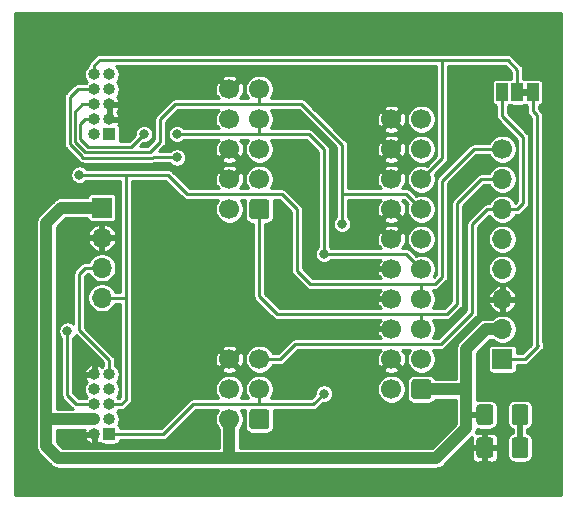
<source format=gbr>
%TF.GenerationSoftware,KiCad,Pcbnew,(5.1.7)-1*%
%TF.CreationDate,2020-11-29T11:25:41+01:00*%
%TF.ProjectId,PickitUp,5069636b-6974-4557-902e-6b696361645f,rev?*%
%TF.SameCoordinates,Original*%
%TF.FileFunction,Copper,L1,Top*%
%TF.FilePolarity,Positive*%
%FSLAX46Y46*%
G04 Gerber Fmt 4.6, Leading zero omitted, Abs format (unit mm)*
G04 Created by KiCad (PCBNEW (5.1.7)-1) date 2020-11-29 11:25:41*
%MOMM*%
%LPD*%
G01*
G04 APERTURE LIST*
%TA.AperFunction,EtchedComponent*%
%ADD10C,0.100000*%
%TD*%
%TA.AperFunction,ComponentPad*%
%ADD11C,1.700000*%
%TD*%
%TA.AperFunction,SMDPad,CuDef*%
%ADD12R,1.000000X1.500000*%
%TD*%
%TA.AperFunction,ComponentPad*%
%ADD13R,1.700000X1.700000*%
%TD*%
%TA.AperFunction,ComponentPad*%
%ADD14O,1.700000X1.700000*%
%TD*%
%TA.AperFunction,ComponentPad*%
%ADD15R,1.000000X1.000000*%
%TD*%
%TA.AperFunction,ComponentPad*%
%ADD16O,1.000000X1.000000*%
%TD*%
%TA.AperFunction,ViaPad*%
%ADD17C,0.800000*%
%TD*%
%TA.AperFunction,Conductor*%
%ADD18C,0.250000*%
%TD*%
%TA.AperFunction,Conductor*%
%ADD19C,0.500000*%
%TD*%
%TA.AperFunction,Conductor*%
%ADD20C,1.000000*%
%TD*%
%TA.AperFunction,Conductor*%
%ADD21C,0.254000*%
%TD*%
%TA.AperFunction,Conductor*%
%ADD22C,0.100000*%
%TD*%
G04 APERTURE END LIST*
D10*
%TO.C,JP1*%
G36*
X199020000Y-84882000D02*
G01*
X198520000Y-84882000D01*
X198520000Y-84282000D01*
X199020000Y-84282000D01*
X199020000Y-84882000D01*
G37*
%TD*%
%TO.P,R1,2*%
%TO.N,Net-(D1-Pad1)*%
%TA.AperFunction,SMDPad,CuDef*%
G36*
G01*
X197625000Y-112512000D02*
X197625000Y-111262000D01*
G75*
G02*
X197875000Y-111012000I250000J0D01*
G01*
X198800000Y-111012000D01*
G75*
G02*
X199050000Y-111262000I0J-250000D01*
G01*
X199050000Y-112512000D01*
G75*
G02*
X198800000Y-112762000I-250000J0D01*
G01*
X197875000Y-112762000D01*
G75*
G02*
X197625000Y-112512000I0J250000D01*
G01*
G37*
%TD.AperFunction*%
%TO.P,R1,1*%
%TO.N,/VDD*%
%TA.AperFunction,SMDPad,CuDef*%
G36*
G01*
X194650000Y-112512000D02*
X194650000Y-111262000D01*
G75*
G02*
X194900000Y-111012000I250000J0D01*
G01*
X195825000Y-111012000D01*
G75*
G02*
X196075000Y-111262000I0J-250000D01*
G01*
X196075000Y-112512000D01*
G75*
G02*
X195825000Y-112762000I-250000J0D01*
G01*
X194900000Y-112762000D01*
G75*
G02*
X194650000Y-112512000I0J250000D01*
G01*
G37*
%TD.AperFunction*%
%TD*%
%TO.P,D1,2*%
%TO.N,/GND*%
%TA.AperFunction,SMDPad,CuDef*%
G36*
G01*
X196075000Y-114056000D02*
X196075000Y-115306000D01*
G75*
G02*
X195825000Y-115556000I-250000J0D01*
G01*
X194900000Y-115556000D01*
G75*
G02*
X194650000Y-115306000I0J250000D01*
G01*
X194650000Y-114056000D01*
G75*
G02*
X194900000Y-113806000I250000J0D01*
G01*
X195825000Y-113806000D01*
G75*
G02*
X196075000Y-114056000I0J-250000D01*
G01*
G37*
%TD.AperFunction*%
%TO.P,D1,1*%
%TO.N,Net-(D1-Pad1)*%
%TA.AperFunction,SMDPad,CuDef*%
G36*
G01*
X199050000Y-114056000D02*
X199050000Y-115306000D01*
G75*
G02*
X198800000Y-115556000I-250000J0D01*
G01*
X197875000Y-115556000D01*
G75*
G02*
X197625000Y-115306000I0J250000D01*
G01*
X197625000Y-114056000D01*
G75*
G02*
X197875000Y-113806000I250000J0D01*
G01*
X198800000Y-113806000D01*
G75*
G02*
X199050000Y-114056000I0J-250000D01*
G01*
G37*
%TD.AperFunction*%
%TD*%
D11*
%TO.P,J3,20*%
%TO.N,/GND*%
X187452000Y-86868000D03*
%TO.P,J3,18*%
X187452000Y-89408000D03*
%TO.P,J3,16*%
X187452000Y-91948000D03*
%TO.P,J3,14*%
X187452000Y-94488000D03*
%TO.P,J3,12*%
X187452000Y-97028000D03*
%TO.P,J3,10*%
X187452000Y-99568000D03*
%TO.P,J3,8*%
X187452000Y-102108000D03*
%TO.P,J3,6*%
X187452000Y-104648000D03*
%TO.P,J3,4*%
X187452000Y-107188000D03*
%TO.P,J3,2*%
%TO.N,N/C*%
X187452000Y-109728000D03*
%TO.P,J3,19*%
X189992000Y-86868000D03*
%TO.P,J3,17*%
X189992000Y-89408000D03*
%TO.P,J3,15*%
%TO.N,/RESET*%
X189992000Y-91948000D03*
%TO.P,J3,13*%
%TO.N,/PGD*%
X189992000Y-94488000D03*
%TO.P,J3,11*%
%TO.N,N/C*%
X189992000Y-97028000D03*
%TO.P,J3,9*%
%TO.N,/PGC*%
X189992000Y-99568000D03*
%TO.P,J3,7*%
%TO.N,/TMS*%
X189992000Y-102108000D03*
%TO.P,J3,5*%
%TO.N,/TDI*%
X189992000Y-104648000D03*
%TO.P,J3,3*%
%TO.N,N/C*%
X189992000Y-107188000D03*
%TO.P,J3,1*%
%TO.N,/VDD*%
%TA.AperFunction,ComponentPad*%
G36*
G01*
X190842000Y-109128000D02*
X190842000Y-110328000D01*
G75*
G02*
X190592000Y-110578000I-250000J0D01*
G01*
X189392000Y-110578000D01*
G75*
G02*
X189142000Y-110328000I0J250000D01*
G01*
X189142000Y-109128000D01*
G75*
G02*
X189392000Y-108878000I250000J0D01*
G01*
X190592000Y-108878000D01*
G75*
G02*
X190842000Y-109128000I0J-250000D01*
G01*
G37*
%TD.AperFunction*%
%TD*%
D12*
%TO.P,JP1,2*%
%TO.N,/RESET*%
X198120000Y-84582000D03*
%TO.P,JP1,3*%
%TO.N,/AUX*%
X196820000Y-84582000D03*
%TO.P,JP1,1*%
%TO.N,/MCLR*%
X199420000Y-84582000D03*
%TD*%
D13*
%TO.P,J1,1*%
%TO.N,/MCLR*%
X196850000Y-107188000D03*
D14*
%TO.P,J1,2*%
%TO.N,/VDD*%
X196850000Y-104648000D03*
%TO.P,J1,3*%
%TO.N,/GND*%
X196850000Y-102108000D03*
%TO.P,J1,4*%
%TO.N,/PGD*%
X196850000Y-99568000D03*
%TO.P,J1,5*%
%TO.N,/PGC*%
X196850000Y-97028000D03*
%TO.P,J1,6*%
%TO.N,/AUX*%
X196850000Y-94488000D03*
%TO.P,J1,7*%
%TO.N,/TDI*%
X196850000Y-91948000D03*
D11*
%TO.P,J1,8*%
%TO.N,/TMS*%
X196850000Y-89408000D03*
%TD*%
D14*
%TO.P,J7,4*%
%TO.N,/TMS*%
X162941000Y-101981000D03*
%TO.P,J7,3*%
%TO.N,/TDI*%
X162941000Y-99441000D03*
%TO.P,J7,2*%
%TO.N,/GND*%
X162941000Y-96901000D03*
D13*
%TO.P,J7,1*%
%TO.N,/VDD*%
X162941000Y-94361000D03*
%TD*%
D15*
%TO.P,J5,1*%
%TO.N,/VDD*%
X163576000Y-88138000D03*
D16*
%TO.P,J5,2*%
%TO.N,/TMS*%
X162306000Y-88138000D03*
%TO.P,J5,3*%
%TO.N,/GND*%
X163576000Y-86868000D03*
%TO.P,J5,4*%
%TO.N,/PGC*%
X162306000Y-86868000D03*
%TO.P,J5,5*%
%TO.N,/GND*%
X163576000Y-85598000D03*
%TO.P,J5,6*%
%TO.N,/PGD*%
X162306000Y-85598000D03*
%TO.P,J5,7*%
%TO.N,N/C*%
X163576000Y-84328000D03*
%TO.P,J5,8*%
%TO.N,/TDI*%
X162306000Y-84328000D03*
%TO.P,J5,9*%
%TO.N,N/C*%
X163576000Y-83058000D03*
%TO.P,J5,10*%
%TO.N,/RESET*%
X162306000Y-83058000D03*
%TD*%
D11*
%TO.P,J4,10*%
%TO.N,/GND*%
X173736000Y-84328000D03*
%TO.P,J4,8*%
X173736000Y-86868000D03*
%TO.P,J4,6*%
X173736000Y-89408000D03*
%TO.P,J4,4*%
X173736000Y-91948000D03*
%TO.P,J4,2*%
%TO.N,/VDD*%
X173736000Y-94488000D03*
%TO.P,J4,9*%
%TO.N,/PGD*%
X176276000Y-84328000D03*
%TO.P,J4,7*%
%TO.N,/PGC*%
X176276000Y-86868000D03*
%TO.P,J4,5*%
%TO.N,/AUX*%
X176276000Y-89408000D03*
%TO.P,J4,3*%
%TO.N,N/C*%
X176276000Y-91948000D03*
%TO.P,J4,1*%
%TO.N,/TDI*%
%TA.AperFunction,ComponentPad*%
G36*
G01*
X177126000Y-93888000D02*
X177126000Y-95088000D01*
G75*
G02*
X176876000Y-95338000I-250000J0D01*
G01*
X175676000Y-95338000D01*
G75*
G02*
X175426000Y-95088000I0J250000D01*
G01*
X175426000Y-93888000D01*
G75*
G02*
X175676000Y-93638000I250000J0D01*
G01*
X176876000Y-93638000D01*
G75*
G02*
X177126000Y-93888000I0J-250000D01*
G01*
G37*
%TD.AperFunction*%
%TD*%
%TO.P,J6,6*%
%TO.N,/GND*%
X173736000Y-107188000D03*
%TO.P,J6,4*%
%TO.N,/TDI*%
X173736000Y-109728000D03*
%TO.P,J6,2*%
%TO.N,/VDD*%
X173736000Y-112268000D03*
%TO.P,J6,5*%
%TO.N,/AUX*%
X176276000Y-107188000D03*
%TO.P,J6,3*%
%TO.N,/PGC*%
X176276000Y-109728000D03*
%TO.P,J6,1*%
%TO.N,/PGD*%
%TA.AperFunction,ComponentPad*%
G36*
G01*
X177126000Y-111668000D02*
X177126000Y-112868000D01*
G75*
G02*
X176876000Y-113118000I-250000J0D01*
G01*
X175676000Y-113118000D01*
G75*
G02*
X175426000Y-112868000I0J250000D01*
G01*
X175426000Y-111668000D01*
G75*
G02*
X175676000Y-111418000I250000J0D01*
G01*
X176876000Y-111418000D01*
G75*
G02*
X177126000Y-111668000I0J-250000D01*
G01*
G37*
%TD.AperFunction*%
%TD*%
D15*
%TO.P,J2,1*%
%TO.N,/PGC*%
X163576000Y-113538000D03*
D16*
%TO.P,J2,2*%
%TO.N,/GND*%
X162306000Y-113538000D03*
%TO.P,J2,3*%
%TO.N,/PGD*%
X163576000Y-112268000D03*
%TO.P,J2,4*%
%TO.N,/VDD*%
X162306000Y-112268000D03*
%TO.P,J2,5*%
%TO.N,/TMS*%
X163576000Y-110998000D03*
%TO.P,J2,6*%
%TO.N,/AUX*%
X162306000Y-110998000D03*
%TO.P,J2,7*%
%TO.N,N/C*%
X163576000Y-109728000D03*
%TO.P,J2,8*%
X162306000Y-109728000D03*
%TO.P,J2,9*%
%TO.N,/TDI*%
X163576000Y-108458000D03*
%TO.P,J2,10*%
%TO.N,/GND*%
X162306000Y-108458000D03*
%TD*%
D17*
%TO.N,/TMS*%
X161036000Y-91567000D03*
%TO.N,/AUX*%
X160020000Y-104775000D03*
%TO.N,/PGC*%
X181737000Y-98298000D03*
X169291000Y-88138000D03*
X166497000Y-88138000D03*
X181737000Y-110109000D03*
%TO.N,/PGD*%
X183261000Y-95758000D03*
%TO.N,/TDI*%
X169291000Y-90106500D03*
%TD*%
D18*
%TO.N,/TMS*%
X189992000Y-102108000D02*
X189992000Y-100838000D01*
X164973000Y-110617000D02*
X164973000Y-101981000D01*
X162941000Y-101981000D02*
X164973000Y-101981000D01*
X164973000Y-101981000D02*
X164973000Y-91567000D01*
X161036000Y-91567000D02*
X164973000Y-91567000D01*
X164592000Y-110998000D02*
X164973000Y-110617000D01*
X163576000Y-110998000D02*
X164592000Y-110998000D01*
X190754000Y-100838000D02*
X189992000Y-100838000D01*
X191770000Y-100203000D02*
X191135000Y-100838000D01*
X191770000Y-92075000D02*
X191770000Y-100203000D01*
X194437000Y-89408000D02*
X191770000Y-92075000D01*
X196850000Y-89408000D02*
X194437000Y-89408000D01*
X168529000Y-91567000D02*
X164973000Y-91567000D01*
X170180000Y-93218000D02*
X168529000Y-91567000D01*
X178181000Y-93218000D02*
X170180000Y-93218000D01*
X179451000Y-94488000D02*
X178181000Y-93218000D01*
X179451000Y-99695000D02*
X179451000Y-94488000D01*
X180594000Y-100838000D02*
X179451000Y-99695000D01*
X189992000Y-100838000D02*
X180594000Y-100838000D01*
X191135000Y-100838000D02*
X190754000Y-100838000D01*
%TO.N,/AUX*%
X162306000Y-110998000D02*
X160782000Y-110998000D01*
X160782000Y-110998000D02*
X160020000Y-110236000D01*
X160020000Y-110236000D02*
X160020000Y-104775000D01*
X196820000Y-86584000D02*
X196820000Y-84582000D01*
X198628000Y-88392000D02*
X196820000Y-86584000D01*
X198628000Y-93980000D02*
X198628000Y-88392000D01*
X198120000Y-94488000D02*
X198628000Y-93980000D01*
X196850000Y-94488000D02*
X198120000Y-94488000D01*
X178054000Y-107188000D02*
X176276000Y-107188000D01*
X179324000Y-105918000D02*
X178054000Y-107188000D01*
X191643000Y-105918000D02*
X179324000Y-105918000D01*
X194310000Y-103251000D02*
X191643000Y-105918000D01*
X194310000Y-95758000D02*
X194310000Y-103251000D01*
X195580000Y-94488000D02*
X194310000Y-95758000D01*
X196850000Y-94488000D02*
X195580000Y-94488000D01*
%TO.N,/PGC*%
X188722000Y-98298000D02*
X181737000Y-98298000D01*
X189992000Y-99568000D02*
X188722000Y-98298000D01*
X168148000Y-113538000D02*
X170688000Y-110998000D01*
X163576000Y-113538000D02*
X168148000Y-113538000D01*
X176276000Y-109728000D02*
X176276000Y-110871000D01*
X170688000Y-110998000D02*
X176149000Y-110998000D01*
X176276000Y-86868000D02*
X176276000Y-88138000D01*
X180467000Y-110998000D02*
X180848000Y-110998000D01*
X180848000Y-110998000D02*
X181737000Y-110109000D01*
X181737000Y-98298000D02*
X181737000Y-89408000D01*
X180467000Y-88138000D02*
X181737000Y-89408000D01*
X176276000Y-88138000D02*
X180467000Y-88138000D01*
X171196000Y-88138000D02*
X169291000Y-88138000D01*
X161105010Y-87249000D02*
X161486010Y-86868000D01*
X161105010Y-88586600D02*
X161105010Y-87249000D01*
X161735910Y-89217500D02*
X161105010Y-88586600D01*
X165417500Y-89217500D02*
X161735910Y-89217500D01*
X161486010Y-86868000D02*
X162306000Y-86868000D01*
X166497000Y-88138000D02*
X165417500Y-89217500D01*
X176276000Y-88138000D02*
X171196000Y-88138000D01*
X176276000Y-110998000D02*
X180467000Y-110998000D01*
X176149000Y-110998000D02*
X176276000Y-110998000D01*
X176276000Y-110998000D02*
X176276000Y-110871000D01*
%TO.N,/PGD*%
X176276000Y-84328000D02*
X176276000Y-85598000D01*
X189992000Y-94488000D02*
X188722000Y-93218000D01*
X188722000Y-93218000D02*
X183261000Y-93218000D01*
X183261000Y-89027000D02*
X183261000Y-93218000D01*
X179832000Y-85598000D02*
X183261000Y-89027000D01*
X176276000Y-85598000D02*
X179832000Y-85598000D01*
X183261000Y-95758000D02*
X183261000Y-93218000D01*
X169164000Y-85598000D02*
X176276000Y-85598000D01*
X167894000Y-86868000D02*
X169164000Y-85598000D01*
X167894000Y-88773000D02*
X167894000Y-86868000D01*
X166999490Y-89667510D02*
X167894000Y-88773000D01*
X160655000Y-88773000D02*
X161549510Y-89667510D01*
X160655000Y-86233000D02*
X160655000Y-88773000D01*
X161290000Y-85598000D02*
X160655000Y-86233000D01*
X161549510Y-89667510D02*
X166999490Y-89667510D01*
X162306000Y-85598000D02*
X161290000Y-85598000D01*
D19*
%TO.N,/GND*%
X187452000Y-102108000D02*
X184912000Y-102108000D01*
X187452000Y-104648000D02*
X184912000Y-104648000D01*
X187452000Y-99568000D02*
X184785000Y-99568000D01*
D20*
%TO.N,/VDD*%
X196850000Y-104648000D02*
X195453000Y-104648000D01*
X195453000Y-104648000D02*
X193802000Y-106299000D01*
X193675000Y-109728000D02*
X193802000Y-109855000D01*
X189992000Y-109728000D02*
X193675000Y-109728000D01*
X193802000Y-106299000D02*
X193802000Y-109855000D01*
X162941000Y-94361000D02*
X159512000Y-94361000D01*
X159512000Y-94361000D02*
X158242000Y-95631000D01*
X162306000Y-112268000D02*
X158242000Y-112268000D01*
X158242000Y-95631000D02*
X158242000Y-112268000D01*
X158242000Y-112268000D02*
X158242000Y-114554000D01*
X158242000Y-114554000D02*
X159258000Y-115570000D01*
X191262000Y-115570000D02*
X193802000Y-113030000D01*
X173736000Y-112268000D02*
X173736000Y-115570000D01*
X173736000Y-115570000D02*
X191262000Y-115570000D01*
X159258000Y-115570000D02*
X173736000Y-115570000D01*
D19*
X195362500Y-111887000D02*
X193802000Y-111887000D01*
D20*
X193802000Y-111887000D02*
X193802000Y-109855000D01*
X193802000Y-113030000D02*
X193802000Y-111887000D01*
D18*
%TO.N,/TDI*%
X161544000Y-99441000D02*
X162941000Y-99441000D01*
X161036000Y-99949000D02*
X161544000Y-99441000D01*
X161036000Y-104717998D02*
X161036000Y-99949000D01*
X163576000Y-107257998D02*
X161036000Y-104717998D01*
X163576000Y-108458000D02*
X163576000Y-107257998D01*
X160909000Y-84328000D02*
X162306000Y-84328000D01*
X160204990Y-85032010D02*
X160909000Y-84328000D01*
X160204991Y-88959401D02*
X160204990Y-85032010D01*
X176276000Y-94488000D02*
X176276000Y-101854000D01*
X189992000Y-104648000D02*
X189992000Y-103378000D01*
X189992000Y-103378000D02*
X185293000Y-103378000D01*
X191643000Y-103378000D02*
X189992000Y-103378000D01*
X177800000Y-103378000D02*
X176276000Y-101854000D01*
X185293000Y-103378000D02*
X177800000Y-103378000D01*
X185293000Y-103378000D02*
X185166000Y-103378000D01*
X193040000Y-102489000D02*
X192151000Y-103378000D01*
X195072000Y-91948000D02*
X193040000Y-93980000D01*
X193040000Y-93980000D02*
X193040000Y-102489000D01*
X196850000Y-91948000D02*
X195072000Y-91948000D01*
X161363110Y-90117520D02*
X167247980Y-90117520D01*
X160204991Y-88959401D02*
X161363110Y-90117520D01*
X167259000Y-90106500D02*
X169291000Y-90106500D01*
X167247980Y-90117520D02*
X167259000Y-90106500D01*
X161225795Y-89980205D02*
X160204991Y-88959401D01*
X192151000Y-103378000D02*
X191643000Y-103378000D01*
%TO.N,/RESET*%
X162306000Y-82296000D02*
X162306000Y-83058000D01*
X162750500Y-81851500D02*
X162306000Y-82296000D01*
X162877500Y-81851500D02*
X162750500Y-81851500D01*
X164147500Y-81851500D02*
X162877500Y-81851500D01*
X195516500Y-81851500D02*
X191960500Y-81851500D01*
X198120000Y-84582000D02*
X198120000Y-82677000D01*
X197294500Y-81851500D02*
X195516500Y-81851500D01*
X198120000Y-82677000D02*
X197294500Y-81851500D01*
X195770500Y-81851500D02*
X195516500Y-81851500D01*
X191770000Y-81915000D02*
X191706500Y-81851500D01*
X191706500Y-81851500D02*
X162877500Y-81851500D01*
X191770000Y-90170000D02*
X191770000Y-81915000D01*
X189992000Y-91948000D02*
X191770000Y-90170000D01*
X191960500Y-81851500D02*
X191706500Y-81851500D01*
%TO.N,/MCLR*%
X198755000Y-107188000D02*
X196850000Y-107188000D01*
X198755000Y-107188000D02*
X199898000Y-106045000D01*
X199898000Y-106045000D02*
X199771000Y-105918000D01*
X199771000Y-86554000D02*
X199420000Y-86203000D01*
X199771000Y-105918000D02*
X199771000Y-86554000D01*
X199420000Y-84582000D02*
X199420000Y-86203000D01*
D19*
%TO.N,Net-(D1-Pad1)*%
X198337500Y-111887000D02*
X198337500Y-114681000D01*
%TD*%
D21*
%TO.N,/GND*%
X201778001Y-118720000D02*
X155600000Y-118720000D01*
X155600000Y-95631000D01*
X157356738Y-95631000D01*
X157361000Y-95674270D01*
X157361001Y-112224717D01*
X157356738Y-112268000D01*
X157361000Y-112311273D01*
X157361001Y-114510720D01*
X157356738Y-114554000D01*
X157373749Y-114726705D01*
X157424125Y-114892774D01*
X157505932Y-115045825D01*
X157574085Y-115128869D01*
X157616026Y-115179975D01*
X157649640Y-115207561D01*
X158604439Y-116162361D01*
X158632025Y-116195975D01*
X158665637Y-116223559D01*
X158766174Y-116306068D01*
X158919225Y-116387875D01*
X159085294Y-116438252D01*
X159214727Y-116451000D01*
X159214730Y-116451000D01*
X159258000Y-116455262D01*
X159301270Y-116451000D01*
X173692727Y-116451000D01*
X173736000Y-116455262D01*
X173779273Y-116451000D01*
X191218730Y-116451000D01*
X191262000Y-116455262D01*
X191305270Y-116451000D01*
X191305273Y-116451000D01*
X191434706Y-116438252D01*
X191600775Y-116387875D01*
X191753825Y-116306068D01*
X191887975Y-116195975D01*
X191915566Y-116162355D01*
X192521921Y-115556000D01*
X194267157Y-115556000D01*
X194274513Y-115630689D01*
X194296299Y-115702508D01*
X194331678Y-115768696D01*
X194379289Y-115826711D01*
X194437304Y-115874322D01*
X194503492Y-115909701D01*
X194575311Y-115931487D01*
X194650000Y-115938843D01*
X195140250Y-115937000D01*
X195235500Y-115841750D01*
X195235500Y-114808000D01*
X195489500Y-114808000D01*
X195489500Y-115841750D01*
X195584750Y-115937000D01*
X196075000Y-115938843D01*
X196149689Y-115931487D01*
X196221508Y-115909701D01*
X196287696Y-115874322D01*
X196345711Y-115826711D01*
X196393322Y-115768696D01*
X196428701Y-115702508D01*
X196450487Y-115630689D01*
X196457843Y-115556000D01*
X196456000Y-114903250D01*
X196360750Y-114808000D01*
X195489500Y-114808000D01*
X195235500Y-114808000D01*
X194364250Y-114808000D01*
X194269000Y-114903250D01*
X194267157Y-115556000D01*
X192521921Y-115556000D01*
X194267170Y-113810752D01*
X194269000Y-114458750D01*
X194364250Y-114554000D01*
X195235500Y-114554000D01*
X195235500Y-113520250D01*
X195489500Y-113520250D01*
X195489500Y-114554000D01*
X196360750Y-114554000D01*
X196456000Y-114458750D01*
X196457843Y-113806000D01*
X196450487Y-113731311D01*
X196428701Y-113659492D01*
X196393322Y-113593304D01*
X196345711Y-113535289D01*
X196287696Y-113487678D01*
X196221508Y-113452299D01*
X196149689Y-113430513D01*
X196075000Y-113423157D01*
X195584750Y-113425000D01*
X195489500Y-113520250D01*
X195235500Y-113520250D01*
X195140250Y-113425000D01*
X194650000Y-113423157D01*
X194587518Y-113429311D01*
X194619875Y-113368775D01*
X194670252Y-113202706D01*
X194680032Y-113103409D01*
X194776538Y-113132683D01*
X194900000Y-113144843D01*
X195825000Y-113144843D01*
X195948462Y-113132683D01*
X196067179Y-113096671D01*
X196176589Y-113038190D01*
X196272488Y-112959488D01*
X196351190Y-112863589D01*
X196409671Y-112754179D01*
X196445683Y-112635462D01*
X196457843Y-112512000D01*
X196457843Y-111262000D01*
X197242157Y-111262000D01*
X197242157Y-112512000D01*
X197254317Y-112635462D01*
X197290329Y-112754179D01*
X197348810Y-112863589D01*
X197427512Y-112959488D01*
X197523411Y-113038190D01*
X197632821Y-113096671D01*
X197706500Y-113119021D01*
X197706501Y-113448979D01*
X197632821Y-113471329D01*
X197523411Y-113529810D01*
X197427512Y-113608512D01*
X197348810Y-113704411D01*
X197290329Y-113813821D01*
X197254317Y-113932538D01*
X197242157Y-114056000D01*
X197242157Y-115306000D01*
X197254317Y-115429462D01*
X197290329Y-115548179D01*
X197348810Y-115657589D01*
X197427512Y-115753488D01*
X197523411Y-115832190D01*
X197632821Y-115890671D01*
X197751538Y-115926683D01*
X197875000Y-115938843D01*
X198800000Y-115938843D01*
X198923462Y-115926683D01*
X199042179Y-115890671D01*
X199151589Y-115832190D01*
X199247488Y-115753488D01*
X199326190Y-115657589D01*
X199384671Y-115548179D01*
X199420683Y-115429462D01*
X199432843Y-115306000D01*
X199432843Y-114056000D01*
X199420683Y-113932538D01*
X199384671Y-113813821D01*
X199326190Y-113704411D01*
X199247488Y-113608512D01*
X199151589Y-113529810D01*
X199042179Y-113471329D01*
X198968500Y-113448979D01*
X198968500Y-113119021D01*
X199042179Y-113096671D01*
X199151589Y-113038190D01*
X199247488Y-112959488D01*
X199326190Y-112863589D01*
X199384671Y-112754179D01*
X199420683Y-112635462D01*
X199432843Y-112512000D01*
X199432843Y-111262000D01*
X199420683Y-111138538D01*
X199384671Y-111019821D01*
X199326190Y-110910411D01*
X199247488Y-110814512D01*
X199151589Y-110735810D01*
X199042179Y-110677329D01*
X198923462Y-110641317D01*
X198800000Y-110629157D01*
X197875000Y-110629157D01*
X197751538Y-110641317D01*
X197632821Y-110677329D01*
X197523411Y-110735810D01*
X197427512Y-110814512D01*
X197348810Y-110910411D01*
X197290329Y-111019821D01*
X197254317Y-111138538D01*
X197242157Y-111262000D01*
X196457843Y-111262000D01*
X196445683Y-111138538D01*
X196409671Y-111019821D01*
X196351190Y-110910411D01*
X196272488Y-110814512D01*
X196176589Y-110735810D01*
X196067179Y-110677329D01*
X195948462Y-110641317D01*
X195825000Y-110629157D01*
X194900000Y-110629157D01*
X194776538Y-110641317D01*
X194683000Y-110669691D01*
X194683000Y-109898269D01*
X194687262Y-109854999D01*
X194683000Y-109811727D01*
X194683000Y-106663921D01*
X195817922Y-105529000D01*
X195990103Y-105529000D01*
X196065283Y-105604180D01*
X196266903Y-105738898D01*
X196490931Y-105831693D01*
X196728757Y-105879000D01*
X196971243Y-105879000D01*
X197209069Y-105831693D01*
X197433097Y-105738898D01*
X197634717Y-105604180D01*
X197806180Y-105432717D01*
X197940898Y-105231097D01*
X198033693Y-105007069D01*
X198081000Y-104769243D01*
X198081000Y-104526757D01*
X198033693Y-104288931D01*
X197940898Y-104064903D01*
X197806180Y-103863283D01*
X197634717Y-103691820D01*
X197433097Y-103557102D01*
X197209069Y-103464307D01*
X196971243Y-103417000D01*
X196728757Y-103417000D01*
X196490931Y-103464307D01*
X196266903Y-103557102D01*
X196065283Y-103691820D01*
X195990103Y-103767000D01*
X195496270Y-103767000D01*
X195453000Y-103762738D01*
X195409730Y-103767000D01*
X195409727Y-103767000D01*
X195280294Y-103779748D01*
X195114225Y-103830125D01*
X194961174Y-103911932D01*
X194893022Y-103967863D01*
X194827025Y-104022025D01*
X194799439Y-104055639D01*
X193209645Y-105645434D01*
X193176025Y-105673025D01*
X193105952Y-105758411D01*
X193065932Y-105807175D01*
X192991833Y-105945806D01*
X192984125Y-105960226D01*
X192933748Y-106126295D01*
X192927327Y-106191492D01*
X192916738Y-106299000D01*
X192921000Y-106342270D01*
X192921001Y-108847000D01*
X191155921Y-108847000D01*
X191118190Y-108776411D01*
X191039488Y-108680512D01*
X190943589Y-108601810D01*
X190834179Y-108543329D01*
X190715462Y-108507317D01*
X190592000Y-108495157D01*
X189392000Y-108495157D01*
X189268538Y-108507317D01*
X189149821Y-108543329D01*
X189040411Y-108601810D01*
X188944512Y-108680512D01*
X188865810Y-108776411D01*
X188807329Y-108885821D01*
X188771317Y-109004538D01*
X188759157Y-109128000D01*
X188759157Y-110328000D01*
X188771317Y-110451462D01*
X188807329Y-110570179D01*
X188865810Y-110679589D01*
X188944512Y-110775488D01*
X189040411Y-110854190D01*
X189149821Y-110912671D01*
X189268538Y-110948683D01*
X189392000Y-110960843D01*
X190592000Y-110960843D01*
X190715462Y-110948683D01*
X190834179Y-110912671D01*
X190943589Y-110854190D01*
X191039488Y-110775488D01*
X191118190Y-110679589D01*
X191155921Y-110609000D01*
X192921001Y-110609000D01*
X192921000Y-111930272D01*
X192921001Y-111930281D01*
X192921000Y-112665078D01*
X190897079Y-114689000D01*
X174617000Y-114689000D01*
X174617000Y-113127897D01*
X174692180Y-113052717D01*
X174826898Y-112851097D01*
X174919693Y-112627069D01*
X174967000Y-112389243D01*
X174967000Y-112146757D01*
X174919693Y-111908931D01*
X174826898Y-111684903D01*
X174706023Y-111504000D01*
X175067614Y-111504000D01*
X175055317Y-111544538D01*
X175043157Y-111668000D01*
X175043157Y-112868000D01*
X175055317Y-112991462D01*
X175091329Y-113110179D01*
X175149810Y-113219589D01*
X175228512Y-113315488D01*
X175324411Y-113394190D01*
X175433821Y-113452671D01*
X175552538Y-113488683D01*
X175676000Y-113500843D01*
X176876000Y-113500843D01*
X176999462Y-113488683D01*
X177118179Y-113452671D01*
X177227589Y-113394190D01*
X177323488Y-113315488D01*
X177402190Y-113219589D01*
X177460671Y-113110179D01*
X177496683Y-112991462D01*
X177508843Y-112868000D01*
X177508843Y-111668000D01*
X177496683Y-111544538D01*
X177484386Y-111504000D01*
X180823154Y-111504000D01*
X180848000Y-111506447D01*
X180872846Y-111504000D01*
X180872854Y-111504000D01*
X180947193Y-111496678D01*
X181042575Y-111467745D01*
X181130479Y-111420759D01*
X181207527Y-111357527D01*
X181223376Y-111338215D01*
X181671592Y-110890000D01*
X181813922Y-110890000D01*
X181964809Y-110859987D01*
X182106942Y-110801113D01*
X182234859Y-110715642D01*
X182343642Y-110606859D01*
X182429113Y-110478942D01*
X182487987Y-110336809D01*
X182518000Y-110185922D01*
X182518000Y-110032078D01*
X182487987Y-109881191D01*
X182429113Y-109739058D01*
X182343642Y-109611141D01*
X182339258Y-109606757D01*
X186221000Y-109606757D01*
X186221000Y-109849243D01*
X186268307Y-110087069D01*
X186361102Y-110311097D01*
X186495820Y-110512717D01*
X186667283Y-110684180D01*
X186868903Y-110818898D01*
X187092931Y-110911693D01*
X187330757Y-110959000D01*
X187573243Y-110959000D01*
X187811069Y-110911693D01*
X188035097Y-110818898D01*
X188236717Y-110684180D01*
X188408180Y-110512717D01*
X188542898Y-110311097D01*
X188635693Y-110087069D01*
X188683000Y-109849243D01*
X188683000Y-109606757D01*
X188635693Y-109368931D01*
X188542898Y-109144903D01*
X188408180Y-108943283D01*
X188236717Y-108771820D01*
X188035097Y-108637102D01*
X187811069Y-108544307D01*
X187573243Y-108497000D01*
X187330757Y-108497000D01*
X187092931Y-108544307D01*
X186868903Y-108637102D01*
X186667283Y-108771820D01*
X186495820Y-108943283D01*
X186361102Y-109144903D01*
X186268307Y-109368931D01*
X186221000Y-109606757D01*
X182339258Y-109606757D01*
X182234859Y-109502358D01*
X182106942Y-109416887D01*
X181964809Y-109358013D01*
X181813922Y-109328000D01*
X181660078Y-109328000D01*
X181509191Y-109358013D01*
X181367058Y-109416887D01*
X181239141Y-109502358D01*
X181130358Y-109611141D01*
X181044887Y-109739058D01*
X180986013Y-109881191D01*
X180956000Y-110032078D01*
X180956000Y-110174408D01*
X180638409Y-110492000D01*
X177246023Y-110492000D01*
X177366898Y-110311097D01*
X177459693Y-110087069D01*
X177507000Y-109849243D01*
X177507000Y-109606757D01*
X177459693Y-109368931D01*
X177366898Y-109144903D01*
X177232180Y-108943283D01*
X177060717Y-108771820D01*
X176859097Y-108637102D01*
X176635069Y-108544307D01*
X176397243Y-108497000D01*
X176154757Y-108497000D01*
X175916931Y-108544307D01*
X175692903Y-108637102D01*
X175491283Y-108771820D01*
X175319820Y-108943283D01*
X175185102Y-109144903D01*
X175092307Y-109368931D01*
X175045000Y-109606757D01*
X175045000Y-109849243D01*
X175092307Y-110087069D01*
X175185102Y-110311097D01*
X175305977Y-110492000D01*
X174706023Y-110492000D01*
X174826898Y-110311097D01*
X174919693Y-110087069D01*
X174967000Y-109849243D01*
X174967000Y-109606757D01*
X174919693Y-109368931D01*
X174826898Y-109144903D01*
X174692180Y-108943283D01*
X174520717Y-108771820D01*
X174319097Y-108637102D01*
X174095069Y-108544307D01*
X173857243Y-108497000D01*
X173614757Y-108497000D01*
X173376931Y-108544307D01*
X173152903Y-108637102D01*
X172951283Y-108771820D01*
X172779820Y-108943283D01*
X172645102Y-109144903D01*
X172552307Y-109368931D01*
X172505000Y-109606757D01*
X172505000Y-109849243D01*
X172552307Y-110087069D01*
X172645102Y-110311097D01*
X172765977Y-110492000D01*
X170712845Y-110492000D01*
X170687999Y-110489553D01*
X170663153Y-110492000D01*
X170663146Y-110492000D01*
X170598694Y-110498348D01*
X170588806Y-110499322D01*
X170566607Y-110506056D01*
X170493425Y-110528255D01*
X170405521Y-110575241D01*
X170328473Y-110638473D01*
X170312630Y-110657778D01*
X167938409Y-113032000D01*
X164458252Y-113032000D01*
X164451487Y-112963311D01*
X164429701Y-112891492D01*
X164394322Y-112825304D01*
X164346711Y-112767289D01*
X164317806Y-112743568D01*
X164356732Y-112685310D01*
X164423144Y-112524978D01*
X164457000Y-112354771D01*
X164457000Y-112181229D01*
X164423144Y-112011022D01*
X164356732Y-111850690D01*
X164260318Y-111706395D01*
X164186923Y-111633000D01*
X164260318Y-111559605D01*
X164297472Y-111504000D01*
X164567154Y-111504000D01*
X164592000Y-111506447D01*
X164616846Y-111504000D01*
X164616854Y-111504000D01*
X164691193Y-111496678D01*
X164786575Y-111467745D01*
X164874479Y-111420759D01*
X164951527Y-111357527D01*
X164967376Y-111338215D01*
X165313220Y-110992372D01*
X165332527Y-110976527D01*
X165395759Y-110899479D01*
X165442745Y-110811575D01*
X165471678Y-110716193D01*
X165479000Y-110641854D01*
X165479000Y-110641847D01*
X165481447Y-110617001D01*
X165479000Y-110592155D01*
X165479000Y-108080100D01*
X173023505Y-108080100D01*
X173115523Y-108258078D01*
X173336207Y-108358566D01*
X173572255Y-108414069D01*
X173814596Y-108422456D01*
X174053917Y-108383402D01*
X174281020Y-108298411D01*
X174356477Y-108258078D01*
X174448495Y-108080100D01*
X173736000Y-107367605D01*
X173023505Y-108080100D01*
X165479000Y-108080100D01*
X165479000Y-107266596D01*
X172501544Y-107266596D01*
X172540598Y-107505917D01*
X172625589Y-107733020D01*
X172665922Y-107808477D01*
X172843900Y-107900495D01*
X173556395Y-107188000D01*
X173915605Y-107188000D01*
X174628100Y-107900495D01*
X174806078Y-107808477D01*
X174906566Y-107587793D01*
X174962069Y-107351745D01*
X174970456Y-107109404D01*
X174931402Y-106870083D01*
X174846411Y-106642980D01*
X174806078Y-106567523D01*
X174628100Y-106475505D01*
X173915605Y-107188000D01*
X173556395Y-107188000D01*
X172843900Y-106475505D01*
X172665922Y-106567523D01*
X172565434Y-106788207D01*
X172509931Y-107024255D01*
X172501544Y-107266596D01*
X165479000Y-107266596D01*
X165479000Y-106295900D01*
X173023505Y-106295900D01*
X173736000Y-107008395D01*
X174448495Y-106295900D01*
X174356477Y-106117922D01*
X174135793Y-106017434D01*
X173899745Y-105961931D01*
X173657404Y-105953544D01*
X173418083Y-105992598D01*
X173190980Y-106077589D01*
X173115523Y-106117922D01*
X173023505Y-106295900D01*
X165479000Y-106295900D01*
X165479000Y-102005853D01*
X165481448Y-101981000D01*
X165479000Y-101956146D01*
X165479000Y-92073000D01*
X168319409Y-92073000D01*
X169804628Y-93558220D01*
X169820473Y-93577527D01*
X169897521Y-93640759D01*
X169985425Y-93687745D01*
X170080807Y-93716678D01*
X170180000Y-93726448D01*
X170204854Y-93724000D01*
X172765977Y-93724000D01*
X172645102Y-93904903D01*
X172552307Y-94128931D01*
X172505000Y-94366757D01*
X172505000Y-94609243D01*
X172552307Y-94847069D01*
X172645102Y-95071097D01*
X172779820Y-95272717D01*
X172951283Y-95444180D01*
X173152903Y-95578898D01*
X173376931Y-95671693D01*
X173614757Y-95719000D01*
X173857243Y-95719000D01*
X174095069Y-95671693D01*
X174319097Y-95578898D01*
X174520717Y-95444180D01*
X174692180Y-95272717D01*
X174826898Y-95071097D01*
X174919693Y-94847069D01*
X174967000Y-94609243D01*
X174967000Y-94366757D01*
X174919693Y-94128931D01*
X174826898Y-93904903D01*
X174706023Y-93724000D01*
X175067614Y-93724000D01*
X175055317Y-93764538D01*
X175043157Y-93888000D01*
X175043157Y-95088000D01*
X175055317Y-95211462D01*
X175091329Y-95330179D01*
X175149810Y-95439589D01*
X175228512Y-95535488D01*
X175324411Y-95614190D01*
X175433821Y-95672671D01*
X175552538Y-95708683D01*
X175676000Y-95720843D01*
X175770000Y-95720843D01*
X175770001Y-101829144D01*
X175767553Y-101854000D01*
X175777322Y-101953192D01*
X175806255Y-102048574D01*
X175806256Y-102048575D01*
X175853242Y-102136479D01*
X175916474Y-102213527D01*
X175935780Y-102229372D01*
X177424628Y-103718220D01*
X177440473Y-103737527D01*
X177517521Y-103800759D01*
X177605425Y-103847745D01*
X177678607Y-103869944D01*
X177700806Y-103876678D01*
X177710694Y-103877652D01*
X177775146Y-103884000D01*
X177775153Y-103884000D01*
X177799999Y-103886447D01*
X177824845Y-103884000D01*
X186508392Y-103884000D01*
X186559898Y-103935506D01*
X186381922Y-104027523D01*
X186281434Y-104248207D01*
X186225931Y-104484255D01*
X186217544Y-104726596D01*
X186256598Y-104965917D01*
X186341589Y-105193020D01*
X186381922Y-105268477D01*
X186559898Y-105360494D01*
X186508392Y-105412000D01*
X179348845Y-105412000D01*
X179323999Y-105409553D01*
X179299153Y-105412000D01*
X179299146Y-105412000D01*
X179234694Y-105418348D01*
X179224806Y-105419322D01*
X179187139Y-105430748D01*
X179129425Y-105448255D01*
X179041521Y-105495241D01*
X178964473Y-105558473D01*
X178948629Y-105577779D01*
X177844409Y-106682000D01*
X177398832Y-106682000D01*
X177366898Y-106604903D01*
X177232180Y-106403283D01*
X177060717Y-106231820D01*
X176859097Y-106097102D01*
X176635069Y-106004307D01*
X176397243Y-105957000D01*
X176154757Y-105957000D01*
X175916931Y-106004307D01*
X175692903Y-106097102D01*
X175491283Y-106231820D01*
X175319820Y-106403283D01*
X175185102Y-106604903D01*
X175092307Y-106828931D01*
X175045000Y-107066757D01*
X175045000Y-107309243D01*
X175092307Y-107547069D01*
X175185102Y-107771097D01*
X175319820Y-107972717D01*
X175491283Y-108144180D01*
X175692903Y-108278898D01*
X175916931Y-108371693D01*
X176154757Y-108419000D01*
X176397243Y-108419000D01*
X176635069Y-108371693D01*
X176859097Y-108278898D01*
X177060717Y-108144180D01*
X177124797Y-108080100D01*
X186739505Y-108080100D01*
X186831523Y-108258078D01*
X187052207Y-108358566D01*
X187288255Y-108414069D01*
X187530596Y-108422456D01*
X187769917Y-108383402D01*
X187997020Y-108298411D01*
X188072477Y-108258078D01*
X188164495Y-108080100D01*
X187452000Y-107367605D01*
X186739505Y-108080100D01*
X177124797Y-108080100D01*
X177232180Y-107972717D01*
X177366898Y-107771097D01*
X177398832Y-107694000D01*
X178029154Y-107694000D01*
X178054000Y-107696447D01*
X178078846Y-107694000D01*
X178078854Y-107694000D01*
X178153193Y-107686678D01*
X178248575Y-107657745D01*
X178336479Y-107610759D01*
X178413527Y-107547527D01*
X178429376Y-107528215D01*
X179533592Y-106424000D01*
X186508392Y-106424000D01*
X186559898Y-106475506D01*
X186381922Y-106567523D01*
X186281434Y-106788207D01*
X186225931Y-107024255D01*
X186217544Y-107266596D01*
X186256598Y-107505917D01*
X186341589Y-107733020D01*
X186381922Y-107808477D01*
X186559900Y-107900495D01*
X187272395Y-107188000D01*
X187258253Y-107173858D01*
X187437858Y-106994253D01*
X187452000Y-107008395D01*
X187466143Y-106994253D01*
X187645748Y-107173858D01*
X187631605Y-107188000D01*
X188344100Y-107900495D01*
X188522078Y-107808477D01*
X188622566Y-107587793D01*
X188678069Y-107351745D01*
X188686456Y-107109404D01*
X188647402Y-106870083D01*
X188562411Y-106642980D01*
X188522078Y-106567523D01*
X188344102Y-106475506D01*
X188395608Y-106424000D01*
X189021977Y-106424000D01*
X188901102Y-106604903D01*
X188808307Y-106828931D01*
X188761000Y-107066757D01*
X188761000Y-107309243D01*
X188808307Y-107547069D01*
X188901102Y-107771097D01*
X189035820Y-107972717D01*
X189207283Y-108144180D01*
X189408903Y-108278898D01*
X189632931Y-108371693D01*
X189870757Y-108419000D01*
X190113243Y-108419000D01*
X190351069Y-108371693D01*
X190575097Y-108278898D01*
X190776717Y-108144180D01*
X190948180Y-107972717D01*
X191082898Y-107771097D01*
X191175693Y-107547069D01*
X191223000Y-107309243D01*
X191223000Y-107066757D01*
X191175693Y-106828931D01*
X191082898Y-106604903D01*
X190962023Y-106424000D01*
X191618154Y-106424000D01*
X191643000Y-106426447D01*
X191667846Y-106424000D01*
X191667854Y-106424000D01*
X191742193Y-106416678D01*
X191837575Y-106387745D01*
X191925479Y-106340759D01*
X192002527Y-106277527D01*
X192018376Y-106258215D01*
X194650220Y-103626372D01*
X194669527Y-103610527D01*
X194732759Y-103533479D01*
X194779745Y-103445575D01*
X194808678Y-103350193D01*
X194816000Y-103275854D01*
X194818448Y-103251000D01*
X194816000Y-103226146D01*
X194816000Y-102424980D01*
X195660511Y-102424980D01*
X195684866Y-102505288D01*
X195784761Y-102724961D01*
X195925592Y-102920924D01*
X196101948Y-103085647D01*
X196307051Y-103212799D01*
X196533019Y-103297495D01*
X196723000Y-103237187D01*
X196723000Y-102235000D01*
X196977000Y-102235000D01*
X196977000Y-103237187D01*
X197166981Y-103297495D01*
X197392949Y-103212799D01*
X197598052Y-103085647D01*
X197774408Y-102920924D01*
X197915239Y-102724961D01*
X198015134Y-102505288D01*
X198039489Y-102424980D01*
X197978627Y-102235000D01*
X196977000Y-102235000D01*
X196723000Y-102235000D01*
X195721373Y-102235000D01*
X195660511Y-102424980D01*
X194816000Y-102424980D01*
X194816000Y-101791020D01*
X195660511Y-101791020D01*
X195721373Y-101981000D01*
X196723000Y-101981000D01*
X196723000Y-100978813D01*
X196977000Y-100978813D01*
X196977000Y-101981000D01*
X197978627Y-101981000D01*
X198039489Y-101791020D01*
X198015134Y-101710712D01*
X197915239Y-101491039D01*
X197774408Y-101295076D01*
X197598052Y-101130353D01*
X197392949Y-101003201D01*
X197166981Y-100918505D01*
X196977000Y-100978813D01*
X196723000Y-100978813D01*
X196533019Y-100918505D01*
X196307051Y-101003201D01*
X196101948Y-101130353D01*
X195925592Y-101295076D01*
X195784761Y-101491039D01*
X195684866Y-101710712D01*
X195660511Y-101791020D01*
X194816000Y-101791020D01*
X194816000Y-99446757D01*
X195619000Y-99446757D01*
X195619000Y-99689243D01*
X195666307Y-99927069D01*
X195759102Y-100151097D01*
X195893820Y-100352717D01*
X196065283Y-100524180D01*
X196266903Y-100658898D01*
X196490931Y-100751693D01*
X196728757Y-100799000D01*
X196971243Y-100799000D01*
X197209069Y-100751693D01*
X197433097Y-100658898D01*
X197634717Y-100524180D01*
X197806180Y-100352717D01*
X197940898Y-100151097D01*
X198033693Y-99927069D01*
X198081000Y-99689243D01*
X198081000Y-99446757D01*
X198033693Y-99208931D01*
X197940898Y-98984903D01*
X197806180Y-98783283D01*
X197634717Y-98611820D01*
X197433097Y-98477102D01*
X197209069Y-98384307D01*
X196971243Y-98337000D01*
X196728757Y-98337000D01*
X196490931Y-98384307D01*
X196266903Y-98477102D01*
X196065283Y-98611820D01*
X195893820Y-98783283D01*
X195759102Y-98984903D01*
X195666307Y-99208931D01*
X195619000Y-99446757D01*
X194816000Y-99446757D01*
X194816000Y-96906757D01*
X195619000Y-96906757D01*
X195619000Y-97149243D01*
X195666307Y-97387069D01*
X195759102Y-97611097D01*
X195893820Y-97812717D01*
X196065283Y-97984180D01*
X196266903Y-98118898D01*
X196490931Y-98211693D01*
X196728757Y-98259000D01*
X196971243Y-98259000D01*
X197209069Y-98211693D01*
X197433097Y-98118898D01*
X197634717Y-97984180D01*
X197806180Y-97812717D01*
X197940898Y-97611097D01*
X198033693Y-97387069D01*
X198081000Y-97149243D01*
X198081000Y-96906757D01*
X198033693Y-96668931D01*
X197940898Y-96444903D01*
X197806180Y-96243283D01*
X197634717Y-96071820D01*
X197433097Y-95937102D01*
X197209069Y-95844307D01*
X196971243Y-95797000D01*
X196728757Y-95797000D01*
X196490931Y-95844307D01*
X196266903Y-95937102D01*
X196065283Y-96071820D01*
X195893820Y-96243283D01*
X195759102Y-96444903D01*
X195666307Y-96668931D01*
X195619000Y-96906757D01*
X194816000Y-96906757D01*
X194816000Y-95967591D01*
X195745451Y-95038141D01*
X195759102Y-95071097D01*
X195893820Y-95272717D01*
X196065283Y-95444180D01*
X196266903Y-95578898D01*
X196490931Y-95671693D01*
X196728757Y-95719000D01*
X196971243Y-95719000D01*
X197209069Y-95671693D01*
X197433097Y-95578898D01*
X197634717Y-95444180D01*
X197806180Y-95272717D01*
X197940898Y-95071097D01*
X197972832Y-94994000D01*
X198095154Y-94994000D01*
X198120000Y-94996447D01*
X198144846Y-94994000D01*
X198144854Y-94994000D01*
X198219193Y-94986678D01*
X198314575Y-94957745D01*
X198402479Y-94910759D01*
X198479527Y-94847527D01*
X198495376Y-94828215D01*
X198968222Y-94355370D01*
X198987527Y-94339527D01*
X199050759Y-94262479D01*
X199097745Y-94174575D01*
X199126678Y-94079193D01*
X199134000Y-94004854D01*
X199134000Y-94004847D01*
X199136447Y-93980001D01*
X199134000Y-93955155D01*
X199134000Y-88416845D01*
X199136447Y-88391999D01*
X199134000Y-88367153D01*
X199134000Y-88367146D01*
X199126678Y-88292807D01*
X199118108Y-88264553D01*
X199097745Y-88197425D01*
X199089463Y-88181931D01*
X199050759Y-88109521D01*
X198987527Y-88032473D01*
X198968220Y-88016628D01*
X197326000Y-86374409D01*
X197326000Y-85714252D01*
X197394689Y-85707487D01*
X197466508Y-85685701D01*
X197470000Y-85683834D01*
X197473492Y-85685701D01*
X197545311Y-85707487D01*
X197620000Y-85714843D01*
X198620000Y-85714843D01*
X198694689Y-85707487D01*
X198766508Y-85685701D01*
X198770000Y-85683834D01*
X198773492Y-85685701D01*
X198845311Y-85707487D01*
X198914001Y-85714252D01*
X198914001Y-86178144D01*
X198911553Y-86203000D01*
X198921322Y-86302192D01*
X198950255Y-86397574D01*
X198950256Y-86397575D01*
X198997242Y-86485479D01*
X199060474Y-86562527D01*
X199079780Y-86578371D01*
X199265001Y-86763593D01*
X199265000Y-105893154D01*
X199262553Y-105918000D01*
X199265000Y-105942846D01*
X199265000Y-105942853D01*
X199266753Y-105960655D01*
X198545409Y-106682000D01*
X198082843Y-106682000D01*
X198082843Y-106338000D01*
X198075487Y-106263311D01*
X198053701Y-106191492D01*
X198018322Y-106125304D01*
X197970711Y-106067289D01*
X197912696Y-106019678D01*
X197846508Y-105984299D01*
X197774689Y-105962513D01*
X197700000Y-105955157D01*
X196000000Y-105955157D01*
X195925311Y-105962513D01*
X195853492Y-105984299D01*
X195787304Y-106019678D01*
X195729289Y-106067289D01*
X195681678Y-106125304D01*
X195646299Y-106191492D01*
X195624513Y-106263311D01*
X195617157Y-106338000D01*
X195617157Y-108038000D01*
X195624513Y-108112689D01*
X195646299Y-108184508D01*
X195681678Y-108250696D01*
X195729289Y-108308711D01*
X195787304Y-108356322D01*
X195853492Y-108391701D01*
X195925311Y-108413487D01*
X196000000Y-108420843D01*
X197700000Y-108420843D01*
X197774689Y-108413487D01*
X197846508Y-108391701D01*
X197912696Y-108356322D01*
X197970711Y-108308711D01*
X198018322Y-108250696D01*
X198053701Y-108184508D01*
X198075487Y-108112689D01*
X198082843Y-108038000D01*
X198082843Y-107694000D01*
X198730154Y-107694000D01*
X198755000Y-107696447D01*
X198779846Y-107694000D01*
X198779854Y-107694000D01*
X198854193Y-107686678D01*
X198949575Y-107657745D01*
X199037479Y-107610759D01*
X199114527Y-107547527D01*
X199130376Y-107528215D01*
X200238230Y-106420362D01*
X200257526Y-106404526D01*
X200273361Y-106385231D01*
X200273370Y-106385222D01*
X200320758Y-106327479D01*
X200367745Y-106239575D01*
X200396678Y-106144194D01*
X200406447Y-106045001D01*
X200403732Y-106017434D01*
X200396678Y-105945806D01*
X200367745Y-105850426D01*
X200320758Y-105762522D01*
X200277000Y-105709202D01*
X200277000Y-86578846D01*
X200279447Y-86554000D01*
X200277000Y-86529154D01*
X200277000Y-86529146D01*
X200269678Y-86454807D01*
X200240745Y-86359425D01*
X200193759Y-86271521D01*
X200130527Y-86194473D01*
X200111220Y-86178628D01*
X199926000Y-85993409D01*
X199926000Y-85714252D01*
X199994689Y-85707487D01*
X200066508Y-85685701D01*
X200132696Y-85650322D01*
X200190711Y-85602711D01*
X200238322Y-85544696D01*
X200273701Y-85478508D01*
X200295487Y-85406689D01*
X200302843Y-85332000D01*
X200302843Y-83832000D01*
X200295487Y-83757311D01*
X200273701Y-83685492D01*
X200238322Y-83619304D01*
X200190711Y-83561289D01*
X200132696Y-83513678D01*
X200066508Y-83478299D01*
X199994689Y-83456513D01*
X199920000Y-83449157D01*
X198920000Y-83449157D01*
X198845311Y-83456513D01*
X198773492Y-83478299D01*
X198770000Y-83480166D01*
X198766508Y-83478299D01*
X198694689Y-83456513D01*
X198626000Y-83449748D01*
X198626000Y-82701845D01*
X198628447Y-82676999D01*
X198626000Y-82652153D01*
X198626000Y-82652146D01*
X198618678Y-82577807D01*
X198589745Y-82482425D01*
X198542759Y-82394521D01*
X198479527Y-82317473D01*
X198460220Y-82301628D01*
X197669876Y-81511285D01*
X197654027Y-81491973D01*
X197576979Y-81428741D01*
X197489075Y-81381755D01*
X197393693Y-81352822D01*
X197319354Y-81345500D01*
X197319346Y-81345500D01*
X197294500Y-81343053D01*
X197269654Y-81345500D01*
X191731346Y-81345500D01*
X191706500Y-81343053D01*
X191681654Y-81345500D01*
X162775354Y-81345500D01*
X162750500Y-81343052D01*
X162725646Y-81345500D01*
X162651307Y-81352822D01*
X162555925Y-81381755D01*
X162468021Y-81428741D01*
X162390973Y-81491973D01*
X162375128Y-81511280D01*
X161965785Y-81920624D01*
X161946473Y-81936473D01*
X161883241Y-82013521D01*
X161836255Y-82101426D01*
X161807322Y-82196808D01*
X161800000Y-82271147D01*
X161800000Y-82271154D01*
X161797553Y-82296000D01*
X161800000Y-82320847D01*
X161800000Y-82336528D01*
X161744395Y-82373682D01*
X161621682Y-82496395D01*
X161525268Y-82640690D01*
X161458856Y-82801022D01*
X161425000Y-82971229D01*
X161425000Y-83144771D01*
X161458856Y-83314978D01*
X161525268Y-83475310D01*
X161621682Y-83619605D01*
X161695077Y-83693000D01*
X161621682Y-83766395D01*
X161584528Y-83822000D01*
X160933845Y-83822000D01*
X160908999Y-83819553D01*
X160884153Y-83822000D01*
X160884146Y-83822000D01*
X160819694Y-83828348D01*
X160809806Y-83829322D01*
X160787607Y-83836056D01*
X160714425Y-83858255D01*
X160626521Y-83905241D01*
X160549473Y-83968473D01*
X160533628Y-83987780D01*
X159864769Y-84656640D01*
X159845463Y-84672484D01*
X159782231Y-84749532D01*
X159735245Y-84837436D01*
X159706312Y-84932818D01*
X159698990Y-85007157D01*
X159698990Y-85007164D01*
X159696543Y-85032010D01*
X159698990Y-85056856D01*
X159698992Y-88934545D01*
X159696544Y-88959401D01*
X159706313Y-89058593D01*
X159735246Y-89153975D01*
X159757118Y-89194893D01*
X159782233Y-89241880D01*
X159845465Y-89318928D01*
X159864771Y-89334772D01*
X160417521Y-89887522D01*
X160987738Y-90457740D01*
X161003583Y-90477047D01*
X161080631Y-90540279D01*
X161168535Y-90587265D01*
X161263917Y-90616198D01*
X161363110Y-90625968D01*
X161387964Y-90623520D01*
X167223134Y-90623520D01*
X167247980Y-90625967D01*
X167272826Y-90623520D01*
X167272834Y-90623520D01*
X167347173Y-90616198D01*
X167359364Y-90612500D01*
X168692499Y-90612500D01*
X168793141Y-90713142D01*
X168921058Y-90798613D01*
X169063191Y-90857487D01*
X169214078Y-90887500D01*
X169367922Y-90887500D01*
X169518809Y-90857487D01*
X169660942Y-90798613D01*
X169788859Y-90713142D01*
X169897642Y-90604359D01*
X169983113Y-90476442D01*
X170041987Y-90334309D01*
X170048791Y-90300100D01*
X173023505Y-90300100D01*
X173115523Y-90478078D01*
X173336207Y-90578566D01*
X173572255Y-90634069D01*
X173814596Y-90642456D01*
X174053917Y-90603402D01*
X174281020Y-90518411D01*
X174356477Y-90478078D01*
X174448495Y-90300100D01*
X173736000Y-89587605D01*
X173023505Y-90300100D01*
X170048791Y-90300100D01*
X170072000Y-90183422D01*
X170072000Y-90029578D01*
X170041987Y-89878691D01*
X169983113Y-89736558D01*
X169897642Y-89608641D01*
X169788859Y-89499858D01*
X169660942Y-89414387D01*
X169518809Y-89355513D01*
X169367922Y-89325500D01*
X169214078Y-89325500D01*
X169063191Y-89355513D01*
X168921058Y-89414387D01*
X168793141Y-89499858D01*
X168692499Y-89600500D01*
X167782091Y-89600500D01*
X168234220Y-89148372D01*
X168253527Y-89132527D01*
X168316759Y-89055479D01*
X168363745Y-88967575D01*
X168363745Y-88967574D01*
X168392678Y-88872194D01*
X168396595Y-88832425D01*
X168400000Y-88797854D01*
X168400000Y-88797847D01*
X168402447Y-88773001D01*
X168400000Y-88748155D01*
X168400000Y-87077591D01*
X169373592Y-86104000D01*
X172792392Y-86104000D01*
X172843898Y-86155506D01*
X172665922Y-86247523D01*
X172565434Y-86468207D01*
X172509931Y-86704255D01*
X172501544Y-86946596D01*
X172540598Y-87185917D01*
X172625589Y-87413020D01*
X172665922Y-87488477D01*
X172843898Y-87580494D01*
X172792392Y-87632000D01*
X169889501Y-87632000D01*
X169788859Y-87531358D01*
X169660942Y-87445887D01*
X169518809Y-87387013D01*
X169367922Y-87357000D01*
X169214078Y-87357000D01*
X169063191Y-87387013D01*
X168921058Y-87445887D01*
X168793141Y-87531358D01*
X168684358Y-87640141D01*
X168598887Y-87768058D01*
X168540013Y-87910191D01*
X168510000Y-88061078D01*
X168510000Y-88214922D01*
X168540013Y-88365809D01*
X168598887Y-88507942D01*
X168684358Y-88635859D01*
X168793141Y-88744642D01*
X168921058Y-88830113D01*
X169063191Y-88888987D01*
X169214078Y-88919000D01*
X169367922Y-88919000D01*
X169518809Y-88888987D01*
X169660942Y-88830113D01*
X169788859Y-88744642D01*
X169889501Y-88644000D01*
X172792392Y-88644000D01*
X172843898Y-88695506D01*
X172665922Y-88787523D01*
X172565434Y-89008207D01*
X172509931Y-89244255D01*
X172501544Y-89486596D01*
X172540598Y-89725917D01*
X172625589Y-89953020D01*
X172665922Y-90028477D01*
X172843900Y-90120495D01*
X173556395Y-89408000D01*
X173542253Y-89393858D01*
X173721858Y-89214253D01*
X173736000Y-89228395D01*
X173750143Y-89214253D01*
X173929748Y-89393858D01*
X173915605Y-89408000D01*
X174628100Y-90120495D01*
X174806078Y-90028477D01*
X174906566Y-89807793D01*
X174962069Y-89571745D01*
X174970456Y-89329404D01*
X174931402Y-89090083D01*
X174846411Y-88862980D01*
X174806078Y-88787523D01*
X174628102Y-88695506D01*
X174679608Y-88644000D01*
X175305977Y-88644000D01*
X175185102Y-88824903D01*
X175092307Y-89048931D01*
X175045000Y-89286757D01*
X175045000Y-89529243D01*
X175092307Y-89767069D01*
X175185102Y-89991097D01*
X175319820Y-90192717D01*
X175491283Y-90364180D01*
X175692903Y-90498898D01*
X175916931Y-90591693D01*
X176154757Y-90639000D01*
X176397243Y-90639000D01*
X176635069Y-90591693D01*
X176859097Y-90498898D01*
X177060717Y-90364180D01*
X177232180Y-90192717D01*
X177366898Y-89991097D01*
X177459693Y-89767069D01*
X177507000Y-89529243D01*
X177507000Y-89286757D01*
X177459693Y-89048931D01*
X177366898Y-88824903D01*
X177246023Y-88644000D01*
X180257409Y-88644000D01*
X181231001Y-89617593D01*
X181231000Y-97699499D01*
X181130358Y-97800141D01*
X181044887Y-97928058D01*
X180986013Y-98070191D01*
X180956000Y-98221078D01*
X180956000Y-98374922D01*
X180986013Y-98525809D01*
X181044887Y-98667942D01*
X181130358Y-98795859D01*
X181239141Y-98904642D01*
X181367058Y-98990113D01*
X181509191Y-99048987D01*
X181660078Y-99079000D01*
X181813922Y-99079000D01*
X181964809Y-99048987D01*
X182106942Y-98990113D01*
X182234859Y-98904642D01*
X182335501Y-98804000D01*
X186508392Y-98804000D01*
X186559898Y-98855506D01*
X186381922Y-98947523D01*
X186281434Y-99168207D01*
X186225931Y-99404255D01*
X186217544Y-99646596D01*
X186256598Y-99885917D01*
X186341589Y-100113020D01*
X186381922Y-100188477D01*
X186559898Y-100280494D01*
X186508392Y-100332000D01*
X180803592Y-100332000D01*
X179957000Y-99485409D01*
X179957000Y-94512845D01*
X179959447Y-94487999D01*
X179957000Y-94463153D01*
X179957000Y-94463146D01*
X179949678Y-94388807D01*
X179942990Y-94366757D01*
X179920745Y-94293425D01*
X179904203Y-94262478D01*
X179873759Y-94205521D01*
X179810527Y-94128473D01*
X179791220Y-94112628D01*
X178556376Y-92877785D01*
X178540527Y-92858473D01*
X178463479Y-92795241D01*
X178375575Y-92748255D01*
X178280193Y-92719322D01*
X178205854Y-92712000D01*
X178205846Y-92712000D01*
X178181000Y-92709553D01*
X178156154Y-92712000D01*
X177246023Y-92712000D01*
X177366898Y-92531097D01*
X177459693Y-92307069D01*
X177507000Y-92069243D01*
X177507000Y-91826757D01*
X177459693Y-91588931D01*
X177366898Y-91364903D01*
X177232180Y-91163283D01*
X177060717Y-90991820D01*
X176859097Y-90857102D01*
X176635069Y-90764307D01*
X176397243Y-90717000D01*
X176154757Y-90717000D01*
X175916931Y-90764307D01*
X175692903Y-90857102D01*
X175491283Y-90991820D01*
X175319820Y-91163283D01*
X175185102Y-91364903D01*
X175092307Y-91588931D01*
X175045000Y-91826757D01*
X175045000Y-92069243D01*
X175092307Y-92307069D01*
X175185102Y-92531097D01*
X175305977Y-92712000D01*
X174679608Y-92712000D01*
X174628102Y-92660494D01*
X174806078Y-92568477D01*
X174906566Y-92347793D01*
X174962069Y-92111745D01*
X174970456Y-91869404D01*
X174931402Y-91630083D01*
X174846411Y-91402980D01*
X174806078Y-91327523D01*
X174628100Y-91235505D01*
X173915605Y-91948000D01*
X173929748Y-91962143D01*
X173750143Y-92141748D01*
X173736000Y-92127605D01*
X173721858Y-92141748D01*
X173542253Y-91962143D01*
X173556395Y-91948000D01*
X172843900Y-91235505D01*
X172665922Y-91327523D01*
X172565434Y-91548207D01*
X172509931Y-91784255D01*
X172501544Y-92026596D01*
X172540598Y-92265917D01*
X172625589Y-92493020D01*
X172665922Y-92568477D01*
X172843898Y-92660494D01*
X172792392Y-92712000D01*
X170389592Y-92712000D01*
X168904376Y-91226785D01*
X168888527Y-91207473D01*
X168811479Y-91144241D01*
X168723575Y-91097255D01*
X168628193Y-91068322D01*
X168553854Y-91061000D01*
X168553846Y-91061000D01*
X168529000Y-91058553D01*
X168504154Y-91061000D01*
X164997854Y-91061000D01*
X164973000Y-91058552D01*
X164948146Y-91061000D01*
X161634501Y-91061000D01*
X161629401Y-91055900D01*
X173023505Y-91055900D01*
X173736000Y-91768395D01*
X174448495Y-91055900D01*
X174356477Y-90877922D01*
X174135793Y-90777434D01*
X173899745Y-90721931D01*
X173657404Y-90713544D01*
X173418083Y-90752598D01*
X173190980Y-90837589D01*
X173115523Y-90877922D01*
X173023505Y-91055900D01*
X161629401Y-91055900D01*
X161533859Y-90960358D01*
X161405942Y-90874887D01*
X161263809Y-90816013D01*
X161112922Y-90786000D01*
X160959078Y-90786000D01*
X160808191Y-90816013D01*
X160666058Y-90874887D01*
X160538141Y-90960358D01*
X160429358Y-91069141D01*
X160343887Y-91197058D01*
X160285013Y-91339191D01*
X160255000Y-91490078D01*
X160255000Y-91643922D01*
X160285013Y-91794809D01*
X160343887Y-91936942D01*
X160429358Y-92064859D01*
X160538141Y-92173642D01*
X160666058Y-92259113D01*
X160808191Y-92317987D01*
X160959078Y-92348000D01*
X161112922Y-92348000D01*
X161263809Y-92317987D01*
X161405942Y-92259113D01*
X161533859Y-92173642D01*
X161634501Y-92073000D01*
X164467001Y-92073000D01*
X164467000Y-101475000D01*
X164063832Y-101475000D01*
X164031898Y-101397903D01*
X163897180Y-101196283D01*
X163725717Y-101024820D01*
X163524097Y-100890102D01*
X163300069Y-100797307D01*
X163062243Y-100750000D01*
X162819757Y-100750000D01*
X162581931Y-100797307D01*
X162357903Y-100890102D01*
X162156283Y-101024820D01*
X161984820Y-101196283D01*
X161850102Y-101397903D01*
X161757307Y-101621931D01*
X161710000Y-101859757D01*
X161710000Y-102102243D01*
X161757307Y-102340069D01*
X161850102Y-102564097D01*
X161984820Y-102765717D01*
X162156283Y-102937180D01*
X162357903Y-103071898D01*
X162581931Y-103164693D01*
X162819757Y-103212000D01*
X163062243Y-103212000D01*
X163300069Y-103164693D01*
X163524097Y-103071898D01*
X163725717Y-102937180D01*
X163897180Y-102765717D01*
X164031898Y-102564097D01*
X164063832Y-102487000D01*
X164467001Y-102487000D01*
X164467000Y-110407408D01*
X164382409Y-110492000D01*
X164297472Y-110492000D01*
X164260318Y-110436395D01*
X164186923Y-110363000D01*
X164260318Y-110289605D01*
X164356732Y-110145310D01*
X164423144Y-109984978D01*
X164457000Y-109814771D01*
X164457000Y-109641229D01*
X164423144Y-109471022D01*
X164356732Y-109310690D01*
X164260318Y-109166395D01*
X164186923Y-109093000D01*
X164260318Y-109019605D01*
X164356732Y-108875310D01*
X164423144Y-108714978D01*
X164457000Y-108544771D01*
X164457000Y-108371229D01*
X164423144Y-108201022D01*
X164356732Y-108040690D01*
X164260318Y-107896395D01*
X164137605Y-107773682D01*
X164082000Y-107736528D01*
X164082000Y-107282843D01*
X164084447Y-107257997D01*
X164082000Y-107233151D01*
X164082000Y-107233144D01*
X164074678Y-107158805D01*
X164045745Y-107063423D01*
X163998759Y-106975519D01*
X163935527Y-106898471D01*
X163916220Y-106882626D01*
X161542000Y-104508407D01*
X161542000Y-100158591D01*
X161753592Y-99947000D01*
X161818168Y-99947000D01*
X161850102Y-100024097D01*
X161984820Y-100225717D01*
X162156283Y-100397180D01*
X162357903Y-100531898D01*
X162581931Y-100624693D01*
X162819757Y-100672000D01*
X163062243Y-100672000D01*
X163300069Y-100624693D01*
X163524097Y-100531898D01*
X163725717Y-100397180D01*
X163897180Y-100225717D01*
X164031898Y-100024097D01*
X164124693Y-99800069D01*
X164172000Y-99562243D01*
X164172000Y-99319757D01*
X164124693Y-99081931D01*
X164031898Y-98857903D01*
X163897180Y-98656283D01*
X163725717Y-98484820D01*
X163524097Y-98350102D01*
X163300069Y-98257307D01*
X163062243Y-98210000D01*
X162819757Y-98210000D01*
X162581931Y-98257307D01*
X162357903Y-98350102D01*
X162156283Y-98484820D01*
X161984820Y-98656283D01*
X161850102Y-98857903D01*
X161818168Y-98935000D01*
X161568845Y-98935000D01*
X161543999Y-98932553D01*
X161519153Y-98935000D01*
X161519146Y-98935000D01*
X161454694Y-98941348D01*
X161444806Y-98942322D01*
X161427661Y-98947523D01*
X161349425Y-98971255D01*
X161261521Y-99018241D01*
X161184473Y-99081473D01*
X161168628Y-99100780D01*
X160695780Y-99573629D01*
X160676474Y-99589473D01*
X160613242Y-99666521D01*
X160601097Y-99689243D01*
X160566255Y-99754426D01*
X160537322Y-99849808D01*
X160527553Y-99949000D01*
X160530001Y-99973856D01*
X160530000Y-104180499D01*
X160517859Y-104168358D01*
X160389942Y-104082887D01*
X160247809Y-104024013D01*
X160096922Y-103994000D01*
X159943078Y-103994000D01*
X159792191Y-104024013D01*
X159650058Y-104082887D01*
X159522141Y-104168358D01*
X159413358Y-104277141D01*
X159327887Y-104405058D01*
X159269013Y-104547191D01*
X159239000Y-104698078D01*
X159239000Y-104851922D01*
X159269013Y-105002809D01*
X159327887Y-105144942D01*
X159413358Y-105272859D01*
X159514001Y-105373502D01*
X159514000Y-110211154D01*
X159511553Y-110236000D01*
X159514000Y-110260846D01*
X159514000Y-110260853D01*
X159521322Y-110335192D01*
X159550255Y-110430574D01*
X159597241Y-110518479D01*
X159660473Y-110595527D01*
X159679785Y-110611376D01*
X160406628Y-111338220D01*
X160422473Y-111357527D01*
X160458386Y-111387000D01*
X159123000Y-111387000D01*
X159123000Y-97217980D01*
X161751511Y-97217980D01*
X161775866Y-97298288D01*
X161875761Y-97517961D01*
X162016592Y-97713924D01*
X162192948Y-97878647D01*
X162398051Y-98005799D01*
X162624019Y-98090495D01*
X162814000Y-98030187D01*
X162814000Y-97028000D01*
X163068000Y-97028000D01*
X163068000Y-98030187D01*
X163257981Y-98090495D01*
X163483949Y-98005799D01*
X163689052Y-97878647D01*
X163865408Y-97713924D01*
X164006239Y-97517961D01*
X164106134Y-97298288D01*
X164130489Y-97217980D01*
X164069627Y-97028000D01*
X163068000Y-97028000D01*
X162814000Y-97028000D01*
X161812373Y-97028000D01*
X161751511Y-97217980D01*
X159123000Y-97217980D01*
X159123000Y-96584020D01*
X161751511Y-96584020D01*
X161812373Y-96774000D01*
X162814000Y-96774000D01*
X162814000Y-95771813D01*
X163068000Y-95771813D01*
X163068000Y-96774000D01*
X164069627Y-96774000D01*
X164130489Y-96584020D01*
X164106134Y-96503712D01*
X164006239Y-96284039D01*
X163865408Y-96088076D01*
X163689052Y-95923353D01*
X163483949Y-95796201D01*
X163257981Y-95711505D01*
X163068000Y-95771813D01*
X162814000Y-95771813D01*
X162624019Y-95711505D01*
X162398051Y-95796201D01*
X162192948Y-95923353D01*
X162016592Y-96088076D01*
X161875761Y-96284039D01*
X161775866Y-96503712D01*
X161751511Y-96584020D01*
X159123000Y-96584020D01*
X159123000Y-95995921D01*
X159876922Y-95242000D01*
X161711210Y-95242000D01*
X161715513Y-95285689D01*
X161737299Y-95357508D01*
X161772678Y-95423696D01*
X161820289Y-95481711D01*
X161878304Y-95529322D01*
X161944492Y-95564701D01*
X162016311Y-95586487D01*
X162091000Y-95593843D01*
X163791000Y-95593843D01*
X163865689Y-95586487D01*
X163937508Y-95564701D01*
X164003696Y-95529322D01*
X164061711Y-95481711D01*
X164109322Y-95423696D01*
X164144701Y-95357508D01*
X164166487Y-95285689D01*
X164173843Y-95211000D01*
X164173843Y-93511000D01*
X164166487Y-93436311D01*
X164144701Y-93364492D01*
X164109322Y-93298304D01*
X164061711Y-93240289D01*
X164003696Y-93192678D01*
X163937508Y-93157299D01*
X163865689Y-93135513D01*
X163791000Y-93128157D01*
X162091000Y-93128157D01*
X162016311Y-93135513D01*
X161944492Y-93157299D01*
X161878304Y-93192678D01*
X161820289Y-93240289D01*
X161772678Y-93298304D01*
X161737299Y-93364492D01*
X161715513Y-93436311D01*
X161711210Y-93480000D01*
X159555269Y-93480000D01*
X159511999Y-93475738D01*
X159468729Y-93480000D01*
X159468727Y-93480000D01*
X159339294Y-93492748D01*
X159173225Y-93543125D01*
X159101981Y-93581206D01*
X159020174Y-93624932D01*
X158994721Y-93645821D01*
X158886025Y-93735025D01*
X158858439Y-93768639D01*
X157649644Y-94977434D01*
X157616025Y-95005025D01*
X157566078Y-95065887D01*
X157505932Y-95139175D01*
X157441275Y-95260141D01*
X157424125Y-95292226D01*
X157373748Y-95458295D01*
X157363394Y-95563425D01*
X157356738Y-95631000D01*
X155600000Y-95631000D01*
X155600000Y-77876000D01*
X201778000Y-77876000D01*
X201778001Y-118720000D01*
%TA.AperFunction,Conductor*%
D22*
G36*
X201778001Y-118720000D02*
G01*
X155600000Y-118720000D01*
X155600000Y-95631000D01*
X157356738Y-95631000D01*
X157361000Y-95674270D01*
X157361001Y-112224717D01*
X157356738Y-112268000D01*
X157361000Y-112311273D01*
X157361001Y-114510720D01*
X157356738Y-114554000D01*
X157373749Y-114726705D01*
X157424125Y-114892774D01*
X157505932Y-115045825D01*
X157574085Y-115128869D01*
X157616026Y-115179975D01*
X157649640Y-115207561D01*
X158604439Y-116162361D01*
X158632025Y-116195975D01*
X158665637Y-116223559D01*
X158766174Y-116306068D01*
X158919225Y-116387875D01*
X159085294Y-116438252D01*
X159214727Y-116451000D01*
X159214730Y-116451000D01*
X159258000Y-116455262D01*
X159301270Y-116451000D01*
X173692727Y-116451000D01*
X173736000Y-116455262D01*
X173779273Y-116451000D01*
X191218730Y-116451000D01*
X191262000Y-116455262D01*
X191305270Y-116451000D01*
X191305273Y-116451000D01*
X191434706Y-116438252D01*
X191600775Y-116387875D01*
X191753825Y-116306068D01*
X191887975Y-116195975D01*
X191915566Y-116162355D01*
X192521921Y-115556000D01*
X194267157Y-115556000D01*
X194274513Y-115630689D01*
X194296299Y-115702508D01*
X194331678Y-115768696D01*
X194379289Y-115826711D01*
X194437304Y-115874322D01*
X194503492Y-115909701D01*
X194575311Y-115931487D01*
X194650000Y-115938843D01*
X195140250Y-115937000D01*
X195235500Y-115841750D01*
X195235500Y-114808000D01*
X195489500Y-114808000D01*
X195489500Y-115841750D01*
X195584750Y-115937000D01*
X196075000Y-115938843D01*
X196149689Y-115931487D01*
X196221508Y-115909701D01*
X196287696Y-115874322D01*
X196345711Y-115826711D01*
X196393322Y-115768696D01*
X196428701Y-115702508D01*
X196450487Y-115630689D01*
X196457843Y-115556000D01*
X196456000Y-114903250D01*
X196360750Y-114808000D01*
X195489500Y-114808000D01*
X195235500Y-114808000D01*
X194364250Y-114808000D01*
X194269000Y-114903250D01*
X194267157Y-115556000D01*
X192521921Y-115556000D01*
X194267170Y-113810752D01*
X194269000Y-114458750D01*
X194364250Y-114554000D01*
X195235500Y-114554000D01*
X195235500Y-113520250D01*
X195489500Y-113520250D01*
X195489500Y-114554000D01*
X196360750Y-114554000D01*
X196456000Y-114458750D01*
X196457843Y-113806000D01*
X196450487Y-113731311D01*
X196428701Y-113659492D01*
X196393322Y-113593304D01*
X196345711Y-113535289D01*
X196287696Y-113487678D01*
X196221508Y-113452299D01*
X196149689Y-113430513D01*
X196075000Y-113423157D01*
X195584750Y-113425000D01*
X195489500Y-113520250D01*
X195235500Y-113520250D01*
X195140250Y-113425000D01*
X194650000Y-113423157D01*
X194587518Y-113429311D01*
X194619875Y-113368775D01*
X194670252Y-113202706D01*
X194680032Y-113103409D01*
X194776538Y-113132683D01*
X194900000Y-113144843D01*
X195825000Y-113144843D01*
X195948462Y-113132683D01*
X196067179Y-113096671D01*
X196176589Y-113038190D01*
X196272488Y-112959488D01*
X196351190Y-112863589D01*
X196409671Y-112754179D01*
X196445683Y-112635462D01*
X196457843Y-112512000D01*
X196457843Y-111262000D01*
X197242157Y-111262000D01*
X197242157Y-112512000D01*
X197254317Y-112635462D01*
X197290329Y-112754179D01*
X197348810Y-112863589D01*
X197427512Y-112959488D01*
X197523411Y-113038190D01*
X197632821Y-113096671D01*
X197706500Y-113119021D01*
X197706501Y-113448979D01*
X197632821Y-113471329D01*
X197523411Y-113529810D01*
X197427512Y-113608512D01*
X197348810Y-113704411D01*
X197290329Y-113813821D01*
X197254317Y-113932538D01*
X197242157Y-114056000D01*
X197242157Y-115306000D01*
X197254317Y-115429462D01*
X197290329Y-115548179D01*
X197348810Y-115657589D01*
X197427512Y-115753488D01*
X197523411Y-115832190D01*
X197632821Y-115890671D01*
X197751538Y-115926683D01*
X197875000Y-115938843D01*
X198800000Y-115938843D01*
X198923462Y-115926683D01*
X199042179Y-115890671D01*
X199151589Y-115832190D01*
X199247488Y-115753488D01*
X199326190Y-115657589D01*
X199384671Y-115548179D01*
X199420683Y-115429462D01*
X199432843Y-115306000D01*
X199432843Y-114056000D01*
X199420683Y-113932538D01*
X199384671Y-113813821D01*
X199326190Y-113704411D01*
X199247488Y-113608512D01*
X199151589Y-113529810D01*
X199042179Y-113471329D01*
X198968500Y-113448979D01*
X198968500Y-113119021D01*
X199042179Y-113096671D01*
X199151589Y-113038190D01*
X199247488Y-112959488D01*
X199326190Y-112863589D01*
X199384671Y-112754179D01*
X199420683Y-112635462D01*
X199432843Y-112512000D01*
X199432843Y-111262000D01*
X199420683Y-111138538D01*
X199384671Y-111019821D01*
X199326190Y-110910411D01*
X199247488Y-110814512D01*
X199151589Y-110735810D01*
X199042179Y-110677329D01*
X198923462Y-110641317D01*
X198800000Y-110629157D01*
X197875000Y-110629157D01*
X197751538Y-110641317D01*
X197632821Y-110677329D01*
X197523411Y-110735810D01*
X197427512Y-110814512D01*
X197348810Y-110910411D01*
X197290329Y-111019821D01*
X197254317Y-111138538D01*
X197242157Y-111262000D01*
X196457843Y-111262000D01*
X196445683Y-111138538D01*
X196409671Y-111019821D01*
X196351190Y-110910411D01*
X196272488Y-110814512D01*
X196176589Y-110735810D01*
X196067179Y-110677329D01*
X195948462Y-110641317D01*
X195825000Y-110629157D01*
X194900000Y-110629157D01*
X194776538Y-110641317D01*
X194683000Y-110669691D01*
X194683000Y-109898269D01*
X194687262Y-109854999D01*
X194683000Y-109811727D01*
X194683000Y-106663921D01*
X195817922Y-105529000D01*
X195990103Y-105529000D01*
X196065283Y-105604180D01*
X196266903Y-105738898D01*
X196490931Y-105831693D01*
X196728757Y-105879000D01*
X196971243Y-105879000D01*
X197209069Y-105831693D01*
X197433097Y-105738898D01*
X197634717Y-105604180D01*
X197806180Y-105432717D01*
X197940898Y-105231097D01*
X198033693Y-105007069D01*
X198081000Y-104769243D01*
X198081000Y-104526757D01*
X198033693Y-104288931D01*
X197940898Y-104064903D01*
X197806180Y-103863283D01*
X197634717Y-103691820D01*
X197433097Y-103557102D01*
X197209069Y-103464307D01*
X196971243Y-103417000D01*
X196728757Y-103417000D01*
X196490931Y-103464307D01*
X196266903Y-103557102D01*
X196065283Y-103691820D01*
X195990103Y-103767000D01*
X195496270Y-103767000D01*
X195453000Y-103762738D01*
X195409730Y-103767000D01*
X195409727Y-103767000D01*
X195280294Y-103779748D01*
X195114225Y-103830125D01*
X194961174Y-103911932D01*
X194893022Y-103967863D01*
X194827025Y-104022025D01*
X194799439Y-104055639D01*
X193209645Y-105645434D01*
X193176025Y-105673025D01*
X193105952Y-105758411D01*
X193065932Y-105807175D01*
X192991833Y-105945806D01*
X192984125Y-105960226D01*
X192933748Y-106126295D01*
X192927327Y-106191492D01*
X192916738Y-106299000D01*
X192921000Y-106342270D01*
X192921001Y-108847000D01*
X191155921Y-108847000D01*
X191118190Y-108776411D01*
X191039488Y-108680512D01*
X190943589Y-108601810D01*
X190834179Y-108543329D01*
X190715462Y-108507317D01*
X190592000Y-108495157D01*
X189392000Y-108495157D01*
X189268538Y-108507317D01*
X189149821Y-108543329D01*
X189040411Y-108601810D01*
X188944512Y-108680512D01*
X188865810Y-108776411D01*
X188807329Y-108885821D01*
X188771317Y-109004538D01*
X188759157Y-109128000D01*
X188759157Y-110328000D01*
X188771317Y-110451462D01*
X188807329Y-110570179D01*
X188865810Y-110679589D01*
X188944512Y-110775488D01*
X189040411Y-110854190D01*
X189149821Y-110912671D01*
X189268538Y-110948683D01*
X189392000Y-110960843D01*
X190592000Y-110960843D01*
X190715462Y-110948683D01*
X190834179Y-110912671D01*
X190943589Y-110854190D01*
X191039488Y-110775488D01*
X191118190Y-110679589D01*
X191155921Y-110609000D01*
X192921001Y-110609000D01*
X192921000Y-111930272D01*
X192921001Y-111930281D01*
X192921000Y-112665078D01*
X190897079Y-114689000D01*
X174617000Y-114689000D01*
X174617000Y-113127897D01*
X174692180Y-113052717D01*
X174826898Y-112851097D01*
X174919693Y-112627069D01*
X174967000Y-112389243D01*
X174967000Y-112146757D01*
X174919693Y-111908931D01*
X174826898Y-111684903D01*
X174706023Y-111504000D01*
X175067614Y-111504000D01*
X175055317Y-111544538D01*
X175043157Y-111668000D01*
X175043157Y-112868000D01*
X175055317Y-112991462D01*
X175091329Y-113110179D01*
X175149810Y-113219589D01*
X175228512Y-113315488D01*
X175324411Y-113394190D01*
X175433821Y-113452671D01*
X175552538Y-113488683D01*
X175676000Y-113500843D01*
X176876000Y-113500843D01*
X176999462Y-113488683D01*
X177118179Y-113452671D01*
X177227589Y-113394190D01*
X177323488Y-113315488D01*
X177402190Y-113219589D01*
X177460671Y-113110179D01*
X177496683Y-112991462D01*
X177508843Y-112868000D01*
X177508843Y-111668000D01*
X177496683Y-111544538D01*
X177484386Y-111504000D01*
X180823154Y-111504000D01*
X180848000Y-111506447D01*
X180872846Y-111504000D01*
X180872854Y-111504000D01*
X180947193Y-111496678D01*
X181042575Y-111467745D01*
X181130479Y-111420759D01*
X181207527Y-111357527D01*
X181223376Y-111338215D01*
X181671592Y-110890000D01*
X181813922Y-110890000D01*
X181964809Y-110859987D01*
X182106942Y-110801113D01*
X182234859Y-110715642D01*
X182343642Y-110606859D01*
X182429113Y-110478942D01*
X182487987Y-110336809D01*
X182518000Y-110185922D01*
X182518000Y-110032078D01*
X182487987Y-109881191D01*
X182429113Y-109739058D01*
X182343642Y-109611141D01*
X182339258Y-109606757D01*
X186221000Y-109606757D01*
X186221000Y-109849243D01*
X186268307Y-110087069D01*
X186361102Y-110311097D01*
X186495820Y-110512717D01*
X186667283Y-110684180D01*
X186868903Y-110818898D01*
X187092931Y-110911693D01*
X187330757Y-110959000D01*
X187573243Y-110959000D01*
X187811069Y-110911693D01*
X188035097Y-110818898D01*
X188236717Y-110684180D01*
X188408180Y-110512717D01*
X188542898Y-110311097D01*
X188635693Y-110087069D01*
X188683000Y-109849243D01*
X188683000Y-109606757D01*
X188635693Y-109368931D01*
X188542898Y-109144903D01*
X188408180Y-108943283D01*
X188236717Y-108771820D01*
X188035097Y-108637102D01*
X187811069Y-108544307D01*
X187573243Y-108497000D01*
X187330757Y-108497000D01*
X187092931Y-108544307D01*
X186868903Y-108637102D01*
X186667283Y-108771820D01*
X186495820Y-108943283D01*
X186361102Y-109144903D01*
X186268307Y-109368931D01*
X186221000Y-109606757D01*
X182339258Y-109606757D01*
X182234859Y-109502358D01*
X182106942Y-109416887D01*
X181964809Y-109358013D01*
X181813922Y-109328000D01*
X181660078Y-109328000D01*
X181509191Y-109358013D01*
X181367058Y-109416887D01*
X181239141Y-109502358D01*
X181130358Y-109611141D01*
X181044887Y-109739058D01*
X180986013Y-109881191D01*
X180956000Y-110032078D01*
X180956000Y-110174408D01*
X180638409Y-110492000D01*
X177246023Y-110492000D01*
X177366898Y-110311097D01*
X177459693Y-110087069D01*
X177507000Y-109849243D01*
X177507000Y-109606757D01*
X177459693Y-109368931D01*
X177366898Y-109144903D01*
X177232180Y-108943283D01*
X177060717Y-108771820D01*
X176859097Y-108637102D01*
X176635069Y-108544307D01*
X176397243Y-108497000D01*
X176154757Y-108497000D01*
X175916931Y-108544307D01*
X175692903Y-108637102D01*
X175491283Y-108771820D01*
X175319820Y-108943283D01*
X175185102Y-109144903D01*
X175092307Y-109368931D01*
X175045000Y-109606757D01*
X175045000Y-109849243D01*
X175092307Y-110087069D01*
X175185102Y-110311097D01*
X175305977Y-110492000D01*
X174706023Y-110492000D01*
X174826898Y-110311097D01*
X174919693Y-110087069D01*
X174967000Y-109849243D01*
X174967000Y-109606757D01*
X174919693Y-109368931D01*
X174826898Y-109144903D01*
X174692180Y-108943283D01*
X174520717Y-108771820D01*
X174319097Y-108637102D01*
X174095069Y-108544307D01*
X173857243Y-108497000D01*
X173614757Y-108497000D01*
X173376931Y-108544307D01*
X173152903Y-108637102D01*
X172951283Y-108771820D01*
X172779820Y-108943283D01*
X172645102Y-109144903D01*
X172552307Y-109368931D01*
X172505000Y-109606757D01*
X172505000Y-109849243D01*
X172552307Y-110087069D01*
X172645102Y-110311097D01*
X172765977Y-110492000D01*
X170712845Y-110492000D01*
X170687999Y-110489553D01*
X170663153Y-110492000D01*
X170663146Y-110492000D01*
X170598694Y-110498348D01*
X170588806Y-110499322D01*
X170566607Y-110506056D01*
X170493425Y-110528255D01*
X170405521Y-110575241D01*
X170328473Y-110638473D01*
X170312630Y-110657778D01*
X167938409Y-113032000D01*
X164458252Y-113032000D01*
X164451487Y-112963311D01*
X164429701Y-112891492D01*
X164394322Y-112825304D01*
X164346711Y-112767289D01*
X164317806Y-112743568D01*
X164356732Y-112685310D01*
X164423144Y-112524978D01*
X164457000Y-112354771D01*
X164457000Y-112181229D01*
X164423144Y-112011022D01*
X164356732Y-111850690D01*
X164260318Y-111706395D01*
X164186923Y-111633000D01*
X164260318Y-111559605D01*
X164297472Y-111504000D01*
X164567154Y-111504000D01*
X164592000Y-111506447D01*
X164616846Y-111504000D01*
X164616854Y-111504000D01*
X164691193Y-111496678D01*
X164786575Y-111467745D01*
X164874479Y-111420759D01*
X164951527Y-111357527D01*
X164967376Y-111338215D01*
X165313220Y-110992372D01*
X165332527Y-110976527D01*
X165395759Y-110899479D01*
X165442745Y-110811575D01*
X165471678Y-110716193D01*
X165479000Y-110641854D01*
X165479000Y-110641847D01*
X165481447Y-110617001D01*
X165479000Y-110592155D01*
X165479000Y-108080100D01*
X173023505Y-108080100D01*
X173115523Y-108258078D01*
X173336207Y-108358566D01*
X173572255Y-108414069D01*
X173814596Y-108422456D01*
X174053917Y-108383402D01*
X174281020Y-108298411D01*
X174356477Y-108258078D01*
X174448495Y-108080100D01*
X173736000Y-107367605D01*
X173023505Y-108080100D01*
X165479000Y-108080100D01*
X165479000Y-107266596D01*
X172501544Y-107266596D01*
X172540598Y-107505917D01*
X172625589Y-107733020D01*
X172665922Y-107808477D01*
X172843900Y-107900495D01*
X173556395Y-107188000D01*
X173915605Y-107188000D01*
X174628100Y-107900495D01*
X174806078Y-107808477D01*
X174906566Y-107587793D01*
X174962069Y-107351745D01*
X174970456Y-107109404D01*
X174931402Y-106870083D01*
X174846411Y-106642980D01*
X174806078Y-106567523D01*
X174628100Y-106475505D01*
X173915605Y-107188000D01*
X173556395Y-107188000D01*
X172843900Y-106475505D01*
X172665922Y-106567523D01*
X172565434Y-106788207D01*
X172509931Y-107024255D01*
X172501544Y-107266596D01*
X165479000Y-107266596D01*
X165479000Y-106295900D01*
X173023505Y-106295900D01*
X173736000Y-107008395D01*
X174448495Y-106295900D01*
X174356477Y-106117922D01*
X174135793Y-106017434D01*
X173899745Y-105961931D01*
X173657404Y-105953544D01*
X173418083Y-105992598D01*
X173190980Y-106077589D01*
X173115523Y-106117922D01*
X173023505Y-106295900D01*
X165479000Y-106295900D01*
X165479000Y-102005853D01*
X165481448Y-101981000D01*
X165479000Y-101956146D01*
X165479000Y-92073000D01*
X168319409Y-92073000D01*
X169804628Y-93558220D01*
X169820473Y-93577527D01*
X169897521Y-93640759D01*
X169985425Y-93687745D01*
X170080807Y-93716678D01*
X170180000Y-93726448D01*
X170204854Y-93724000D01*
X172765977Y-93724000D01*
X172645102Y-93904903D01*
X172552307Y-94128931D01*
X172505000Y-94366757D01*
X172505000Y-94609243D01*
X172552307Y-94847069D01*
X172645102Y-95071097D01*
X172779820Y-95272717D01*
X172951283Y-95444180D01*
X173152903Y-95578898D01*
X173376931Y-95671693D01*
X173614757Y-95719000D01*
X173857243Y-95719000D01*
X174095069Y-95671693D01*
X174319097Y-95578898D01*
X174520717Y-95444180D01*
X174692180Y-95272717D01*
X174826898Y-95071097D01*
X174919693Y-94847069D01*
X174967000Y-94609243D01*
X174967000Y-94366757D01*
X174919693Y-94128931D01*
X174826898Y-93904903D01*
X174706023Y-93724000D01*
X175067614Y-93724000D01*
X175055317Y-93764538D01*
X175043157Y-93888000D01*
X175043157Y-95088000D01*
X175055317Y-95211462D01*
X175091329Y-95330179D01*
X175149810Y-95439589D01*
X175228512Y-95535488D01*
X175324411Y-95614190D01*
X175433821Y-95672671D01*
X175552538Y-95708683D01*
X175676000Y-95720843D01*
X175770000Y-95720843D01*
X175770001Y-101829144D01*
X175767553Y-101854000D01*
X175777322Y-101953192D01*
X175806255Y-102048574D01*
X175806256Y-102048575D01*
X175853242Y-102136479D01*
X175916474Y-102213527D01*
X175935780Y-102229372D01*
X177424628Y-103718220D01*
X177440473Y-103737527D01*
X177517521Y-103800759D01*
X177605425Y-103847745D01*
X177678607Y-103869944D01*
X177700806Y-103876678D01*
X177710694Y-103877652D01*
X177775146Y-103884000D01*
X177775153Y-103884000D01*
X177799999Y-103886447D01*
X177824845Y-103884000D01*
X186508392Y-103884000D01*
X186559898Y-103935506D01*
X186381922Y-104027523D01*
X186281434Y-104248207D01*
X186225931Y-104484255D01*
X186217544Y-104726596D01*
X186256598Y-104965917D01*
X186341589Y-105193020D01*
X186381922Y-105268477D01*
X186559898Y-105360494D01*
X186508392Y-105412000D01*
X179348845Y-105412000D01*
X179323999Y-105409553D01*
X179299153Y-105412000D01*
X179299146Y-105412000D01*
X179234694Y-105418348D01*
X179224806Y-105419322D01*
X179187139Y-105430748D01*
X179129425Y-105448255D01*
X179041521Y-105495241D01*
X178964473Y-105558473D01*
X178948629Y-105577779D01*
X177844409Y-106682000D01*
X177398832Y-106682000D01*
X177366898Y-106604903D01*
X177232180Y-106403283D01*
X177060717Y-106231820D01*
X176859097Y-106097102D01*
X176635069Y-106004307D01*
X176397243Y-105957000D01*
X176154757Y-105957000D01*
X175916931Y-106004307D01*
X175692903Y-106097102D01*
X175491283Y-106231820D01*
X175319820Y-106403283D01*
X175185102Y-106604903D01*
X175092307Y-106828931D01*
X175045000Y-107066757D01*
X175045000Y-107309243D01*
X175092307Y-107547069D01*
X175185102Y-107771097D01*
X175319820Y-107972717D01*
X175491283Y-108144180D01*
X175692903Y-108278898D01*
X175916931Y-108371693D01*
X176154757Y-108419000D01*
X176397243Y-108419000D01*
X176635069Y-108371693D01*
X176859097Y-108278898D01*
X177060717Y-108144180D01*
X177124797Y-108080100D01*
X186739505Y-108080100D01*
X186831523Y-108258078D01*
X187052207Y-108358566D01*
X187288255Y-108414069D01*
X187530596Y-108422456D01*
X187769917Y-108383402D01*
X187997020Y-108298411D01*
X188072477Y-108258078D01*
X188164495Y-108080100D01*
X187452000Y-107367605D01*
X186739505Y-108080100D01*
X177124797Y-108080100D01*
X177232180Y-107972717D01*
X177366898Y-107771097D01*
X177398832Y-107694000D01*
X178029154Y-107694000D01*
X178054000Y-107696447D01*
X178078846Y-107694000D01*
X178078854Y-107694000D01*
X178153193Y-107686678D01*
X178248575Y-107657745D01*
X178336479Y-107610759D01*
X178413527Y-107547527D01*
X178429376Y-107528215D01*
X179533592Y-106424000D01*
X186508392Y-106424000D01*
X186559898Y-106475506D01*
X186381922Y-106567523D01*
X186281434Y-106788207D01*
X186225931Y-107024255D01*
X186217544Y-107266596D01*
X186256598Y-107505917D01*
X186341589Y-107733020D01*
X186381922Y-107808477D01*
X186559900Y-107900495D01*
X187272395Y-107188000D01*
X187258253Y-107173858D01*
X187437858Y-106994253D01*
X187452000Y-107008395D01*
X187466143Y-106994253D01*
X187645748Y-107173858D01*
X187631605Y-107188000D01*
X188344100Y-107900495D01*
X188522078Y-107808477D01*
X188622566Y-107587793D01*
X188678069Y-107351745D01*
X188686456Y-107109404D01*
X188647402Y-106870083D01*
X188562411Y-106642980D01*
X188522078Y-106567523D01*
X188344102Y-106475506D01*
X188395608Y-106424000D01*
X189021977Y-106424000D01*
X188901102Y-106604903D01*
X188808307Y-106828931D01*
X188761000Y-107066757D01*
X188761000Y-107309243D01*
X188808307Y-107547069D01*
X188901102Y-107771097D01*
X189035820Y-107972717D01*
X189207283Y-108144180D01*
X189408903Y-108278898D01*
X189632931Y-108371693D01*
X189870757Y-108419000D01*
X190113243Y-108419000D01*
X190351069Y-108371693D01*
X190575097Y-108278898D01*
X190776717Y-108144180D01*
X190948180Y-107972717D01*
X191082898Y-107771097D01*
X191175693Y-107547069D01*
X191223000Y-107309243D01*
X191223000Y-107066757D01*
X191175693Y-106828931D01*
X191082898Y-106604903D01*
X190962023Y-106424000D01*
X191618154Y-106424000D01*
X191643000Y-106426447D01*
X191667846Y-106424000D01*
X191667854Y-106424000D01*
X191742193Y-106416678D01*
X191837575Y-106387745D01*
X191925479Y-106340759D01*
X192002527Y-106277527D01*
X192018376Y-106258215D01*
X194650220Y-103626372D01*
X194669527Y-103610527D01*
X194732759Y-103533479D01*
X194779745Y-103445575D01*
X194808678Y-103350193D01*
X194816000Y-103275854D01*
X194818448Y-103251000D01*
X194816000Y-103226146D01*
X194816000Y-102424980D01*
X195660511Y-102424980D01*
X195684866Y-102505288D01*
X195784761Y-102724961D01*
X195925592Y-102920924D01*
X196101948Y-103085647D01*
X196307051Y-103212799D01*
X196533019Y-103297495D01*
X196723000Y-103237187D01*
X196723000Y-102235000D01*
X196977000Y-102235000D01*
X196977000Y-103237187D01*
X197166981Y-103297495D01*
X197392949Y-103212799D01*
X197598052Y-103085647D01*
X197774408Y-102920924D01*
X197915239Y-102724961D01*
X198015134Y-102505288D01*
X198039489Y-102424980D01*
X197978627Y-102235000D01*
X196977000Y-102235000D01*
X196723000Y-102235000D01*
X195721373Y-102235000D01*
X195660511Y-102424980D01*
X194816000Y-102424980D01*
X194816000Y-101791020D01*
X195660511Y-101791020D01*
X195721373Y-101981000D01*
X196723000Y-101981000D01*
X196723000Y-100978813D01*
X196977000Y-100978813D01*
X196977000Y-101981000D01*
X197978627Y-101981000D01*
X198039489Y-101791020D01*
X198015134Y-101710712D01*
X197915239Y-101491039D01*
X197774408Y-101295076D01*
X197598052Y-101130353D01*
X197392949Y-101003201D01*
X197166981Y-100918505D01*
X196977000Y-100978813D01*
X196723000Y-100978813D01*
X196533019Y-100918505D01*
X196307051Y-101003201D01*
X196101948Y-101130353D01*
X195925592Y-101295076D01*
X195784761Y-101491039D01*
X195684866Y-101710712D01*
X195660511Y-101791020D01*
X194816000Y-101791020D01*
X194816000Y-99446757D01*
X195619000Y-99446757D01*
X195619000Y-99689243D01*
X195666307Y-99927069D01*
X195759102Y-100151097D01*
X195893820Y-100352717D01*
X196065283Y-100524180D01*
X196266903Y-100658898D01*
X196490931Y-100751693D01*
X196728757Y-100799000D01*
X196971243Y-100799000D01*
X197209069Y-100751693D01*
X197433097Y-100658898D01*
X197634717Y-100524180D01*
X197806180Y-100352717D01*
X197940898Y-100151097D01*
X198033693Y-99927069D01*
X198081000Y-99689243D01*
X198081000Y-99446757D01*
X198033693Y-99208931D01*
X197940898Y-98984903D01*
X197806180Y-98783283D01*
X197634717Y-98611820D01*
X197433097Y-98477102D01*
X197209069Y-98384307D01*
X196971243Y-98337000D01*
X196728757Y-98337000D01*
X196490931Y-98384307D01*
X196266903Y-98477102D01*
X196065283Y-98611820D01*
X195893820Y-98783283D01*
X195759102Y-98984903D01*
X195666307Y-99208931D01*
X195619000Y-99446757D01*
X194816000Y-99446757D01*
X194816000Y-96906757D01*
X195619000Y-96906757D01*
X195619000Y-97149243D01*
X195666307Y-97387069D01*
X195759102Y-97611097D01*
X195893820Y-97812717D01*
X196065283Y-97984180D01*
X196266903Y-98118898D01*
X196490931Y-98211693D01*
X196728757Y-98259000D01*
X196971243Y-98259000D01*
X197209069Y-98211693D01*
X197433097Y-98118898D01*
X197634717Y-97984180D01*
X197806180Y-97812717D01*
X197940898Y-97611097D01*
X198033693Y-97387069D01*
X198081000Y-97149243D01*
X198081000Y-96906757D01*
X198033693Y-96668931D01*
X197940898Y-96444903D01*
X197806180Y-96243283D01*
X197634717Y-96071820D01*
X197433097Y-95937102D01*
X197209069Y-95844307D01*
X196971243Y-95797000D01*
X196728757Y-95797000D01*
X196490931Y-95844307D01*
X196266903Y-95937102D01*
X196065283Y-96071820D01*
X195893820Y-96243283D01*
X195759102Y-96444903D01*
X195666307Y-96668931D01*
X195619000Y-96906757D01*
X194816000Y-96906757D01*
X194816000Y-95967591D01*
X195745451Y-95038141D01*
X195759102Y-95071097D01*
X195893820Y-95272717D01*
X196065283Y-95444180D01*
X196266903Y-95578898D01*
X196490931Y-95671693D01*
X196728757Y-95719000D01*
X196971243Y-95719000D01*
X197209069Y-95671693D01*
X197433097Y-95578898D01*
X197634717Y-95444180D01*
X197806180Y-95272717D01*
X197940898Y-95071097D01*
X197972832Y-94994000D01*
X198095154Y-94994000D01*
X198120000Y-94996447D01*
X198144846Y-94994000D01*
X198144854Y-94994000D01*
X198219193Y-94986678D01*
X198314575Y-94957745D01*
X198402479Y-94910759D01*
X198479527Y-94847527D01*
X198495376Y-94828215D01*
X198968222Y-94355370D01*
X198987527Y-94339527D01*
X199050759Y-94262479D01*
X199097745Y-94174575D01*
X199126678Y-94079193D01*
X199134000Y-94004854D01*
X199134000Y-94004847D01*
X199136447Y-93980001D01*
X199134000Y-93955155D01*
X199134000Y-88416845D01*
X199136447Y-88391999D01*
X199134000Y-88367153D01*
X199134000Y-88367146D01*
X199126678Y-88292807D01*
X199118108Y-88264553D01*
X199097745Y-88197425D01*
X199089463Y-88181931D01*
X199050759Y-88109521D01*
X198987527Y-88032473D01*
X198968220Y-88016628D01*
X197326000Y-86374409D01*
X197326000Y-85714252D01*
X197394689Y-85707487D01*
X197466508Y-85685701D01*
X197470000Y-85683834D01*
X197473492Y-85685701D01*
X197545311Y-85707487D01*
X197620000Y-85714843D01*
X198620000Y-85714843D01*
X198694689Y-85707487D01*
X198766508Y-85685701D01*
X198770000Y-85683834D01*
X198773492Y-85685701D01*
X198845311Y-85707487D01*
X198914001Y-85714252D01*
X198914001Y-86178144D01*
X198911553Y-86203000D01*
X198921322Y-86302192D01*
X198950255Y-86397574D01*
X198950256Y-86397575D01*
X198997242Y-86485479D01*
X199060474Y-86562527D01*
X199079780Y-86578371D01*
X199265001Y-86763593D01*
X199265000Y-105893154D01*
X199262553Y-105918000D01*
X199265000Y-105942846D01*
X199265000Y-105942853D01*
X199266753Y-105960655D01*
X198545409Y-106682000D01*
X198082843Y-106682000D01*
X198082843Y-106338000D01*
X198075487Y-106263311D01*
X198053701Y-106191492D01*
X198018322Y-106125304D01*
X197970711Y-106067289D01*
X197912696Y-106019678D01*
X197846508Y-105984299D01*
X197774689Y-105962513D01*
X197700000Y-105955157D01*
X196000000Y-105955157D01*
X195925311Y-105962513D01*
X195853492Y-105984299D01*
X195787304Y-106019678D01*
X195729289Y-106067289D01*
X195681678Y-106125304D01*
X195646299Y-106191492D01*
X195624513Y-106263311D01*
X195617157Y-106338000D01*
X195617157Y-108038000D01*
X195624513Y-108112689D01*
X195646299Y-108184508D01*
X195681678Y-108250696D01*
X195729289Y-108308711D01*
X195787304Y-108356322D01*
X195853492Y-108391701D01*
X195925311Y-108413487D01*
X196000000Y-108420843D01*
X197700000Y-108420843D01*
X197774689Y-108413487D01*
X197846508Y-108391701D01*
X197912696Y-108356322D01*
X197970711Y-108308711D01*
X198018322Y-108250696D01*
X198053701Y-108184508D01*
X198075487Y-108112689D01*
X198082843Y-108038000D01*
X198082843Y-107694000D01*
X198730154Y-107694000D01*
X198755000Y-107696447D01*
X198779846Y-107694000D01*
X198779854Y-107694000D01*
X198854193Y-107686678D01*
X198949575Y-107657745D01*
X199037479Y-107610759D01*
X199114527Y-107547527D01*
X199130376Y-107528215D01*
X200238230Y-106420362D01*
X200257526Y-106404526D01*
X200273361Y-106385231D01*
X200273370Y-106385222D01*
X200320758Y-106327479D01*
X200367745Y-106239575D01*
X200396678Y-106144194D01*
X200406447Y-106045001D01*
X200403732Y-106017434D01*
X200396678Y-105945806D01*
X200367745Y-105850426D01*
X200320758Y-105762522D01*
X200277000Y-105709202D01*
X200277000Y-86578846D01*
X200279447Y-86554000D01*
X200277000Y-86529154D01*
X200277000Y-86529146D01*
X200269678Y-86454807D01*
X200240745Y-86359425D01*
X200193759Y-86271521D01*
X200130527Y-86194473D01*
X200111220Y-86178628D01*
X199926000Y-85993409D01*
X199926000Y-85714252D01*
X199994689Y-85707487D01*
X200066508Y-85685701D01*
X200132696Y-85650322D01*
X200190711Y-85602711D01*
X200238322Y-85544696D01*
X200273701Y-85478508D01*
X200295487Y-85406689D01*
X200302843Y-85332000D01*
X200302843Y-83832000D01*
X200295487Y-83757311D01*
X200273701Y-83685492D01*
X200238322Y-83619304D01*
X200190711Y-83561289D01*
X200132696Y-83513678D01*
X200066508Y-83478299D01*
X199994689Y-83456513D01*
X199920000Y-83449157D01*
X198920000Y-83449157D01*
X198845311Y-83456513D01*
X198773492Y-83478299D01*
X198770000Y-83480166D01*
X198766508Y-83478299D01*
X198694689Y-83456513D01*
X198626000Y-83449748D01*
X198626000Y-82701845D01*
X198628447Y-82676999D01*
X198626000Y-82652153D01*
X198626000Y-82652146D01*
X198618678Y-82577807D01*
X198589745Y-82482425D01*
X198542759Y-82394521D01*
X198479527Y-82317473D01*
X198460220Y-82301628D01*
X197669876Y-81511285D01*
X197654027Y-81491973D01*
X197576979Y-81428741D01*
X197489075Y-81381755D01*
X197393693Y-81352822D01*
X197319354Y-81345500D01*
X197319346Y-81345500D01*
X197294500Y-81343053D01*
X197269654Y-81345500D01*
X191731346Y-81345500D01*
X191706500Y-81343053D01*
X191681654Y-81345500D01*
X162775354Y-81345500D01*
X162750500Y-81343052D01*
X162725646Y-81345500D01*
X162651307Y-81352822D01*
X162555925Y-81381755D01*
X162468021Y-81428741D01*
X162390973Y-81491973D01*
X162375128Y-81511280D01*
X161965785Y-81920624D01*
X161946473Y-81936473D01*
X161883241Y-82013521D01*
X161836255Y-82101426D01*
X161807322Y-82196808D01*
X161800000Y-82271147D01*
X161800000Y-82271154D01*
X161797553Y-82296000D01*
X161800000Y-82320847D01*
X161800000Y-82336528D01*
X161744395Y-82373682D01*
X161621682Y-82496395D01*
X161525268Y-82640690D01*
X161458856Y-82801022D01*
X161425000Y-82971229D01*
X161425000Y-83144771D01*
X161458856Y-83314978D01*
X161525268Y-83475310D01*
X161621682Y-83619605D01*
X161695077Y-83693000D01*
X161621682Y-83766395D01*
X161584528Y-83822000D01*
X160933845Y-83822000D01*
X160908999Y-83819553D01*
X160884153Y-83822000D01*
X160884146Y-83822000D01*
X160819694Y-83828348D01*
X160809806Y-83829322D01*
X160787607Y-83836056D01*
X160714425Y-83858255D01*
X160626521Y-83905241D01*
X160549473Y-83968473D01*
X160533628Y-83987780D01*
X159864769Y-84656640D01*
X159845463Y-84672484D01*
X159782231Y-84749532D01*
X159735245Y-84837436D01*
X159706312Y-84932818D01*
X159698990Y-85007157D01*
X159698990Y-85007164D01*
X159696543Y-85032010D01*
X159698990Y-85056856D01*
X159698992Y-88934545D01*
X159696544Y-88959401D01*
X159706313Y-89058593D01*
X159735246Y-89153975D01*
X159757118Y-89194893D01*
X159782233Y-89241880D01*
X159845465Y-89318928D01*
X159864771Y-89334772D01*
X160417521Y-89887522D01*
X160987738Y-90457740D01*
X161003583Y-90477047D01*
X161080631Y-90540279D01*
X161168535Y-90587265D01*
X161263917Y-90616198D01*
X161363110Y-90625968D01*
X161387964Y-90623520D01*
X167223134Y-90623520D01*
X167247980Y-90625967D01*
X167272826Y-90623520D01*
X167272834Y-90623520D01*
X167347173Y-90616198D01*
X167359364Y-90612500D01*
X168692499Y-90612500D01*
X168793141Y-90713142D01*
X168921058Y-90798613D01*
X169063191Y-90857487D01*
X169214078Y-90887500D01*
X169367922Y-90887500D01*
X169518809Y-90857487D01*
X169660942Y-90798613D01*
X169788859Y-90713142D01*
X169897642Y-90604359D01*
X169983113Y-90476442D01*
X170041987Y-90334309D01*
X170048791Y-90300100D01*
X173023505Y-90300100D01*
X173115523Y-90478078D01*
X173336207Y-90578566D01*
X173572255Y-90634069D01*
X173814596Y-90642456D01*
X174053917Y-90603402D01*
X174281020Y-90518411D01*
X174356477Y-90478078D01*
X174448495Y-90300100D01*
X173736000Y-89587605D01*
X173023505Y-90300100D01*
X170048791Y-90300100D01*
X170072000Y-90183422D01*
X170072000Y-90029578D01*
X170041987Y-89878691D01*
X169983113Y-89736558D01*
X169897642Y-89608641D01*
X169788859Y-89499858D01*
X169660942Y-89414387D01*
X169518809Y-89355513D01*
X169367922Y-89325500D01*
X169214078Y-89325500D01*
X169063191Y-89355513D01*
X168921058Y-89414387D01*
X168793141Y-89499858D01*
X168692499Y-89600500D01*
X167782091Y-89600500D01*
X168234220Y-89148372D01*
X168253527Y-89132527D01*
X168316759Y-89055479D01*
X168363745Y-88967575D01*
X168363745Y-88967574D01*
X168392678Y-88872194D01*
X168396595Y-88832425D01*
X168400000Y-88797854D01*
X168400000Y-88797847D01*
X168402447Y-88773001D01*
X168400000Y-88748155D01*
X168400000Y-87077591D01*
X169373592Y-86104000D01*
X172792392Y-86104000D01*
X172843898Y-86155506D01*
X172665922Y-86247523D01*
X172565434Y-86468207D01*
X172509931Y-86704255D01*
X172501544Y-86946596D01*
X172540598Y-87185917D01*
X172625589Y-87413020D01*
X172665922Y-87488477D01*
X172843898Y-87580494D01*
X172792392Y-87632000D01*
X169889501Y-87632000D01*
X169788859Y-87531358D01*
X169660942Y-87445887D01*
X169518809Y-87387013D01*
X169367922Y-87357000D01*
X169214078Y-87357000D01*
X169063191Y-87387013D01*
X168921058Y-87445887D01*
X168793141Y-87531358D01*
X168684358Y-87640141D01*
X168598887Y-87768058D01*
X168540013Y-87910191D01*
X168510000Y-88061078D01*
X168510000Y-88214922D01*
X168540013Y-88365809D01*
X168598887Y-88507942D01*
X168684358Y-88635859D01*
X168793141Y-88744642D01*
X168921058Y-88830113D01*
X169063191Y-88888987D01*
X169214078Y-88919000D01*
X169367922Y-88919000D01*
X169518809Y-88888987D01*
X169660942Y-88830113D01*
X169788859Y-88744642D01*
X169889501Y-88644000D01*
X172792392Y-88644000D01*
X172843898Y-88695506D01*
X172665922Y-88787523D01*
X172565434Y-89008207D01*
X172509931Y-89244255D01*
X172501544Y-89486596D01*
X172540598Y-89725917D01*
X172625589Y-89953020D01*
X172665922Y-90028477D01*
X172843900Y-90120495D01*
X173556395Y-89408000D01*
X173542253Y-89393858D01*
X173721858Y-89214253D01*
X173736000Y-89228395D01*
X173750143Y-89214253D01*
X173929748Y-89393858D01*
X173915605Y-89408000D01*
X174628100Y-90120495D01*
X174806078Y-90028477D01*
X174906566Y-89807793D01*
X174962069Y-89571745D01*
X174970456Y-89329404D01*
X174931402Y-89090083D01*
X174846411Y-88862980D01*
X174806078Y-88787523D01*
X174628102Y-88695506D01*
X174679608Y-88644000D01*
X175305977Y-88644000D01*
X175185102Y-88824903D01*
X175092307Y-89048931D01*
X175045000Y-89286757D01*
X175045000Y-89529243D01*
X175092307Y-89767069D01*
X175185102Y-89991097D01*
X175319820Y-90192717D01*
X175491283Y-90364180D01*
X175692903Y-90498898D01*
X175916931Y-90591693D01*
X176154757Y-90639000D01*
X176397243Y-90639000D01*
X176635069Y-90591693D01*
X176859097Y-90498898D01*
X177060717Y-90364180D01*
X177232180Y-90192717D01*
X177366898Y-89991097D01*
X177459693Y-89767069D01*
X177507000Y-89529243D01*
X177507000Y-89286757D01*
X177459693Y-89048931D01*
X177366898Y-88824903D01*
X177246023Y-88644000D01*
X180257409Y-88644000D01*
X181231001Y-89617593D01*
X181231000Y-97699499D01*
X181130358Y-97800141D01*
X181044887Y-97928058D01*
X180986013Y-98070191D01*
X180956000Y-98221078D01*
X180956000Y-98374922D01*
X180986013Y-98525809D01*
X181044887Y-98667942D01*
X181130358Y-98795859D01*
X181239141Y-98904642D01*
X181367058Y-98990113D01*
X181509191Y-99048987D01*
X181660078Y-99079000D01*
X181813922Y-99079000D01*
X181964809Y-99048987D01*
X182106942Y-98990113D01*
X182234859Y-98904642D01*
X182335501Y-98804000D01*
X186508392Y-98804000D01*
X186559898Y-98855506D01*
X186381922Y-98947523D01*
X186281434Y-99168207D01*
X186225931Y-99404255D01*
X186217544Y-99646596D01*
X186256598Y-99885917D01*
X186341589Y-100113020D01*
X186381922Y-100188477D01*
X186559898Y-100280494D01*
X186508392Y-100332000D01*
X180803592Y-100332000D01*
X179957000Y-99485409D01*
X179957000Y-94512845D01*
X179959447Y-94487999D01*
X179957000Y-94463153D01*
X179957000Y-94463146D01*
X179949678Y-94388807D01*
X179942990Y-94366757D01*
X179920745Y-94293425D01*
X179904203Y-94262478D01*
X179873759Y-94205521D01*
X179810527Y-94128473D01*
X179791220Y-94112628D01*
X178556376Y-92877785D01*
X178540527Y-92858473D01*
X178463479Y-92795241D01*
X178375575Y-92748255D01*
X178280193Y-92719322D01*
X178205854Y-92712000D01*
X178205846Y-92712000D01*
X178181000Y-92709553D01*
X178156154Y-92712000D01*
X177246023Y-92712000D01*
X177366898Y-92531097D01*
X177459693Y-92307069D01*
X177507000Y-92069243D01*
X177507000Y-91826757D01*
X177459693Y-91588931D01*
X177366898Y-91364903D01*
X177232180Y-91163283D01*
X177060717Y-90991820D01*
X176859097Y-90857102D01*
X176635069Y-90764307D01*
X176397243Y-90717000D01*
X176154757Y-90717000D01*
X175916931Y-90764307D01*
X175692903Y-90857102D01*
X175491283Y-90991820D01*
X175319820Y-91163283D01*
X175185102Y-91364903D01*
X175092307Y-91588931D01*
X175045000Y-91826757D01*
X175045000Y-92069243D01*
X175092307Y-92307069D01*
X175185102Y-92531097D01*
X175305977Y-92712000D01*
X174679608Y-92712000D01*
X174628102Y-92660494D01*
X174806078Y-92568477D01*
X174906566Y-92347793D01*
X174962069Y-92111745D01*
X174970456Y-91869404D01*
X174931402Y-91630083D01*
X174846411Y-91402980D01*
X174806078Y-91327523D01*
X174628100Y-91235505D01*
X173915605Y-91948000D01*
X173929748Y-91962143D01*
X173750143Y-92141748D01*
X173736000Y-92127605D01*
X173721858Y-92141748D01*
X173542253Y-91962143D01*
X173556395Y-91948000D01*
X172843900Y-91235505D01*
X172665922Y-91327523D01*
X172565434Y-91548207D01*
X172509931Y-91784255D01*
X172501544Y-92026596D01*
X172540598Y-92265917D01*
X172625589Y-92493020D01*
X172665922Y-92568477D01*
X172843898Y-92660494D01*
X172792392Y-92712000D01*
X170389592Y-92712000D01*
X168904376Y-91226785D01*
X168888527Y-91207473D01*
X168811479Y-91144241D01*
X168723575Y-91097255D01*
X168628193Y-91068322D01*
X168553854Y-91061000D01*
X168553846Y-91061000D01*
X168529000Y-91058553D01*
X168504154Y-91061000D01*
X164997854Y-91061000D01*
X164973000Y-91058552D01*
X164948146Y-91061000D01*
X161634501Y-91061000D01*
X161629401Y-91055900D01*
X173023505Y-91055900D01*
X173736000Y-91768395D01*
X174448495Y-91055900D01*
X174356477Y-90877922D01*
X174135793Y-90777434D01*
X173899745Y-90721931D01*
X173657404Y-90713544D01*
X173418083Y-90752598D01*
X173190980Y-90837589D01*
X173115523Y-90877922D01*
X173023505Y-91055900D01*
X161629401Y-91055900D01*
X161533859Y-90960358D01*
X161405942Y-90874887D01*
X161263809Y-90816013D01*
X161112922Y-90786000D01*
X160959078Y-90786000D01*
X160808191Y-90816013D01*
X160666058Y-90874887D01*
X160538141Y-90960358D01*
X160429358Y-91069141D01*
X160343887Y-91197058D01*
X160285013Y-91339191D01*
X160255000Y-91490078D01*
X160255000Y-91643922D01*
X160285013Y-91794809D01*
X160343887Y-91936942D01*
X160429358Y-92064859D01*
X160538141Y-92173642D01*
X160666058Y-92259113D01*
X160808191Y-92317987D01*
X160959078Y-92348000D01*
X161112922Y-92348000D01*
X161263809Y-92317987D01*
X161405942Y-92259113D01*
X161533859Y-92173642D01*
X161634501Y-92073000D01*
X164467001Y-92073000D01*
X164467000Y-101475000D01*
X164063832Y-101475000D01*
X164031898Y-101397903D01*
X163897180Y-101196283D01*
X163725717Y-101024820D01*
X163524097Y-100890102D01*
X163300069Y-100797307D01*
X163062243Y-100750000D01*
X162819757Y-100750000D01*
X162581931Y-100797307D01*
X162357903Y-100890102D01*
X162156283Y-101024820D01*
X161984820Y-101196283D01*
X161850102Y-101397903D01*
X161757307Y-101621931D01*
X161710000Y-101859757D01*
X161710000Y-102102243D01*
X161757307Y-102340069D01*
X161850102Y-102564097D01*
X161984820Y-102765717D01*
X162156283Y-102937180D01*
X162357903Y-103071898D01*
X162581931Y-103164693D01*
X162819757Y-103212000D01*
X163062243Y-103212000D01*
X163300069Y-103164693D01*
X163524097Y-103071898D01*
X163725717Y-102937180D01*
X163897180Y-102765717D01*
X164031898Y-102564097D01*
X164063832Y-102487000D01*
X164467001Y-102487000D01*
X164467000Y-110407408D01*
X164382409Y-110492000D01*
X164297472Y-110492000D01*
X164260318Y-110436395D01*
X164186923Y-110363000D01*
X164260318Y-110289605D01*
X164356732Y-110145310D01*
X164423144Y-109984978D01*
X164457000Y-109814771D01*
X164457000Y-109641229D01*
X164423144Y-109471022D01*
X164356732Y-109310690D01*
X164260318Y-109166395D01*
X164186923Y-109093000D01*
X164260318Y-109019605D01*
X164356732Y-108875310D01*
X164423144Y-108714978D01*
X164457000Y-108544771D01*
X164457000Y-108371229D01*
X164423144Y-108201022D01*
X164356732Y-108040690D01*
X164260318Y-107896395D01*
X164137605Y-107773682D01*
X164082000Y-107736528D01*
X164082000Y-107282843D01*
X164084447Y-107257997D01*
X164082000Y-107233151D01*
X164082000Y-107233144D01*
X164074678Y-107158805D01*
X164045745Y-107063423D01*
X163998759Y-106975519D01*
X163935527Y-106898471D01*
X163916220Y-106882626D01*
X161542000Y-104508407D01*
X161542000Y-100158591D01*
X161753592Y-99947000D01*
X161818168Y-99947000D01*
X161850102Y-100024097D01*
X161984820Y-100225717D01*
X162156283Y-100397180D01*
X162357903Y-100531898D01*
X162581931Y-100624693D01*
X162819757Y-100672000D01*
X163062243Y-100672000D01*
X163300069Y-100624693D01*
X163524097Y-100531898D01*
X163725717Y-100397180D01*
X163897180Y-100225717D01*
X164031898Y-100024097D01*
X164124693Y-99800069D01*
X164172000Y-99562243D01*
X164172000Y-99319757D01*
X164124693Y-99081931D01*
X164031898Y-98857903D01*
X163897180Y-98656283D01*
X163725717Y-98484820D01*
X163524097Y-98350102D01*
X163300069Y-98257307D01*
X163062243Y-98210000D01*
X162819757Y-98210000D01*
X162581931Y-98257307D01*
X162357903Y-98350102D01*
X162156283Y-98484820D01*
X161984820Y-98656283D01*
X161850102Y-98857903D01*
X161818168Y-98935000D01*
X161568845Y-98935000D01*
X161543999Y-98932553D01*
X161519153Y-98935000D01*
X161519146Y-98935000D01*
X161454694Y-98941348D01*
X161444806Y-98942322D01*
X161427661Y-98947523D01*
X161349425Y-98971255D01*
X161261521Y-99018241D01*
X161184473Y-99081473D01*
X161168628Y-99100780D01*
X160695780Y-99573629D01*
X160676474Y-99589473D01*
X160613242Y-99666521D01*
X160601097Y-99689243D01*
X160566255Y-99754426D01*
X160537322Y-99849808D01*
X160527553Y-99949000D01*
X160530001Y-99973856D01*
X160530000Y-104180499D01*
X160517859Y-104168358D01*
X160389942Y-104082887D01*
X160247809Y-104024013D01*
X160096922Y-103994000D01*
X159943078Y-103994000D01*
X159792191Y-104024013D01*
X159650058Y-104082887D01*
X159522141Y-104168358D01*
X159413358Y-104277141D01*
X159327887Y-104405058D01*
X159269013Y-104547191D01*
X159239000Y-104698078D01*
X159239000Y-104851922D01*
X159269013Y-105002809D01*
X159327887Y-105144942D01*
X159413358Y-105272859D01*
X159514001Y-105373502D01*
X159514000Y-110211154D01*
X159511553Y-110236000D01*
X159514000Y-110260846D01*
X159514000Y-110260853D01*
X159521322Y-110335192D01*
X159550255Y-110430574D01*
X159597241Y-110518479D01*
X159660473Y-110595527D01*
X159679785Y-110611376D01*
X160406628Y-111338220D01*
X160422473Y-111357527D01*
X160458386Y-111387000D01*
X159123000Y-111387000D01*
X159123000Y-97217980D01*
X161751511Y-97217980D01*
X161775866Y-97298288D01*
X161875761Y-97517961D01*
X162016592Y-97713924D01*
X162192948Y-97878647D01*
X162398051Y-98005799D01*
X162624019Y-98090495D01*
X162814000Y-98030187D01*
X162814000Y-97028000D01*
X163068000Y-97028000D01*
X163068000Y-98030187D01*
X163257981Y-98090495D01*
X163483949Y-98005799D01*
X163689052Y-97878647D01*
X163865408Y-97713924D01*
X164006239Y-97517961D01*
X164106134Y-97298288D01*
X164130489Y-97217980D01*
X164069627Y-97028000D01*
X163068000Y-97028000D01*
X162814000Y-97028000D01*
X161812373Y-97028000D01*
X161751511Y-97217980D01*
X159123000Y-97217980D01*
X159123000Y-96584020D01*
X161751511Y-96584020D01*
X161812373Y-96774000D01*
X162814000Y-96774000D01*
X162814000Y-95771813D01*
X163068000Y-95771813D01*
X163068000Y-96774000D01*
X164069627Y-96774000D01*
X164130489Y-96584020D01*
X164106134Y-96503712D01*
X164006239Y-96284039D01*
X163865408Y-96088076D01*
X163689052Y-95923353D01*
X163483949Y-95796201D01*
X163257981Y-95711505D01*
X163068000Y-95771813D01*
X162814000Y-95771813D01*
X162624019Y-95711505D01*
X162398051Y-95796201D01*
X162192948Y-95923353D01*
X162016592Y-96088076D01*
X161875761Y-96284039D01*
X161775866Y-96503712D01*
X161751511Y-96584020D01*
X159123000Y-96584020D01*
X159123000Y-95995921D01*
X159876922Y-95242000D01*
X161711210Y-95242000D01*
X161715513Y-95285689D01*
X161737299Y-95357508D01*
X161772678Y-95423696D01*
X161820289Y-95481711D01*
X161878304Y-95529322D01*
X161944492Y-95564701D01*
X162016311Y-95586487D01*
X162091000Y-95593843D01*
X163791000Y-95593843D01*
X163865689Y-95586487D01*
X163937508Y-95564701D01*
X164003696Y-95529322D01*
X164061711Y-95481711D01*
X164109322Y-95423696D01*
X164144701Y-95357508D01*
X164166487Y-95285689D01*
X164173843Y-95211000D01*
X164173843Y-93511000D01*
X164166487Y-93436311D01*
X164144701Y-93364492D01*
X164109322Y-93298304D01*
X164061711Y-93240289D01*
X164003696Y-93192678D01*
X163937508Y-93157299D01*
X163865689Y-93135513D01*
X163791000Y-93128157D01*
X162091000Y-93128157D01*
X162016311Y-93135513D01*
X161944492Y-93157299D01*
X161878304Y-93192678D01*
X161820289Y-93240289D01*
X161772678Y-93298304D01*
X161737299Y-93364492D01*
X161715513Y-93436311D01*
X161711210Y-93480000D01*
X159555269Y-93480000D01*
X159511999Y-93475738D01*
X159468729Y-93480000D01*
X159468727Y-93480000D01*
X159339294Y-93492748D01*
X159173225Y-93543125D01*
X159101981Y-93581206D01*
X159020174Y-93624932D01*
X158994721Y-93645821D01*
X158886025Y-93735025D01*
X158858439Y-93768639D01*
X157649644Y-94977434D01*
X157616025Y-95005025D01*
X157566078Y-95065887D01*
X157505932Y-95139175D01*
X157441275Y-95260141D01*
X157424125Y-95292226D01*
X157373748Y-95458295D01*
X157363394Y-95563425D01*
X157356738Y-95631000D01*
X155600000Y-95631000D01*
X155600000Y-77876000D01*
X201778000Y-77876000D01*
X201778001Y-118720000D01*
G37*
%TD.AperFunction*%
D21*
X172645102Y-111684903D02*
X172552307Y-111908931D01*
X172505000Y-112146757D01*
X172505000Y-112389243D01*
X172552307Y-112627069D01*
X172645102Y-112851097D01*
X172779820Y-113052717D01*
X172855000Y-113127897D01*
X172855001Y-114689000D01*
X159622922Y-114689000D01*
X159123000Y-114189079D01*
X159123000Y-113799816D01*
X161464802Y-113799816D01*
X161526046Y-113947691D01*
X161620959Y-114091980D01*
X161742198Y-114214980D01*
X161885103Y-114311964D01*
X162044183Y-114379205D01*
X162179000Y-114314556D01*
X162179000Y-113665000D01*
X161530581Y-113665000D01*
X161464802Y-113799816D01*
X159123000Y-113799816D01*
X159123000Y-113149000D01*
X161517477Y-113149000D01*
X161464802Y-113276184D01*
X161530581Y-113411000D01*
X162179000Y-113411000D01*
X162179000Y-113391000D01*
X162433000Y-113391000D01*
X162433000Y-113411000D01*
X162453000Y-113411000D01*
X162453000Y-113665000D01*
X162433000Y-113665000D01*
X162433000Y-114314556D01*
X162567817Y-114379205D01*
X162726897Y-114311964D01*
X162778961Y-114276630D01*
X162805289Y-114308711D01*
X162863304Y-114356322D01*
X162929492Y-114391701D01*
X163001311Y-114413487D01*
X163076000Y-114420843D01*
X164076000Y-114420843D01*
X164150689Y-114413487D01*
X164222508Y-114391701D01*
X164288696Y-114356322D01*
X164346711Y-114308711D01*
X164394322Y-114250696D01*
X164429701Y-114184508D01*
X164451487Y-114112689D01*
X164458252Y-114044000D01*
X168123154Y-114044000D01*
X168148000Y-114046447D01*
X168172846Y-114044000D01*
X168172854Y-114044000D01*
X168247193Y-114036678D01*
X168342575Y-114007745D01*
X168430479Y-113960759D01*
X168507527Y-113897527D01*
X168523376Y-113878215D01*
X170897592Y-111504000D01*
X172765977Y-111504000D01*
X172645102Y-111684903D01*
%TA.AperFunction,Conductor*%
D22*
G36*
X172645102Y-111684903D02*
G01*
X172552307Y-111908931D01*
X172505000Y-112146757D01*
X172505000Y-112389243D01*
X172552307Y-112627069D01*
X172645102Y-112851097D01*
X172779820Y-113052717D01*
X172855000Y-113127897D01*
X172855001Y-114689000D01*
X159622922Y-114689000D01*
X159123000Y-114189079D01*
X159123000Y-113799816D01*
X161464802Y-113799816D01*
X161526046Y-113947691D01*
X161620959Y-114091980D01*
X161742198Y-114214980D01*
X161885103Y-114311964D01*
X162044183Y-114379205D01*
X162179000Y-114314556D01*
X162179000Y-113665000D01*
X161530581Y-113665000D01*
X161464802Y-113799816D01*
X159123000Y-113799816D01*
X159123000Y-113149000D01*
X161517477Y-113149000D01*
X161464802Y-113276184D01*
X161530581Y-113411000D01*
X162179000Y-113411000D01*
X162179000Y-113391000D01*
X162433000Y-113391000D01*
X162433000Y-113411000D01*
X162453000Y-113411000D01*
X162453000Y-113665000D01*
X162433000Y-113665000D01*
X162433000Y-114314556D01*
X162567817Y-114379205D01*
X162726897Y-114311964D01*
X162778961Y-114276630D01*
X162805289Y-114308711D01*
X162863304Y-114356322D01*
X162929492Y-114391701D01*
X163001311Y-114413487D01*
X163076000Y-114420843D01*
X164076000Y-114420843D01*
X164150689Y-114413487D01*
X164222508Y-114391701D01*
X164288696Y-114356322D01*
X164346711Y-114308711D01*
X164394322Y-114250696D01*
X164429701Y-114184508D01*
X164451487Y-114112689D01*
X164458252Y-114044000D01*
X168123154Y-114044000D01*
X168148000Y-114046447D01*
X168172846Y-114044000D01*
X168172854Y-114044000D01*
X168247193Y-114036678D01*
X168342575Y-114007745D01*
X168430479Y-113960759D01*
X168507527Y-113897527D01*
X168523376Y-113878215D01*
X170897592Y-111504000D01*
X172765977Y-111504000D01*
X172645102Y-111684903D01*
G37*
%TD.AperFunction*%
D21*
X163070001Y-107467591D02*
X163070001Y-107736528D01*
X163014395Y-107773682D01*
X162937935Y-107850142D01*
X162869802Y-107781020D01*
X162726897Y-107684036D01*
X162567817Y-107616795D01*
X162433000Y-107681444D01*
X162433000Y-108331000D01*
X162453000Y-108331000D01*
X162453000Y-108585000D01*
X162433000Y-108585000D01*
X162433000Y-108605000D01*
X162179000Y-108605000D01*
X162179000Y-108585000D01*
X161530581Y-108585000D01*
X161464802Y-108719816D01*
X161526046Y-108867691D01*
X161620959Y-109011980D01*
X161697969Y-109090108D01*
X161621682Y-109166395D01*
X161525268Y-109310690D01*
X161458856Y-109471022D01*
X161425000Y-109641229D01*
X161425000Y-109814771D01*
X161458856Y-109984978D01*
X161525268Y-110145310D01*
X161621682Y-110289605D01*
X161695077Y-110363000D01*
X161621682Y-110436395D01*
X161584528Y-110492000D01*
X160991592Y-110492000D01*
X160526000Y-110026409D01*
X160526000Y-108196184D01*
X161464802Y-108196184D01*
X161530581Y-108331000D01*
X162179000Y-108331000D01*
X162179000Y-107681444D01*
X162044183Y-107616795D01*
X161885103Y-107684036D01*
X161742198Y-107781020D01*
X161620959Y-107904020D01*
X161526046Y-108048309D01*
X161464802Y-108196184D01*
X160526000Y-108196184D01*
X160526000Y-105373501D01*
X160626642Y-105272859D01*
X160712113Y-105144942D01*
X160722435Y-105120024D01*
X163070001Y-107467591D01*
%TA.AperFunction,Conductor*%
D22*
G36*
X163070001Y-107467591D02*
G01*
X163070001Y-107736528D01*
X163014395Y-107773682D01*
X162937935Y-107850142D01*
X162869802Y-107781020D01*
X162726897Y-107684036D01*
X162567817Y-107616795D01*
X162433000Y-107681444D01*
X162433000Y-108331000D01*
X162453000Y-108331000D01*
X162453000Y-108585000D01*
X162433000Y-108585000D01*
X162433000Y-108605000D01*
X162179000Y-108605000D01*
X162179000Y-108585000D01*
X161530581Y-108585000D01*
X161464802Y-108719816D01*
X161526046Y-108867691D01*
X161620959Y-109011980D01*
X161697969Y-109090108D01*
X161621682Y-109166395D01*
X161525268Y-109310690D01*
X161458856Y-109471022D01*
X161425000Y-109641229D01*
X161425000Y-109814771D01*
X161458856Y-109984978D01*
X161525268Y-110145310D01*
X161621682Y-110289605D01*
X161695077Y-110363000D01*
X161621682Y-110436395D01*
X161584528Y-110492000D01*
X160991592Y-110492000D01*
X160526000Y-110026409D01*
X160526000Y-108196184D01*
X161464802Y-108196184D01*
X161530581Y-108331000D01*
X162179000Y-108331000D01*
X162179000Y-107681444D01*
X162044183Y-107616795D01*
X161885103Y-107684036D01*
X161742198Y-107781020D01*
X161620959Y-107904020D01*
X161526046Y-108048309D01*
X161464802Y-108196184D01*
X160526000Y-108196184D01*
X160526000Y-105373501D01*
X160626642Y-105272859D01*
X160712113Y-105144942D01*
X160722435Y-105120024D01*
X163070001Y-107467591D01*
G37*
%TD.AperFunction*%
D21*
X191264000Y-89960408D02*
X190428167Y-90796242D01*
X190351069Y-90764307D01*
X190113243Y-90717000D01*
X189870757Y-90717000D01*
X189632931Y-90764307D01*
X189408903Y-90857102D01*
X189207283Y-90991820D01*
X189035820Y-91163283D01*
X188901102Y-91364903D01*
X188808307Y-91588931D01*
X188761000Y-91826757D01*
X188761000Y-92069243D01*
X188808307Y-92307069D01*
X188901102Y-92531097D01*
X189035820Y-92732717D01*
X189207283Y-92904180D01*
X189408903Y-93038898D01*
X189632931Y-93131693D01*
X189870757Y-93179000D01*
X190113243Y-93179000D01*
X190351069Y-93131693D01*
X190575097Y-93038898D01*
X190776717Y-92904180D01*
X190948180Y-92732717D01*
X191082898Y-92531097D01*
X191175693Y-92307069D01*
X191223000Y-92069243D01*
X191223000Y-91826757D01*
X191175693Y-91588931D01*
X191143758Y-91511833D01*
X192110220Y-90545372D01*
X192129527Y-90529527D01*
X192192759Y-90452479D01*
X192239745Y-90364575D01*
X192268678Y-90269193D01*
X192276000Y-90194854D01*
X192276000Y-90194853D01*
X192278448Y-90170000D01*
X192276000Y-90145146D01*
X192276000Y-82357500D01*
X197084909Y-82357500D01*
X197614001Y-82886593D01*
X197614001Y-83449748D01*
X197545311Y-83456513D01*
X197473492Y-83478299D01*
X197470000Y-83480166D01*
X197466508Y-83478299D01*
X197394689Y-83456513D01*
X197320000Y-83449157D01*
X196320000Y-83449157D01*
X196245311Y-83456513D01*
X196173492Y-83478299D01*
X196107304Y-83513678D01*
X196049289Y-83561289D01*
X196001678Y-83619304D01*
X195966299Y-83685492D01*
X195944513Y-83757311D01*
X195937157Y-83832000D01*
X195937157Y-85332000D01*
X195944513Y-85406689D01*
X195966299Y-85478508D01*
X196001678Y-85544696D01*
X196049289Y-85602711D01*
X196107304Y-85650322D01*
X196173492Y-85685701D01*
X196245311Y-85707487D01*
X196314000Y-85714252D01*
X196314000Y-86559154D01*
X196311553Y-86584000D01*
X196314000Y-86608846D01*
X196314000Y-86608853D01*
X196321322Y-86683192D01*
X196350255Y-86778574D01*
X196397241Y-86866479D01*
X196460473Y-86943527D01*
X196479785Y-86959376D01*
X198122001Y-88601593D01*
X198122000Y-93770408D01*
X197954549Y-93937860D01*
X197940898Y-93904903D01*
X197806180Y-93703283D01*
X197634717Y-93531820D01*
X197433097Y-93397102D01*
X197209069Y-93304307D01*
X196971243Y-93257000D01*
X196728757Y-93257000D01*
X196490931Y-93304307D01*
X196266903Y-93397102D01*
X196065283Y-93531820D01*
X195893820Y-93703283D01*
X195759102Y-93904903D01*
X195727168Y-93982000D01*
X195604845Y-93982000D01*
X195579999Y-93979553D01*
X195555153Y-93982000D01*
X195555146Y-93982000D01*
X195490694Y-93988348D01*
X195480806Y-93989322D01*
X195429603Y-94004854D01*
X195385425Y-94018255D01*
X195297521Y-94065241D01*
X195220473Y-94128473D01*
X195204630Y-94147778D01*
X193969785Y-95382624D01*
X193950473Y-95398473D01*
X193887241Y-95475521D01*
X193840255Y-95563426D01*
X193811322Y-95658808D01*
X193804000Y-95733147D01*
X193804000Y-95733154D01*
X193801553Y-95758000D01*
X193804000Y-95782846D01*
X193804001Y-103041407D01*
X191433409Y-105412000D01*
X190962023Y-105412000D01*
X191082898Y-105231097D01*
X191175693Y-105007069D01*
X191223000Y-104769243D01*
X191223000Y-104526757D01*
X191175693Y-104288931D01*
X191082898Y-104064903D01*
X190962023Y-103884000D01*
X192126154Y-103884000D01*
X192151000Y-103886447D01*
X192175846Y-103884000D01*
X192175854Y-103884000D01*
X192250193Y-103876678D01*
X192345575Y-103847745D01*
X192433479Y-103800759D01*
X192510527Y-103737527D01*
X192526376Y-103718215D01*
X193380220Y-102864372D01*
X193399527Y-102848527D01*
X193462759Y-102771479D01*
X193509745Y-102683575D01*
X193538678Y-102588193D01*
X193546000Y-102513854D01*
X193548448Y-102489000D01*
X193546000Y-102464146D01*
X193546000Y-94189591D01*
X195281592Y-92454000D01*
X195727168Y-92454000D01*
X195759102Y-92531097D01*
X195893820Y-92732717D01*
X196065283Y-92904180D01*
X196266903Y-93038898D01*
X196490931Y-93131693D01*
X196728757Y-93179000D01*
X196971243Y-93179000D01*
X197209069Y-93131693D01*
X197433097Y-93038898D01*
X197634717Y-92904180D01*
X197806180Y-92732717D01*
X197940898Y-92531097D01*
X198033693Y-92307069D01*
X198081000Y-92069243D01*
X198081000Y-91826757D01*
X198033693Y-91588931D01*
X197940898Y-91364903D01*
X197806180Y-91163283D01*
X197634717Y-90991820D01*
X197433097Y-90857102D01*
X197209069Y-90764307D01*
X196971243Y-90717000D01*
X196728757Y-90717000D01*
X196490931Y-90764307D01*
X196266903Y-90857102D01*
X196065283Y-90991820D01*
X195893820Y-91163283D01*
X195759102Y-91364903D01*
X195727168Y-91442000D01*
X195096846Y-91442000D01*
X195072000Y-91439553D01*
X195047154Y-91442000D01*
X195047146Y-91442000D01*
X194972807Y-91449322D01*
X194877425Y-91478255D01*
X194789521Y-91525241D01*
X194712473Y-91588473D01*
X194696629Y-91607779D01*
X192699785Y-93604624D01*
X192680473Y-93620473D01*
X192617241Y-93697521D01*
X192570255Y-93785426D01*
X192541322Y-93880808D01*
X192534000Y-93955147D01*
X192534000Y-93955154D01*
X192531553Y-93980000D01*
X192534000Y-94004846D01*
X192534001Y-102279407D01*
X191941409Y-102872000D01*
X190962023Y-102872000D01*
X191082898Y-102691097D01*
X191175693Y-102467069D01*
X191223000Y-102229243D01*
X191223000Y-101986757D01*
X191175693Y-101748931D01*
X191082898Y-101524903D01*
X190962023Y-101344000D01*
X191110154Y-101344000D01*
X191135000Y-101346447D01*
X191159846Y-101344000D01*
X191159854Y-101344000D01*
X191234193Y-101336678D01*
X191329575Y-101307745D01*
X191417479Y-101260759D01*
X191494527Y-101197527D01*
X191510376Y-101178215D01*
X192110220Y-100578372D01*
X192129527Y-100562527D01*
X192192759Y-100485479D01*
X192239745Y-100397575D01*
X192268678Y-100302193D01*
X192276000Y-100227854D01*
X192278448Y-100203000D01*
X192276000Y-100178146D01*
X192276000Y-92284591D01*
X194646592Y-89914000D01*
X195727168Y-89914000D01*
X195759102Y-89991097D01*
X195893820Y-90192717D01*
X196065283Y-90364180D01*
X196266903Y-90498898D01*
X196490931Y-90591693D01*
X196728757Y-90639000D01*
X196971243Y-90639000D01*
X197209069Y-90591693D01*
X197433097Y-90498898D01*
X197634717Y-90364180D01*
X197806180Y-90192717D01*
X197940898Y-89991097D01*
X198033693Y-89767069D01*
X198081000Y-89529243D01*
X198081000Y-89286757D01*
X198033693Y-89048931D01*
X197940898Y-88824903D01*
X197806180Y-88623283D01*
X197634717Y-88451820D01*
X197433097Y-88317102D01*
X197209069Y-88224307D01*
X196971243Y-88177000D01*
X196728757Y-88177000D01*
X196490931Y-88224307D01*
X196266903Y-88317102D01*
X196065283Y-88451820D01*
X195893820Y-88623283D01*
X195759102Y-88824903D01*
X195727168Y-88902000D01*
X194461854Y-88902000D01*
X194437000Y-88899552D01*
X194412146Y-88902000D01*
X194337807Y-88909322D01*
X194242425Y-88938255D01*
X194154521Y-88985241D01*
X194077473Y-89048473D01*
X194061630Y-89067778D01*
X191429785Y-91699624D01*
X191410473Y-91715473D01*
X191347241Y-91792521D01*
X191300255Y-91880426D01*
X191271322Y-91975808D01*
X191264000Y-92050147D01*
X191264000Y-92050154D01*
X191261553Y-92075000D01*
X191264000Y-92099846D01*
X191264001Y-99993407D01*
X191035751Y-100221658D01*
X191082898Y-100151097D01*
X191175693Y-99927069D01*
X191223000Y-99689243D01*
X191223000Y-99446757D01*
X191175693Y-99208931D01*
X191082898Y-98984903D01*
X190948180Y-98783283D01*
X190776717Y-98611820D01*
X190575097Y-98477102D01*
X190351069Y-98384307D01*
X190113243Y-98337000D01*
X189870757Y-98337000D01*
X189632931Y-98384307D01*
X189555833Y-98416242D01*
X189097376Y-97957785D01*
X189081527Y-97938473D01*
X189004479Y-97875241D01*
X188916575Y-97828255D01*
X188821193Y-97799322D01*
X188746854Y-97792000D01*
X188746846Y-97792000D01*
X188722000Y-97789553D01*
X188697154Y-97792000D01*
X188395608Y-97792000D01*
X188344102Y-97740494D01*
X188522078Y-97648477D01*
X188622566Y-97427793D01*
X188678069Y-97191745D01*
X188686456Y-96949404D01*
X188679497Y-96906757D01*
X188761000Y-96906757D01*
X188761000Y-97149243D01*
X188808307Y-97387069D01*
X188901102Y-97611097D01*
X189035820Y-97812717D01*
X189207283Y-97984180D01*
X189408903Y-98118898D01*
X189632931Y-98211693D01*
X189870757Y-98259000D01*
X190113243Y-98259000D01*
X190351069Y-98211693D01*
X190575097Y-98118898D01*
X190776717Y-97984180D01*
X190948180Y-97812717D01*
X191082898Y-97611097D01*
X191175693Y-97387069D01*
X191223000Y-97149243D01*
X191223000Y-96906757D01*
X191175693Y-96668931D01*
X191082898Y-96444903D01*
X190948180Y-96243283D01*
X190776717Y-96071820D01*
X190575097Y-95937102D01*
X190351069Y-95844307D01*
X190113243Y-95797000D01*
X189870757Y-95797000D01*
X189632931Y-95844307D01*
X189408903Y-95937102D01*
X189207283Y-96071820D01*
X189035820Y-96243283D01*
X188901102Y-96444903D01*
X188808307Y-96668931D01*
X188761000Y-96906757D01*
X188679497Y-96906757D01*
X188647402Y-96710083D01*
X188562411Y-96482980D01*
X188522078Y-96407523D01*
X188344100Y-96315505D01*
X187631605Y-97028000D01*
X187645748Y-97042143D01*
X187466143Y-97221748D01*
X187452000Y-97207605D01*
X187437858Y-97221748D01*
X187258253Y-97042143D01*
X187272395Y-97028000D01*
X186559900Y-96315505D01*
X186381922Y-96407523D01*
X186281434Y-96628207D01*
X186225931Y-96864255D01*
X186217544Y-97106596D01*
X186256598Y-97345917D01*
X186341589Y-97573020D01*
X186381922Y-97648477D01*
X186559898Y-97740494D01*
X186508392Y-97792000D01*
X182335501Y-97792000D01*
X182243000Y-97699499D01*
X182243000Y-89432845D01*
X182245447Y-89407999D01*
X182243000Y-89383153D01*
X182243000Y-89383146D01*
X182235678Y-89308807D01*
X182228990Y-89286757D01*
X182206745Y-89213425D01*
X182182909Y-89168832D01*
X182159759Y-89125521D01*
X182096527Y-89048473D01*
X182077220Y-89032628D01*
X180842376Y-87797785D01*
X180826527Y-87778473D01*
X180749479Y-87715241D01*
X180661575Y-87668255D01*
X180566193Y-87639322D01*
X180491854Y-87632000D01*
X180491846Y-87632000D01*
X180467000Y-87629553D01*
X180442154Y-87632000D01*
X177246023Y-87632000D01*
X177366898Y-87451097D01*
X177459693Y-87227069D01*
X177507000Y-86989243D01*
X177507000Y-86746757D01*
X177459693Y-86508931D01*
X177366898Y-86284903D01*
X177246023Y-86104000D01*
X179622409Y-86104000D01*
X182755000Y-89236592D01*
X182755001Y-93193136D01*
X182752552Y-93218000D01*
X182755001Y-93242864D01*
X182755000Y-95159499D01*
X182654358Y-95260141D01*
X182568887Y-95388058D01*
X182510013Y-95530191D01*
X182480000Y-95681078D01*
X182480000Y-95834922D01*
X182510013Y-95985809D01*
X182568887Y-96127942D01*
X182654358Y-96255859D01*
X182763141Y-96364642D01*
X182891058Y-96450113D01*
X183033191Y-96508987D01*
X183184078Y-96539000D01*
X183337922Y-96539000D01*
X183488809Y-96508987D01*
X183630942Y-96450113D01*
X183758859Y-96364642D01*
X183867642Y-96255859D01*
X183947795Y-96135900D01*
X186739505Y-96135900D01*
X187452000Y-96848395D01*
X188164495Y-96135900D01*
X188072477Y-95957922D01*
X187851793Y-95857434D01*
X187615745Y-95801931D01*
X187373404Y-95793544D01*
X187134083Y-95832598D01*
X186906980Y-95917589D01*
X186831523Y-95957922D01*
X186739505Y-96135900D01*
X183947795Y-96135900D01*
X183953113Y-96127942D01*
X184011987Y-95985809D01*
X184042000Y-95834922D01*
X184042000Y-95681078D01*
X184011987Y-95530191D01*
X183953113Y-95388058D01*
X183947796Y-95380100D01*
X186739505Y-95380100D01*
X186831523Y-95558078D01*
X187052207Y-95658566D01*
X187288255Y-95714069D01*
X187530596Y-95722456D01*
X187769917Y-95683402D01*
X187997020Y-95598411D01*
X188072477Y-95558078D01*
X188164495Y-95380100D01*
X187452000Y-94667605D01*
X186739505Y-95380100D01*
X183947796Y-95380100D01*
X183867642Y-95260141D01*
X183767000Y-95159499D01*
X183767000Y-93724000D01*
X186508392Y-93724000D01*
X186559898Y-93775506D01*
X186381922Y-93867523D01*
X186281434Y-94088207D01*
X186225931Y-94324255D01*
X186217544Y-94566596D01*
X186256598Y-94805917D01*
X186341589Y-95033020D01*
X186381922Y-95108477D01*
X186559900Y-95200495D01*
X187272395Y-94488000D01*
X187258253Y-94473858D01*
X187437858Y-94294253D01*
X187452000Y-94308395D01*
X187466143Y-94294253D01*
X187645748Y-94473858D01*
X187631605Y-94488000D01*
X188344100Y-95200495D01*
X188522078Y-95108477D01*
X188622566Y-94887793D01*
X188678069Y-94651745D01*
X188686456Y-94409404D01*
X188647402Y-94170083D01*
X188562411Y-93942980D01*
X188522078Y-93867523D01*
X188344102Y-93775506D01*
X188395608Y-93724000D01*
X188512409Y-93724000D01*
X188840242Y-94051833D01*
X188808307Y-94128931D01*
X188761000Y-94366757D01*
X188761000Y-94609243D01*
X188808307Y-94847069D01*
X188901102Y-95071097D01*
X189035820Y-95272717D01*
X189207283Y-95444180D01*
X189408903Y-95578898D01*
X189632931Y-95671693D01*
X189870757Y-95719000D01*
X190113243Y-95719000D01*
X190351069Y-95671693D01*
X190575097Y-95578898D01*
X190776717Y-95444180D01*
X190948180Y-95272717D01*
X191082898Y-95071097D01*
X191175693Y-94847069D01*
X191223000Y-94609243D01*
X191223000Y-94366757D01*
X191175693Y-94128931D01*
X191082898Y-93904903D01*
X190948180Y-93703283D01*
X190776717Y-93531820D01*
X190575097Y-93397102D01*
X190351069Y-93304307D01*
X190113243Y-93257000D01*
X189870757Y-93257000D01*
X189632931Y-93304307D01*
X189555833Y-93336242D01*
X189097376Y-92877785D01*
X189081527Y-92858473D01*
X189004479Y-92795241D01*
X188916575Y-92748255D01*
X188821193Y-92719322D01*
X188746854Y-92712000D01*
X188746846Y-92712000D01*
X188722000Y-92709553D01*
X188697154Y-92712000D01*
X188395608Y-92712000D01*
X188344102Y-92660494D01*
X188522078Y-92568477D01*
X188622566Y-92347793D01*
X188678069Y-92111745D01*
X188686456Y-91869404D01*
X188647402Y-91630083D01*
X188562411Y-91402980D01*
X188522078Y-91327523D01*
X188344100Y-91235505D01*
X187631605Y-91948000D01*
X187645748Y-91962143D01*
X187466143Y-92141748D01*
X187452000Y-92127605D01*
X187437858Y-92141748D01*
X187258253Y-91962143D01*
X187272395Y-91948000D01*
X186559900Y-91235505D01*
X186381922Y-91327523D01*
X186281434Y-91548207D01*
X186225931Y-91784255D01*
X186217544Y-92026596D01*
X186256598Y-92265917D01*
X186341589Y-92493020D01*
X186381922Y-92568477D01*
X186559898Y-92660494D01*
X186508392Y-92712000D01*
X183767000Y-92712000D01*
X183767000Y-91055900D01*
X186739505Y-91055900D01*
X187452000Y-91768395D01*
X188164495Y-91055900D01*
X188072477Y-90877922D01*
X187851793Y-90777434D01*
X187615745Y-90721931D01*
X187373404Y-90713544D01*
X187134083Y-90752598D01*
X186906980Y-90837589D01*
X186831523Y-90877922D01*
X186739505Y-91055900D01*
X183767000Y-91055900D01*
X183767000Y-90300100D01*
X186739505Y-90300100D01*
X186831523Y-90478078D01*
X187052207Y-90578566D01*
X187288255Y-90634069D01*
X187530596Y-90642456D01*
X187769917Y-90603402D01*
X187997020Y-90518411D01*
X188072477Y-90478078D01*
X188164495Y-90300100D01*
X187452000Y-89587605D01*
X186739505Y-90300100D01*
X183767000Y-90300100D01*
X183767000Y-89486596D01*
X186217544Y-89486596D01*
X186256598Y-89725917D01*
X186341589Y-89953020D01*
X186381922Y-90028477D01*
X186559900Y-90120495D01*
X187272395Y-89408000D01*
X187631605Y-89408000D01*
X188344100Y-90120495D01*
X188522078Y-90028477D01*
X188622566Y-89807793D01*
X188678069Y-89571745D01*
X188686456Y-89329404D01*
X188679497Y-89286757D01*
X188761000Y-89286757D01*
X188761000Y-89529243D01*
X188808307Y-89767069D01*
X188901102Y-89991097D01*
X189035820Y-90192717D01*
X189207283Y-90364180D01*
X189408903Y-90498898D01*
X189632931Y-90591693D01*
X189870757Y-90639000D01*
X190113243Y-90639000D01*
X190351069Y-90591693D01*
X190575097Y-90498898D01*
X190776717Y-90364180D01*
X190948180Y-90192717D01*
X191082898Y-89991097D01*
X191175693Y-89767069D01*
X191223000Y-89529243D01*
X191223000Y-89286757D01*
X191175693Y-89048931D01*
X191082898Y-88824903D01*
X190948180Y-88623283D01*
X190776717Y-88451820D01*
X190575097Y-88317102D01*
X190351069Y-88224307D01*
X190113243Y-88177000D01*
X189870757Y-88177000D01*
X189632931Y-88224307D01*
X189408903Y-88317102D01*
X189207283Y-88451820D01*
X189035820Y-88623283D01*
X188901102Y-88824903D01*
X188808307Y-89048931D01*
X188761000Y-89286757D01*
X188679497Y-89286757D01*
X188647402Y-89090083D01*
X188562411Y-88862980D01*
X188522078Y-88787523D01*
X188344100Y-88695505D01*
X187631605Y-89408000D01*
X187272395Y-89408000D01*
X186559900Y-88695505D01*
X186381922Y-88787523D01*
X186281434Y-89008207D01*
X186225931Y-89244255D01*
X186217544Y-89486596D01*
X183767000Y-89486596D01*
X183767000Y-89051845D01*
X183769447Y-89026999D01*
X183767000Y-89002153D01*
X183767000Y-89002146D01*
X183759678Y-88927807D01*
X183730745Y-88832425D01*
X183683759Y-88744521D01*
X183620527Y-88667473D01*
X183601220Y-88651628D01*
X183465492Y-88515900D01*
X186739505Y-88515900D01*
X187452000Y-89228395D01*
X188164495Y-88515900D01*
X188072477Y-88337922D01*
X187851793Y-88237434D01*
X187615745Y-88181931D01*
X187373404Y-88173544D01*
X187134083Y-88212598D01*
X186906980Y-88297589D01*
X186831523Y-88337922D01*
X186739505Y-88515900D01*
X183465492Y-88515900D01*
X182709692Y-87760100D01*
X186739505Y-87760100D01*
X186831523Y-87938078D01*
X187052207Y-88038566D01*
X187288255Y-88094069D01*
X187530596Y-88102456D01*
X187769917Y-88063402D01*
X187997020Y-87978411D01*
X188072477Y-87938078D01*
X188164495Y-87760100D01*
X187452000Y-87047605D01*
X186739505Y-87760100D01*
X182709692Y-87760100D01*
X181896188Y-86946596D01*
X186217544Y-86946596D01*
X186256598Y-87185917D01*
X186341589Y-87413020D01*
X186381922Y-87488477D01*
X186559900Y-87580495D01*
X187272395Y-86868000D01*
X187631605Y-86868000D01*
X188344100Y-87580495D01*
X188522078Y-87488477D01*
X188622566Y-87267793D01*
X188678069Y-87031745D01*
X188686456Y-86789404D01*
X188679497Y-86746757D01*
X188761000Y-86746757D01*
X188761000Y-86989243D01*
X188808307Y-87227069D01*
X188901102Y-87451097D01*
X189035820Y-87652717D01*
X189207283Y-87824180D01*
X189408903Y-87958898D01*
X189632931Y-88051693D01*
X189870757Y-88099000D01*
X190113243Y-88099000D01*
X190351069Y-88051693D01*
X190575097Y-87958898D01*
X190776717Y-87824180D01*
X190948180Y-87652717D01*
X191082898Y-87451097D01*
X191175693Y-87227069D01*
X191223000Y-86989243D01*
X191223000Y-86746757D01*
X191175693Y-86508931D01*
X191082898Y-86284903D01*
X190948180Y-86083283D01*
X190776717Y-85911820D01*
X190575097Y-85777102D01*
X190351069Y-85684307D01*
X190113243Y-85637000D01*
X189870757Y-85637000D01*
X189632931Y-85684307D01*
X189408903Y-85777102D01*
X189207283Y-85911820D01*
X189035820Y-86083283D01*
X188901102Y-86284903D01*
X188808307Y-86508931D01*
X188761000Y-86746757D01*
X188679497Y-86746757D01*
X188647402Y-86550083D01*
X188562411Y-86322980D01*
X188522078Y-86247523D01*
X188344100Y-86155505D01*
X187631605Y-86868000D01*
X187272395Y-86868000D01*
X186559900Y-86155505D01*
X186381922Y-86247523D01*
X186281434Y-86468207D01*
X186225931Y-86704255D01*
X186217544Y-86946596D01*
X181896188Y-86946596D01*
X180925492Y-85975900D01*
X186739505Y-85975900D01*
X187452000Y-86688395D01*
X188164495Y-85975900D01*
X188072477Y-85797922D01*
X187851793Y-85697434D01*
X187615745Y-85641931D01*
X187373404Y-85633544D01*
X187134083Y-85672598D01*
X186906980Y-85757589D01*
X186831523Y-85797922D01*
X186739505Y-85975900D01*
X180925492Y-85975900D01*
X180207376Y-85257785D01*
X180191527Y-85238473D01*
X180114479Y-85175241D01*
X180026575Y-85128255D01*
X179931193Y-85099322D01*
X179856854Y-85092000D01*
X179856846Y-85092000D01*
X179832000Y-85089553D01*
X179807154Y-85092000D01*
X177246023Y-85092000D01*
X177366898Y-84911097D01*
X177459693Y-84687069D01*
X177507000Y-84449243D01*
X177507000Y-84206757D01*
X177459693Y-83968931D01*
X177366898Y-83744903D01*
X177232180Y-83543283D01*
X177060717Y-83371820D01*
X176859097Y-83237102D01*
X176635069Y-83144307D01*
X176397243Y-83097000D01*
X176154757Y-83097000D01*
X175916931Y-83144307D01*
X175692903Y-83237102D01*
X175491283Y-83371820D01*
X175319820Y-83543283D01*
X175185102Y-83744903D01*
X175092307Y-83968931D01*
X175045000Y-84206757D01*
X175045000Y-84449243D01*
X175092307Y-84687069D01*
X175185102Y-84911097D01*
X175305977Y-85092000D01*
X174679608Y-85092000D01*
X174628102Y-85040494D01*
X174806078Y-84948477D01*
X174906566Y-84727793D01*
X174962069Y-84491745D01*
X174970456Y-84249404D01*
X174931402Y-84010083D01*
X174846411Y-83782980D01*
X174806078Y-83707523D01*
X174628100Y-83615505D01*
X173915605Y-84328000D01*
X173929748Y-84342143D01*
X173750143Y-84521748D01*
X173736000Y-84507605D01*
X173721858Y-84521748D01*
X173542253Y-84342143D01*
X173556395Y-84328000D01*
X172843900Y-83615505D01*
X172665922Y-83707523D01*
X172565434Y-83928207D01*
X172509931Y-84164255D01*
X172501544Y-84406596D01*
X172540598Y-84645917D01*
X172625589Y-84873020D01*
X172665922Y-84948477D01*
X172843898Y-85040494D01*
X172792392Y-85092000D01*
X169188845Y-85092000D01*
X169163999Y-85089553D01*
X169139153Y-85092000D01*
X169139146Y-85092000D01*
X169074694Y-85098348D01*
X169064806Y-85099322D01*
X169020648Y-85112717D01*
X168969425Y-85128255D01*
X168881521Y-85175241D01*
X168804473Y-85238473D01*
X168788628Y-85257780D01*
X167553780Y-86492629D01*
X167534474Y-86508473D01*
X167471242Y-86585521D01*
X167449734Y-86625759D01*
X167424255Y-86673426D01*
X167395322Y-86768808D01*
X167385553Y-86868000D01*
X167388001Y-86892856D01*
X167388000Y-88563408D01*
X166789899Y-89161510D01*
X166189081Y-89161510D01*
X166431592Y-88919000D01*
X166573922Y-88919000D01*
X166724809Y-88888987D01*
X166866942Y-88830113D01*
X166994859Y-88744642D01*
X167103642Y-88635859D01*
X167189113Y-88507942D01*
X167247987Y-88365809D01*
X167278000Y-88214922D01*
X167278000Y-88061078D01*
X167247987Y-87910191D01*
X167189113Y-87768058D01*
X167103642Y-87640141D01*
X166994859Y-87531358D01*
X166866942Y-87445887D01*
X166724809Y-87387013D01*
X166573922Y-87357000D01*
X166420078Y-87357000D01*
X166269191Y-87387013D01*
X166127058Y-87445887D01*
X165999141Y-87531358D01*
X165890358Y-87640141D01*
X165804887Y-87768058D01*
X165746013Y-87910191D01*
X165716000Y-88061078D01*
X165716000Y-88203408D01*
X165207909Y-88711500D01*
X164451604Y-88711500D01*
X164458843Y-88638000D01*
X164458843Y-87638000D01*
X164451487Y-87563311D01*
X164429701Y-87491492D01*
X164394322Y-87425304D01*
X164346711Y-87367289D01*
X164314438Y-87340804D01*
X164355954Y-87277691D01*
X164417198Y-87129816D01*
X164351419Y-86995000D01*
X163703000Y-86995000D01*
X163703000Y-87015000D01*
X163449000Y-87015000D01*
X163449000Y-86995000D01*
X163429000Y-86995000D01*
X163429000Y-86741000D01*
X163449000Y-86741000D01*
X163449000Y-85725000D01*
X163703000Y-85725000D01*
X163703000Y-86741000D01*
X164351419Y-86741000D01*
X164417198Y-86606184D01*
X164355954Y-86458309D01*
X164261041Y-86314020D01*
X164181181Y-86233000D01*
X164261041Y-86151980D01*
X164355954Y-86007691D01*
X164417198Y-85859816D01*
X164351419Y-85725000D01*
X163703000Y-85725000D01*
X163449000Y-85725000D01*
X163429000Y-85725000D01*
X163429000Y-85471000D01*
X163449000Y-85471000D01*
X163449000Y-85451000D01*
X163703000Y-85451000D01*
X163703000Y-85471000D01*
X164351419Y-85471000D01*
X164417198Y-85336184D01*
X164355954Y-85188309D01*
X164261041Y-85044020D01*
X164184031Y-84965892D01*
X164260318Y-84889605D01*
X164356732Y-84745310D01*
X164423144Y-84584978D01*
X164457000Y-84414771D01*
X164457000Y-84241229D01*
X164423144Y-84071022D01*
X164356732Y-83910690D01*
X164260318Y-83766395D01*
X164186923Y-83693000D01*
X164260318Y-83619605D01*
X164356732Y-83475310D01*
X164373056Y-83435900D01*
X173023505Y-83435900D01*
X173736000Y-84148395D01*
X174448495Y-83435900D01*
X174356477Y-83257922D01*
X174135793Y-83157434D01*
X173899745Y-83101931D01*
X173657404Y-83093544D01*
X173418083Y-83132598D01*
X173190980Y-83217589D01*
X173115523Y-83257922D01*
X173023505Y-83435900D01*
X164373056Y-83435900D01*
X164423144Y-83314978D01*
X164457000Y-83144771D01*
X164457000Y-82971229D01*
X164423144Y-82801022D01*
X164356732Y-82640690D01*
X164260318Y-82496395D01*
X164137605Y-82373682D01*
X164113387Y-82357500D01*
X191264001Y-82357500D01*
X191264000Y-89960408D01*
%TA.AperFunction,Conductor*%
D22*
G36*
X191264000Y-89960408D02*
G01*
X190428167Y-90796242D01*
X190351069Y-90764307D01*
X190113243Y-90717000D01*
X189870757Y-90717000D01*
X189632931Y-90764307D01*
X189408903Y-90857102D01*
X189207283Y-90991820D01*
X189035820Y-91163283D01*
X188901102Y-91364903D01*
X188808307Y-91588931D01*
X188761000Y-91826757D01*
X188761000Y-92069243D01*
X188808307Y-92307069D01*
X188901102Y-92531097D01*
X189035820Y-92732717D01*
X189207283Y-92904180D01*
X189408903Y-93038898D01*
X189632931Y-93131693D01*
X189870757Y-93179000D01*
X190113243Y-93179000D01*
X190351069Y-93131693D01*
X190575097Y-93038898D01*
X190776717Y-92904180D01*
X190948180Y-92732717D01*
X191082898Y-92531097D01*
X191175693Y-92307069D01*
X191223000Y-92069243D01*
X191223000Y-91826757D01*
X191175693Y-91588931D01*
X191143758Y-91511833D01*
X192110220Y-90545372D01*
X192129527Y-90529527D01*
X192192759Y-90452479D01*
X192239745Y-90364575D01*
X192268678Y-90269193D01*
X192276000Y-90194854D01*
X192276000Y-90194853D01*
X192278448Y-90170000D01*
X192276000Y-90145146D01*
X192276000Y-82357500D01*
X197084909Y-82357500D01*
X197614001Y-82886593D01*
X197614001Y-83449748D01*
X197545311Y-83456513D01*
X197473492Y-83478299D01*
X197470000Y-83480166D01*
X197466508Y-83478299D01*
X197394689Y-83456513D01*
X197320000Y-83449157D01*
X196320000Y-83449157D01*
X196245311Y-83456513D01*
X196173492Y-83478299D01*
X196107304Y-83513678D01*
X196049289Y-83561289D01*
X196001678Y-83619304D01*
X195966299Y-83685492D01*
X195944513Y-83757311D01*
X195937157Y-83832000D01*
X195937157Y-85332000D01*
X195944513Y-85406689D01*
X195966299Y-85478508D01*
X196001678Y-85544696D01*
X196049289Y-85602711D01*
X196107304Y-85650322D01*
X196173492Y-85685701D01*
X196245311Y-85707487D01*
X196314000Y-85714252D01*
X196314000Y-86559154D01*
X196311553Y-86584000D01*
X196314000Y-86608846D01*
X196314000Y-86608853D01*
X196321322Y-86683192D01*
X196350255Y-86778574D01*
X196397241Y-86866479D01*
X196460473Y-86943527D01*
X196479785Y-86959376D01*
X198122001Y-88601593D01*
X198122000Y-93770408D01*
X197954549Y-93937860D01*
X197940898Y-93904903D01*
X197806180Y-93703283D01*
X197634717Y-93531820D01*
X197433097Y-93397102D01*
X197209069Y-93304307D01*
X196971243Y-93257000D01*
X196728757Y-93257000D01*
X196490931Y-93304307D01*
X196266903Y-93397102D01*
X196065283Y-93531820D01*
X195893820Y-93703283D01*
X195759102Y-93904903D01*
X195727168Y-93982000D01*
X195604845Y-93982000D01*
X195579999Y-93979553D01*
X195555153Y-93982000D01*
X195555146Y-93982000D01*
X195490694Y-93988348D01*
X195480806Y-93989322D01*
X195429603Y-94004854D01*
X195385425Y-94018255D01*
X195297521Y-94065241D01*
X195220473Y-94128473D01*
X195204630Y-94147778D01*
X193969785Y-95382624D01*
X193950473Y-95398473D01*
X193887241Y-95475521D01*
X193840255Y-95563426D01*
X193811322Y-95658808D01*
X193804000Y-95733147D01*
X193804000Y-95733154D01*
X193801553Y-95758000D01*
X193804000Y-95782846D01*
X193804001Y-103041407D01*
X191433409Y-105412000D01*
X190962023Y-105412000D01*
X191082898Y-105231097D01*
X191175693Y-105007069D01*
X191223000Y-104769243D01*
X191223000Y-104526757D01*
X191175693Y-104288931D01*
X191082898Y-104064903D01*
X190962023Y-103884000D01*
X192126154Y-103884000D01*
X192151000Y-103886447D01*
X192175846Y-103884000D01*
X192175854Y-103884000D01*
X192250193Y-103876678D01*
X192345575Y-103847745D01*
X192433479Y-103800759D01*
X192510527Y-103737527D01*
X192526376Y-103718215D01*
X193380220Y-102864372D01*
X193399527Y-102848527D01*
X193462759Y-102771479D01*
X193509745Y-102683575D01*
X193538678Y-102588193D01*
X193546000Y-102513854D01*
X193548448Y-102489000D01*
X193546000Y-102464146D01*
X193546000Y-94189591D01*
X195281592Y-92454000D01*
X195727168Y-92454000D01*
X195759102Y-92531097D01*
X195893820Y-92732717D01*
X196065283Y-92904180D01*
X196266903Y-93038898D01*
X196490931Y-93131693D01*
X196728757Y-93179000D01*
X196971243Y-93179000D01*
X197209069Y-93131693D01*
X197433097Y-93038898D01*
X197634717Y-92904180D01*
X197806180Y-92732717D01*
X197940898Y-92531097D01*
X198033693Y-92307069D01*
X198081000Y-92069243D01*
X198081000Y-91826757D01*
X198033693Y-91588931D01*
X197940898Y-91364903D01*
X197806180Y-91163283D01*
X197634717Y-90991820D01*
X197433097Y-90857102D01*
X197209069Y-90764307D01*
X196971243Y-90717000D01*
X196728757Y-90717000D01*
X196490931Y-90764307D01*
X196266903Y-90857102D01*
X196065283Y-90991820D01*
X195893820Y-91163283D01*
X195759102Y-91364903D01*
X195727168Y-91442000D01*
X195096846Y-91442000D01*
X195072000Y-91439553D01*
X195047154Y-91442000D01*
X195047146Y-91442000D01*
X194972807Y-91449322D01*
X194877425Y-91478255D01*
X194789521Y-91525241D01*
X194712473Y-91588473D01*
X194696629Y-91607779D01*
X192699785Y-93604624D01*
X192680473Y-93620473D01*
X192617241Y-93697521D01*
X192570255Y-93785426D01*
X192541322Y-93880808D01*
X192534000Y-93955147D01*
X192534000Y-93955154D01*
X192531553Y-93980000D01*
X192534000Y-94004846D01*
X192534001Y-102279407D01*
X191941409Y-102872000D01*
X190962023Y-102872000D01*
X191082898Y-102691097D01*
X191175693Y-102467069D01*
X191223000Y-102229243D01*
X191223000Y-101986757D01*
X191175693Y-101748931D01*
X191082898Y-101524903D01*
X190962023Y-101344000D01*
X191110154Y-101344000D01*
X191135000Y-101346447D01*
X191159846Y-101344000D01*
X191159854Y-101344000D01*
X191234193Y-101336678D01*
X191329575Y-101307745D01*
X191417479Y-101260759D01*
X191494527Y-101197527D01*
X191510376Y-101178215D01*
X192110220Y-100578372D01*
X192129527Y-100562527D01*
X192192759Y-100485479D01*
X192239745Y-100397575D01*
X192268678Y-100302193D01*
X192276000Y-100227854D01*
X192278448Y-100203000D01*
X192276000Y-100178146D01*
X192276000Y-92284591D01*
X194646592Y-89914000D01*
X195727168Y-89914000D01*
X195759102Y-89991097D01*
X195893820Y-90192717D01*
X196065283Y-90364180D01*
X196266903Y-90498898D01*
X196490931Y-90591693D01*
X196728757Y-90639000D01*
X196971243Y-90639000D01*
X197209069Y-90591693D01*
X197433097Y-90498898D01*
X197634717Y-90364180D01*
X197806180Y-90192717D01*
X197940898Y-89991097D01*
X198033693Y-89767069D01*
X198081000Y-89529243D01*
X198081000Y-89286757D01*
X198033693Y-89048931D01*
X197940898Y-88824903D01*
X197806180Y-88623283D01*
X197634717Y-88451820D01*
X197433097Y-88317102D01*
X197209069Y-88224307D01*
X196971243Y-88177000D01*
X196728757Y-88177000D01*
X196490931Y-88224307D01*
X196266903Y-88317102D01*
X196065283Y-88451820D01*
X195893820Y-88623283D01*
X195759102Y-88824903D01*
X195727168Y-88902000D01*
X194461854Y-88902000D01*
X194437000Y-88899552D01*
X194412146Y-88902000D01*
X194337807Y-88909322D01*
X194242425Y-88938255D01*
X194154521Y-88985241D01*
X194077473Y-89048473D01*
X194061630Y-89067778D01*
X191429785Y-91699624D01*
X191410473Y-91715473D01*
X191347241Y-91792521D01*
X191300255Y-91880426D01*
X191271322Y-91975808D01*
X191264000Y-92050147D01*
X191264000Y-92050154D01*
X191261553Y-92075000D01*
X191264000Y-92099846D01*
X191264001Y-99993407D01*
X191035751Y-100221658D01*
X191082898Y-100151097D01*
X191175693Y-99927069D01*
X191223000Y-99689243D01*
X191223000Y-99446757D01*
X191175693Y-99208931D01*
X191082898Y-98984903D01*
X190948180Y-98783283D01*
X190776717Y-98611820D01*
X190575097Y-98477102D01*
X190351069Y-98384307D01*
X190113243Y-98337000D01*
X189870757Y-98337000D01*
X189632931Y-98384307D01*
X189555833Y-98416242D01*
X189097376Y-97957785D01*
X189081527Y-97938473D01*
X189004479Y-97875241D01*
X188916575Y-97828255D01*
X188821193Y-97799322D01*
X188746854Y-97792000D01*
X188746846Y-97792000D01*
X188722000Y-97789553D01*
X188697154Y-97792000D01*
X188395608Y-97792000D01*
X188344102Y-97740494D01*
X188522078Y-97648477D01*
X188622566Y-97427793D01*
X188678069Y-97191745D01*
X188686456Y-96949404D01*
X188679497Y-96906757D01*
X188761000Y-96906757D01*
X188761000Y-97149243D01*
X188808307Y-97387069D01*
X188901102Y-97611097D01*
X189035820Y-97812717D01*
X189207283Y-97984180D01*
X189408903Y-98118898D01*
X189632931Y-98211693D01*
X189870757Y-98259000D01*
X190113243Y-98259000D01*
X190351069Y-98211693D01*
X190575097Y-98118898D01*
X190776717Y-97984180D01*
X190948180Y-97812717D01*
X191082898Y-97611097D01*
X191175693Y-97387069D01*
X191223000Y-97149243D01*
X191223000Y-96906757D01*
X191175693Y-96668931D01*
X191082898Y-96444903D01*
X190948180Y-96243283D01*
X190776717Y-96071820D01*
X190575097Y-95937102D01*
X190351069Y-95844307D01*
X190113243Y-95797000D01*
X189870757Y-95797000D01*
X189632931Y-95844307D01*
X189408903Y-95937102D01*
X189207283Y-96071820D01*
X189035820Y-96243283D01*
X188901102Y-96444903D01*
X188808307Y-96668931D01*
X188761000Y-96906757D01*
X188679497Y-96906757D01*
X188647402Y-96710083D01*
X188562411Y-96482980D01*
X188522078Y-96407523D01*
X188344100Y-96315505D01*
X187631605Y-97028000D01*
X187645748Y-97042143D01*
X187466143Y-97221748D01*
X187452000Y-97207605D01*
X187437858Y-97221748D01*
X187258253Y-97042143D01*
X187272395Y-97028000D01*
X186559900Y-96315505D01*
X186381922Y-96407523D01*
X186281434Y-96628207D01*
X186225931Y-96864255D01*
X186217544Y-97106596D01*
X186256598Y-97345917D01*
X186341589Y-97573020D01*
X186381922Y-97648477D01*
X186559898Y-97740494D01*
X186508392Y-97792000D01*
X182335501Y-97792000D01*
X182243000Y-97699499D01*
X182243000Y-89432845D01*
X182245447Y-89407999D01*
X182243000Y-89383153D01*
X182243000Y-89383146D01*
X182235678Y-89308807D01*
X182228990Y-89286757D01*
X182206745Y-89213425D01*
X182182909Y-89168832D01*
X182159759Y-89125521D01*
X182096527Y-89048473D01*
X182077220Y-89032628D01*
X180842376Y-87797785D01*
X180826527Y-87778473D01*
X180749479Y-87715241D01*
X180661575Y-87668255D01*
X180566193Y-87639322D01*
X180491854Y-87632000D01*
X180491846Y-87632000D01*
X180467000Y-87629553D01*
X180442154Y-87632000D01*
X177246023Y-87632000D01*
X177366898Y-87451097D01*
X177459693Y-87227069D01*
X177507000Y-86989243D01*
X177507000Y-86746757D01*
X177459693Y-86508931D01*
X177366898Y-86284903D01*
X177246023Y-86104000D01*
X179622409Y-86104000D01*
X182755000Y-89236592D01*
X182755001Y-93193136D01*
X182752552Y-93218000D01*
X182755001Y-93242864D01*
X182755000Y-95159499D01*
X182654358Y-95260141D01*
X182568887Y-95388058D01*
X182510013Y-95530191D01*
X182480000Y-95681078D01*
X182480000Y-95834922D01*
X182510013Y-95985809D01*
X182568887Y-96127942D01*
X182654358Y-96255859D01*
X182763141Y-96364642D01*
X182891058Y-96450113D01*
X183033191Y-96508987D01*
X183184078Y-96539000D01*
X183337922Y-96539000D01*
X183488809Y-96508987D01*
X183630942Y-96450113D01*
X183758859Y-96364642D01*
X183867642Y-96255859D01*
X183947795Y-96135900D01*
X186739505Y-96135900D01*
X187452000Y-96848395D01*
X188164495Y-96135900D01*
X188072477Y-95957922D01*
X187851793Y-95857434D01*
X187615745Y-95801931D01*
X187373404Y-95793544D01*
X187134083Y-95832598D01*
X186906980Y-95917589D01*
X186831523Y-95957922D01*
X186739505Y-96135900D01*
X183947795Y-96135900D01*
X183953113Y-96127942D01*
X184011987Y-95985809D01*
X184042000Y-95834922D01*
X184042000Y-95681078D01*
X184011987Y-95530191D01*
X183953113Y-95388058D01*
X183947796Y-95380100D01*
X186739505Y-95380100D01*
X186831523Y-95558078D01*
X187052207Y-95658566D01*
X187288255Y-95714069D01*
X187530596Y-95722456D01*
X187769917Y-95683402D01*
X187997020Y-95598411D01*
X188072477Y-95558078D01*
X188164495Y-95380100D01*
X187452000Y-94667605D01*
X186739505Y-95380100D01*
X183947796Y-95380100D01*
X183867642Y-95260141D01*
X183767000Y-95159499D01*
X183767000Y-93724000D01*
X186508392Y-93724000D01*
X186559898Y-93775506D01*
X186381922Y-93867523D01*
X186281434Y-94088207D01*
X186225931Y-94324255D01*
X186217544Y-94566596D01*
X186256598Y-94805917D01*
X186341589Y-95033020D01*
X186381922Y-95108477D01*
X186559900Y-95200495D01*
X187272395Y-94488000D01*
X187258253Y-94473858D01*
X187437858Y-94294253D01*
X187452000Y-94308395D01*
X187466143Y-94294253D01*
X187645748Y-94473858D01*
X187631605Y-94488000D01*
X188344100Y-95200495D01*
X188522078Y-95108477D01*
X188622566Y-94887793D01*
X188678069Y-94651745D01*
X188686456Y-94409404D01*
X188647402Y-94170083D01*
X188562411Y-93942980D01*
X188522078Y-93867523D01*
X188344102Y-93775506D01*
X188395608Y-93724000D01*
X188512409Y-93724000D01*
X188840242Y-94051833D01*
X188808307Y-94128931D01*
X188761000Y-94366757D01*
X188761000Y-94609243D01*
X188808307Y-94847069D01*
X188901102Y-95071097D01*
X189035820Y-95272717D01*
X189207283Y-95444180D01*
X189408903Y-95578898D01*
X189632931Y-95671693D01*
X189870757Y-95719000D01*
X190113243Y-95719000D01*
X190351069Y-95671693D01*
X190575097Y-95578898D01*
X190776717Y-95444180D01*
X190948180Y-95272717D01*
X191082898Y-95071097D01*
X191175693Y-94847069D01*
X191223000Y-94609243D01*
X191223000Y-94366757D01*
X191175693Y-94128931D01*
X191082898Y-93904903D01*
X190948180Y-93703283D01*
X190776717Y-93531820D01*
X190575097Y-93397102D01*
X190351069Y-93304307D01*
X190113243Y-93257000D01*
X189870757Y-93257000D01*
X189632931Y-93304307D01*
X189555833Y-93336242D01*
X189097376Y-92877785D01*
X189081527Y-92858473D01*
X189004479Y-92795241D01*
X188916575Y-92748255D01*
X188821193Y-92719322D01*
X188746854Y-92712000D01*
X188746846Y-92712000D01*
X188722000Y-92709553D01*
X188697154Y-92712000D01*
X188395608Y-92712000D01*
X188344102Y-92660494D01*
X188522078Y-92568477D01*
X188622566Y-92347793D01*
X188678069Y-92111745D01*
X188686456Y-91869404D01*
X188647402Y-91630083D01*
X188562411Y-91402980D01*
X188522078Y-91327523D01*
X188344100Y-91235505D01*
X187631605Y-91948000D01*
X187645748Y-91962143D01*
X187466143Y-92141748D01*
X187452000Y-92127605D01*
X187437858Y-92141748D01*
X187258253Y-91962143D01*
X187272395Y-91948000D01*
X186559900Y-91235505D01*
X186381922Y-91327523D01*
X186281434Y-91548207D01*
X186225931Y-91784255D01*
X186217544Y-92026596D01*
X186256598Y-92265917D01*
X186341589Y-92493020D01*
X186381922Y-92568477D01*
X186559898Y-92660494D01*
X186508392Y-92712000D01*
X183767000Y-92712000D01*
X183767000Y-91055900D01*
X186739505Y-91055900D01*
X187452000Y-91768395D01*
X188164495Y-91055900D01*
X188072477Y-90877922D01*
X187851793Y-90777434D01*
X187615745Y-90721931D01*
X187373404Y-90713544D01*
X187134083Y-90752598D01*
X186906980Y-90837589D01*
X186831523Y-90877922D01*
X186739505Y-91055900D01*
X183767000Y-91055900D01*
X183767000Y-90300100D01*
X186739505Y-90300100D01*
X186831523Y-90478078D01*
X187052207Y-90578566D01*
X187288255Y-90634069D01*
X187530596Y-90642456D01*
X187769917Y-90603402D01*
X187997020Y-90518411D01*
X188072477Y-90478078D01*
X188164495Y-90300100D01*
X187452000Y-89587605D01*
X186739505Y-90300100D01*
X183767000Y-90300100D01*
X183767000Y-89486596D01*
X186217544Y-89486596D01*
X186256598Y-89725917D01*
X186341589Y-89953020D01*
X186381922Y-90028477D01*
X186559900Y-90120495D01*
X187272395Y-89408000D01*
X187631605Y-89408000D01*
X188344100Y-90120495D01*
X188522078Y-90028477D01*
X188622566Y-89807793D01*
X188678069Y-89571745D01*
X188686456Y-89329404D01*
X188679497Y-89286757D01*
X188761000Y-89286757D01*
X188761000Y-89529243D01*
X188808307Y-89767069D01*
X188901102Y-89991097D01*
X189035820Y-90192717D01*
X189207283Y-90364180D01*
X189408903Y-90498898D01*
X189632931Y-90591693D01*
X189870757Y-90639000D01*
X190113243Y-90639000D01*
X190351069Y-90591693D01*
X190575097Y-90498898D01*
X190776717Y-90364180D01*
X190948180Y-90192717D01*
X191082898Y-89991097D01*
X191175693Y-89767069D01*
X191223000Y-89529243D01*
X191223000Y-89286757D01*
X191175693Y-89048931D01*
X191082898Y-88824903D01*
X190948180Y-88623283D01*
X190776717Y-88451820D01*
X190575097Y-88317102D01*
X190351069Y-88224307D01*
X190113243Y-88177000D01*
X189870757Y-88177000D01*
X189632931Y-88224307D01*
X189408903Y-88317102D01*
X189207283Y-88451820D01*
X189035820Y-88623283D01*
X188901102Y-88824903D01*
X188808307Y-89048931D01*
X188761000Y-89286757D01*
X188679497Y-89286757D01*
X188647402Y-89090083D01*
X188562411Y-88862980D01*
X188522078Y-88787523D01*
X188344100Y-88695505D01*
X187631605Y-89408000D01*
X187272395Y-89408000D01*
X186559900Y-88695505D01*
X186381922Y-88787523D01*
X186281434Y-89008207D01*
X186225931Y-89244255D01*
X186217544Y-89486596D01*
X183767000Y-89486596D01*
X183767000Y-89051845D01*
X183769447Y-89026999D01*
X183767000Y-89002153D01*
X183767000Y-89002146D01*
X183759678Y-88927807D01*
X183730745Y-88832425D01*
X183683759Y-88744521D01*
X183620527Y-88667473D01*
X183601220Y-88651628D01*
X183465492Y-88515900D01*
X186739505Y-88515900D01*
X187452000Y-89228395D01*
X188164495Y-88515900D01*
X188072477Y-88337922D01*
X187851793Y-88237434D01*
X187615745Y-88181931D01*
X187373404Y-88173544D01*
X187134083Y-88212598D01*
X186906980Y-88297589D01*
X186831523Y-88337922D01*
X186739505Y-88515900D01*
X183465492Y-88515900D01*
X182709692Y-87760100D01*
X186739505Y-87760100D01*
X186831523Y-87938078D01*
X187052207Y-88038566D01*
X187288255Y-88094069D01*
X187530596Y-88102456D01*
X187769917Y-88063402D01*
X187997020Y-87978411D01*
X188072477Y-87938078D01*
X188164495Y-87760100D01*
X187452000Y-87047605D01*
X186739505Y-87760100D01*
X182709692Y-87760100D01*
X181896188Y-86946596D01*
X186217544Y-86946596D01*
X186256598Y-87185917D01*
X186341589Y-87413020D01*
X186381922Y-87488477D01*
X186559900Y-87580495D01*
X187272395Y-86868000D01*
X187631605Y-86868000D01*
X188344100Y-87580495D01*
X188522078Y-87488477D01*
X188622566Y-87267793D01*
X188678069Y-87031745D01*
X188686456Y-86789404D01*
X188679497Y-86746757D01*
X188761000Y-86746757D01*
X188761000Y-86989243D01*
X188808307Y-87227069D01*
X188901102Y-87451097D01*
X189035820Y-87652717D01*
X189207283Y-87824180D01*
X189408903Y-87958898D01*
X189632931Y-88051693D01*
X189870757Y-88099000D01*
X190113243Y-88099000D01*
X190351069Y-88051693D01*
X190575097Y-87958898D01*
X190776717Y-87824180D01*
X190948180Y-87652717D01*
X191082898Y-87451097D01*
X191175693Y-87227069D01*
X191223000Y-86989243D01*
X191223000Y-86746757D01*
X191175693Y-86508931D01*
X191082898Y-86284903D01*
X190948180Y-86083283D01*
X190776717Y-85911820D01*
X190575097Y-85777102D01*
X190351069Y-85684307D01*
X190113243Y-85637000D01*
X189870757Y-85637000D01*
X189632931Y-85684307D01*
X189408903Y-85777102D01*
X189207283Y-85911820D01*
X189035820Y-86083283D01*
X188901102Y-86284903D01*
X188808307Y-86508931D01*
X188761000Y-86746757D01*
X188679497Y-86746757D01*
X188647402Y-86550083D01*
X188562411Y-86322980D01*
X188522078Y-86247523D01*
X188344100Y-86155505D01*
X187631605Y-86868000D01*
X187272395Y-86868000D01*
X186559900Y-86155505D01*
X186381922Y-86247523D01*
X186281434Y-86468207D01*
X186225931Y-86704255D01*
X186217544Y-86946596D01*
X181896188Y-86946596D01*
X180925492Y-85975900D01*
X186739505Y-85975900D01*
X187452000Y-86688395D01*
X188164495Y-85975900D01*
X188072477Y-85797922D01*
X187851793Y-85697434D01*
X187615745Y-85641931D01*
X187373404Y-85633544D01*
X187134083Y-85672598D01*
X186906980Y-85757589D01*
X186831523Y-85797922D01*
X186739505Y-85975900D01*
X180925492Y-85975900D01*
X180207376Y-85257785D01*
X180191527Y-85238473D01*
X180114479Y-85175241D01*
X180026575Y-85128255D01*
X179931193Y-85099322D01*
X179856854Y-85092000D01*
X179856846Y-85092000D01*
X179832000Y-85089553D01*
X179807154Y-85092000D01*
X177246023Y-85092000D01*
X177366898Y-84911097D01*
X177459693Y-84687069D01*
X177507000Y-84449243D01*
X177507000Y-84206757D01*
X177459693Y-83968931D01*
X177366898Y-83744903D01*
X177232180Y-83543283D01*
X177060717Y-83371820D01*
X176859097Y-83237102D01*
X176635069Y-83144307D01*
X176397243Y-83097000D01*
X176154757Y-83097000D01*
X175916931Y-83144307D01*
X175692903Y-83237102D01*
X175491283Y-83371820D01*
X175319820Y-83543283D01*
X175185102Y-83744903D01*
X175092307Y-83968931D01*
X175045000Y-84206757D01*
X175045000Y-84449243D01*
X175092307Y-84687069D01*
X175185102Y-84911097D01*
X175305977Y-85092000D01*
X174679608Y-85092000D01*
X174628102Y-85040494D01*
X174806078Y-84948477D01*
X174906566Y-84727793D01*
X174962069Y-84491745D01*
X174970456Y-84249404D01*
X174931402Y-84010083D01*
X174846411Y-83782980D01*
X174806078Y-83707523D01*
X174628100Y-83615505D01*
X173915605Y-84328000D01*
X173929748Y-84342143D01*
X173750143Y-84521748D01*
X173736000Y-84507605D01*
X173721858Y-84521748D01*
X173542253Y-84342143D01*
X173556395Y-84328000D01*
X172843900Y-83615505D01*
X172665922Y-83707523D01*
X172565434Y-83928207D01*
X172509931Y-84164255D01*
X172501544Y-84406596D01*
X172540598Y-84645917D01*
X172625589Y-84873020D01*
X172665922Y-84948477D01*
X172843898Y-85040494D01*
X172792392Y-85092000D01*
X169188845Y-85092000D01*
X169163999Y-85089553D01*
X169139153Y-85092000D01*
X169139146Y-85092000D01*
X169074694Y-85098348D01*
X169064806Y-85099322D01*
X169020648Y-85112717D01*
X168969425Y-85128255D01*
X168881521Y-85175241D01*
X168804473Y-85238473D01*
X168788628Y-85257780D01*
X167553780Y-86492629D01*
X167534474Y-86508473D01*
X167471242Y-86585521D01*
X167449734Y-86625759D01*
X167424255Y-86673426D01*
X167395322Y-86768808D01*
X167385553Y-86868000D01*
X167388001Y-86892856D01*
X167388000Y-88563408D01*
X166789899Y-89161510D01*
X166189081Y-89161510D01*
X166431592Y-88919000D01*
X166573922Y-88919000D01*
X166724809Y-88888987D01*
X166866942Y-88830113D01*
X166994859Y-88744642D01*
X167103642Y-88635859D01*
X167189113Y-88507942D01*
X167247987Y-88365809D01*
X167278000Y-88214922D01*
X167278000Y-88061078D01*
X167247987Y-87910191D01*
X167189113Y-87768058D01*
X167103642Y-87640141D01*
X166994859Y-87531358D01*
X166866942Y-87445887D01*
X166724809Y-87387013D01*
X166573922Y-87357000D01*
X166420078Y-87357000D01*
X166269191Y-87387013D01*
X166127058Y-87445887D01*
X165999141Y-87531358D01*
X165890358Y-87640141D01*
X165804887Y-87768058D01*
X165746013Y-87910191D01*
X165716000Y-88061078D01*
X165716000Y-88203408D01*
X165207909Y-88711500D01*
X164451604Y-88711500D01*
X164458843Y-88638000D01*
X164458843Y-87638000D01*
X164451487Y-87563311D01*
X164429701Y-87491492D01*
X164394322Y-87425304D01*
X164346711Y-87367289D01*
X164314438Y-87340804D01*
X164355954Y-87277691D01*
X164417198Y-87129816D01*
X164351419Y-86995000D01*
X163703000Y-86995000D01*
X163703000Y-87015000D01*
X163449000Y-87015000D01*
X163449000Y-86995000D01*
X163429000Y-86995000D01*
X163429000Y-86741000D01*
X163449000Y-86741000D01*
X163449000Y-85725000D01*
X163703000Y-85725000D01*
X163703000Y-86741000D01*
X164351419Y-86741000D01*
X164417198Y-86606184D01*
X164355954Y-86458309D01*
X164261041Y-86314020D01*
X164181181Y-86233000D01*
X164261041Y-86151980D01*
X164355954Y-86007691D01*
X164417198Y-85859816D01*
X164351419Y-85725000D01*
X163703000Y-85725000D01*
X163449000Y-85725000D01*
X163429000Y-85725000D01*
X163429000Y-85471000D01*
X163449000Y-85471000D01*
X163449000Y-85451000D01*
X163703000Y-85451000D01*
X163703000Y-85471000D01*
X164351419Y-85471000D01*
X164417198Y-85336184D01*
X164355954Y-85188309D01*
X164261041Y-85044020D01*
X164184031Y-84965892D01*
X164260318Y-84889605D01*
X164356732Y-84745310D01*
X164423144Y-84584978D01*
X164457000Y-84414771D01*
X164457000Y-84241229D01*
X164423144Y-84071022D01*
X164356732Y-83910690D01*
X164260318Y-83766395D01*
X164186923Y-83693000D01*
X164260318Y-83619605D01*
X164356732Y-83475310D01*
X164373056Y-83435900D01*
X173023505Y-83435900D01*
X173736000Y-84148395D01*
X174448495Y-83435900D01*
X174356477Y-83257922D01*
X174135793Y-83157434D01*
X173899745Y-83101931D01*
X173657404Y-83093544D01*
X173418083Y-83132598D01*
X173190980Y-83217589D01*
X173115523Y-83257922D01*
X173023505Y-83435900D01*
X164373056Y-83435900D01*
X164423144Y-83314978D01*
X164457000Y-83144771D01*
X164457000Y-82971229D01*
X164423144Y-82801022D01*
X164356732Y-82640690D01*
X164260318Y-82496395D01*
X164137605Y-82373682D01*
X164113387Y-82357500D01*
X191264001Y-82357500D01*
X191264000Y-89960408D01*
G37*
%TD.AperFunction*%
D21*
X187645748Y-104633858D02*
X187631605Y-104648000D01*
X187645748Y-104662143D01*
X187466143Y-104841748D01*
X187452000Y-104827605D01*
X187437858Y-104841748D01*
X187258253Y-104662143D01*
X187272395Y-104648000D01*
X187258253Y-104633858D01*
X187437858Y-104454253D01*
X187452000Y-104468395D01*
X187466143Y-104454253D01*
X187645748Y-104633858D01*
%TA.AperFunction,Conductor*%
D22*
G36*
X187645748Y-104633858D02*
G01*
X187631605Y-104648000D01*
X187645748Y-104662143D01*
X187466143Y-104841748D01*
X187452000Y-104827605D01*
X187437858Y-104841748D01*
X187258253Y-104662143D01*
X187272395Y-104648000D01*
X187258253Y-104633858D01*
X187437858Y-104454253D01*
X187452000Y-104468395D01*
X187466143Y-104454253D01*
X187645748Y-104633858D01*
G37*
%TD.AperFunction*%
D21*
X178945001Y-94697593D02*
X178945000Y-99670154D01*
X178942553Y-99695000D01*
X178945000Y-99719846D01*
X178945000Y-99719853D01*
X178952322Y-99794192D01*
X178981255Y-99889574D01*
X179028241Y-99977479D01*
X179091473Y-100054527D01*
X179110785Y-100070376D01*
X180218628Y-101178220D01*
X180234473Y-101197527D01*
X180311521Y-101260759D01*
X180399425Y-101307745D01*
X180494806Y-101336678D01*
X180504694Y-101337652D01*
X180569146Y-101344000D01*
X180569153Y-101344000D01*
X180593999Y-101346447D01*
X180618845Y-101344000D01*
X186508392Y-101344000D01*
X186559898Y-101395506D01*
X186381922Y-101487523D01*
X186281434Y-101708207D01*
X186225931Y-101944255D01*
X186217544Y-102186596D01*
X186256598Y-102425917D01*
X186341589Y-102653020D01*
X186381922Y-102728477D01*
X186559898Y-102820494D01*
X186508392Y-102872000D01*
X178009592Y-102872000D01*
X176782000Y-101644409D01*
X176782000Y-95720843D01*
X176876000Y-95720843D01*
X176999462Y-95708683D01*
X177118179Y-95672671D01*
X177227589Y-95614190D01*
X177323488Y-95535488D01*
X177402190Y-95439589D01*
X177460671Y-95330179D01*
X177496683Y-95211462D01*
X177508843Y-95088000D01*
X177508843Y-93888000D01*
X177496683Y-93764538D01*
X177484386Y-93724000D01*
X177971409Y-93724000D01*
X178945001Y-94697593D01*
%TA.AperFunction,Conductor*%
D22*
G36*
X178945001Y-94697593D02*
G01*
X178945000Y-99670154D01*
X178942553Y-99695000D01*
X178945000Y-99719846D01*
X178945000Y-99719853D01*
X178952322Y-99794192D01*
X178981255Y-99889574D01*
X179028241Y-99977479D01*
X179091473Y-100054527D01*
X179110785Y-100070376D01*
X180218628Y-101178220D01*
X180234473Y-101197527D01*
X180311521Y-101260759D01*
X180399425Y-101307745D01*
X180494806Y-101336678D01*
X180504694Y-101337652D01*
X180569146Y-101344000D01*
X180569153Y-101344000D01*
X180593999Y-101346447D01*
X180618845Y-101344000D01*
X186508392Y-101344000D01*
X186559898Y-101395506D01*
X186381922Y-101487523D01*
X186281434Y-101708207D01*
X186225931Y-101944255D01*
X186217544Y-102186596D01*
X186256598Y-102425917D01*
X186341589Y-102653020D01*
X186381922Y-102728477D01*
X186559898Y-102820494D01*
X186508392Y-102872000D01*
X178009592Y-102872000D01*
X176782000Y-101644409D01*
X176782000Y-95720843D01*
X176876000Y-95720843D01*
X176999462Y-95708683D01*
X177118179Y-95672671D01*
X177227589Y-95614190D01*
X177323488Y-95535488D01*
X177402190Y-95439589D01*
X177460671Y-95330179D01*
X177496683Y-95211462D01*
X177508843Y-95088000D01*
X177508843Y-93888000D01*
X177496683Y-93764538D01*
X177484386Y-93724000D01*
X177971409Y-93724000D01*
X178945001Y-94697593D01*
G37*
%TD.AperFunction*%
D21*
X187645748Y-102093858D02*
X187631605Y-102108000D01*
X187645748Y-102122143D01*
X187466143Y-102301748D01*
X187452000Y-102287605D01*
X187437858Y-102301748D01*
X187258253Y-102122143D01*
X187272395Y-102108000D01*
X187258253Y-102093858D01*
X187437858Y-101914253D01*
X187452000Y-101928395D01*
X187466143Y-101914253D01*
X187645748Y-102093858D01*
%TA.AperFunction,Conductor*%
D22*
G36*
X187645748Y-102093858D02*
G01*
X187631605Y-102108000D01*
X187645748Y-102122143D01*
X187466143Y-102301748D01*
X187452000Y-102287605D01*
X187437858Y-102301748D01*
X187258253Y-102122143D01*
X187272395Y-102108000D01*
X187258253Y-102093858D01*
X187437858Y-101914253D01*
X187452000Y-101928395D01*
X187466143Y-101914253D01*
X187645748Y-102093858D01*
G37*
%TD.AperFunction*%
D21*
X187645748Y-99553858D02*
X187631605Y-99568000D01*
X187645748Y-99582143D01*
X187466143Y-99761748D01*
X187452000Y-99747605D01*
X187437858Y-99761748D01*
X187258253Y-99582143D01*
X187272395Y-99568000D01*
X187258253Y-99553858D01*
X187437858Y-99374253D01*
X187452000Y-99388395D01*
X187466143Y-99374253D01*
X187645748Y-99553858D01*
%TA.AperFunction,Conductor*%
D22*
G36*
X187645748Y-99553858D02*
G01*
X187631605Y-99568000D01*
X187645748Y-99582143D01*
X187466143Y-99761748D01*
X187452000Y-99747605D01*
X187437858Y-99761748D01*
X187258253Y-99582143D01*
X187272395Y-99568000D01*
X187258253Y-99553858D01*
X187437858Y-99374253D01*
X187452000Y-99388395D01*
X187466143Y-99374253D01*
X187645748Y-99553858D01*
G37*
%TD.AperFunction*%
D21*
X173929748Y-86853858D02*
X173915605Y-86868000D01*
X173929748Y-86882143D01*
X173750143Y-87061748D01*
X173736000Y-87047605D01*
X173721858Y-87061748D01*
X173542253Y-86882143D01*
X173556395Y-86868000D01*
X173542253Y-86853858D01*
X173721858Y-86674253D01*
X173736000Y-86688395D01*
X173750143Y-86674253D01*
X173929748Y-86853858D01*
%TA.AperFunction,Conductor*%
D22*
G36*
X173929748Y-86853858D02*
G01*
X173915605Y-86868000D01*
X173929748Y-86882143D01*
X173750143Y-87061748D01*
X173736000Y-87047605D01*
X173721858Y-87061748D01*
X173542253Y-86882143D01*
X173556395Y-86868000D01*
X173542253Y-86853858D01*
X173721858Y-86674253D01*
X173736000Y-86688395D01*
X173750143Y-86674253D01*
X173929748Y-86853858D01*
G37*
%TD.AperFunction*%
%TD*%
M02*

</source>
